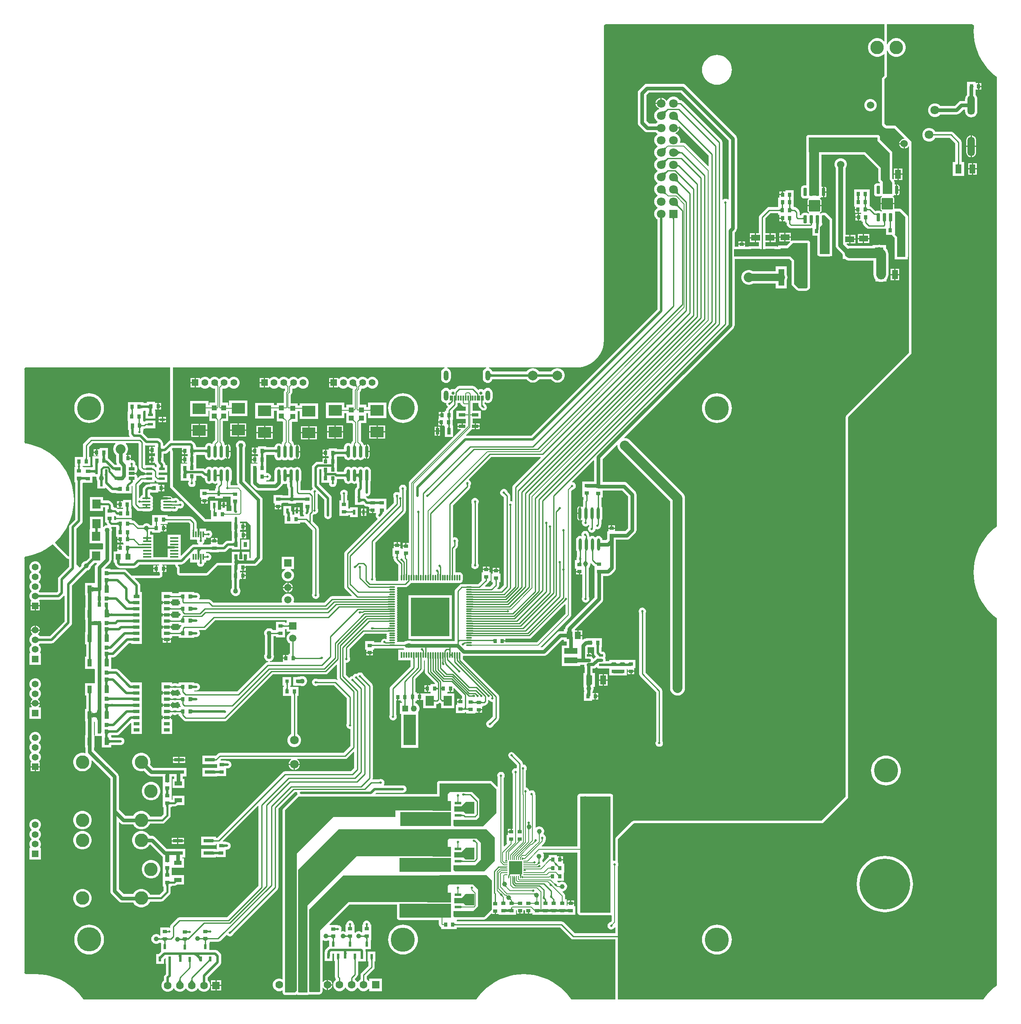
<source format=gtl>
G04*
G04 #@! TF.GenerationSoftware,Altium Limited,Altium Designer,23.10.1 (27)*
G04*
G04 Layer_Physical_Order=1*
G04 Layer_Color=255*
%FSLAX44Y44*%
%MOMM*%
G71*
G04*
G04 #@! TF.SameCoordinates,3E0E9A5D-E792-4E61-ABED-DFC360609BBB*
G04*
G04*
G04 #@! TF.FilePolarity,Positive*
G04*
G01*
G75*
%ADD13C,0.1524*%
%ADD15C,0.2032*%
%ADD19C,0.2540*%
%ADD26R,0.3000X1.3000*%
%ADD30R,0.3000X1.0000*%
%ADD31R,1.6764X0.3556*%
%ADD32R,8.0000X8.0000*%
%ADD33O,1.2000X0.3000*%
%ADD34O,0.3000X1.2000*%
%ADD35R,0.3000X1.2000*%
%ADD36C,1.0000*%
%ADD37R,1.2000X0.5000*%
%ADD38R,0.6000X1.0000*%
%ADD39R,2.0320X0.7620*%
%ADD40R,1.2000X0.8000*%
%ADD41O,0.6000X2.5000*%
%ADD42R,0.6500X1.3500*%
%ADD43R,2.8000X2.2000*%
%ADD44R,2.8000X1.2000*%
%ADD45R,0.6600X1.0000*%
%ADD46O,0.7000X2.5000*%
%ADD47R,1.7240X1.9200*%
%ADD48R,1.0000X1.1000*%
%ADD49R,1.7000X1.8500*%
%ADD50R,0.9000X1.5000*%
%ADD51R,0.8000X0.8000*%
%ADD53C,0.4056*%
G04:AMPARAMS|DCode=54|XSize=0.55mm|YSize=0.8mm|CornerRadius=0.0495mm|HoleSize=0mm|Usage=FLASHONLY|Rotation=90.000|XOffset=0mm|YOffset=0mm|HoleType=Round|Shape=RoundedRectangle|*
%AMROUNDEDRECTD54*
21,1,0.5500,0.7010,0,0,90.0*
21,1,0.4510,0.8000,0,0,90.0*
1,1,0.0990,0.3505,0.2255*
1,1,0.0990,0.3505,-0.2255*
1,1,0.0990,-0.3505,-0.2255*
1,1,0.0990,-0.3505,0.2255*
%
%ADD54ROUNDEDRECTD54*%
G04:AMPARAMS|DCode=55|XSize=2.29mm|YSize=2.29mm|CornerRadius=0.0458mm|HoleSize=0mm|Usage=FLASHONLY|Rotation=270.000|XOffset=0mm|YOffset=0mm|HoleType=Round|Shape=RoundedRectangle|*
%AMROUNDEDRECTD55*
21,1,2.2900,2.1984,0,0,270.0*
21,1,2.1984,2.2900,0,0,270.0*
1,1,0.0916,-1.0992,-1.0992*
1,1,0.0916,-1.0992,1.0992*
1,1,0.0916,1.0992,1.0992*
1,1,0.0916,1.0992,-1.0992*
%
%ADD55ROUNDEDRECTD55*%
G04:AMPARAMS|DCode=56|XSize=0.65mm|YSize=1.65mm|CornerRadius=0.0488mm|HoleSize=0mm|Usage=FLASHONLY|Rotation=0.000|XOffset=0mm|YOffset=0mm|HoleType=Round|Shape=RoundedRectangle|*
%AMROUNDEDRECTD56*
21,1,0.6500,1.5525,0,0,0.0*
21,1,0.5525,1.6500,0,0,0.0*
1,1,0.0975,0.2763,-0.7763*
1,1,0.0975,-0.2763,-0.7763*
1,1,0.0975,-0.2763,0.7763*
1,1,0.0975,0.2763,0.7763*
%
%ADD56ROUNDEDRECTD56*%
G04:AMPARAMS|DCode=57|XSize=0.65mm|YSize=1.2mm|CornerRadius=0.0488mm|HoleSize=0mm|Usage=FLASHONLY|Rotation=270.000|XOffset=0mm|YOffset=0mm|HoleType=Round|Shape=RoundedRectangle|*
%AMROUNDEDRECTD57*
21,1,0.6500,1.1025,0,0,270.0*
21,1,0.5525,1.2000,0,0,270.0*
1,1,0.0975,-0.5513,-0.2763*
1,1,0.0975,-0.5513,0.2763*
1,1,0.0975,0.5513,0.2763*
1,1,0.0975,0.5513,-0.2763*
%
%ADD57ROUNDEDRECTD57*%
%ADD58R,1.7000X2.0000*%
%ADD59R,1.3000X1.8500*%
%ADD60R,1.2500X1.5000*%
%ADD61R,2.5400X6.3500*%
%ADD62R,1.2000X2.5000*%
%ADD63R,1.3000X3.5000*%
%ADD64R,1.0000X1.3000*%
%ADD65R,0.8500X0.7000*%
%ADD66O,1.5240X4.0000*%
%ADD67R,0.7000X0.8500*%
%ADD68R,1.0000X0.6000*%
%ADD69R,1.5000X0.9000*%
%ADD70R,1.3500X0.6500*%
%ADD71R,1.8500X1.3000*%
%ADD145O,1.6620X0.3640*%
%ADD146O,0.5800X0.2000*%
%ADD147O,0.2000X0.5800*%
%ADD148R,2.8000X2.8000*%
%ADD149R,1.3970X0.6096*%
%ADD150C,0.7620*%
%ADD151C,0.5080*%
%ADD152C,0.3810*%
%ADD153C,0.6350*%
%ADD154C,2.0320*%
%ADD155C,1.0160*%
%ADD156C,1.5240*%
%ADD157C,0.3302*%
%ADD158R,3.8100X4.3180*%
%ADD159R,14.2038X3.1043*%
%ADD160R,2.1284X12.0991*%
%ADD161R,13.1572X2.8448*%
%ADD162R,6.3500X24.0792*%
%ADD163R,10.6934X2.8702*%
%ADD164R,10.5156X2.8702*%
%ADD165R,1.6000X1.6000*%
%ADD166C,1.6000*%
%ADD167O,1.0000X2.1000*%
%ADD168C,0.6700*%
%ADD169C,2.7940*%
%ADD170C,1.5240*%
%ADD171C,1.8000*%
%ADD172R,1.8000X1.8000*%
%ADD173R,1.5000X1.5000*%
%ADD174C,1.5000*%
%ADD175C,2.8000*%
%ADD176R,2.6000X2.8000*%
%ADD177R,1.4000X1.4000*%
%ADD178C,1.4000*%
%ADD179R,1.4000X1.4000*%
%ADD180R,1.2700X1.2700*%
%ADD181C,1.2700*%
%ADD182C,2.0000*%
%ADD183C,10.5000*%
%ADD184C,5.0000*%
%ADD185C,0.5080*%
%ADD186C,0.5000*%
%ADD187C,1.0160*%
%ADD188C,2.0320*%
G36*
X-1139121Y-1272415D02*
X-562201D01*
Y-1306653D01*
X-563471Y-1307179D01*
X-565180Y-1305471D01*
X-568305Y-1303383D01*
X-571777Y-1301944D01*
X-575463Y-1301211D01*
X-579222D01*
X-582908Y-1301944D01*
X-586381Y-1303383D01*
X-589506Y-1305471D01*
X-592163Y-1308128D01*
X-594251Y-1311253D01*
X-595690Y-1314726D01*
X-596423Y-1318412D01*
Y-1322170D01*
X-595690Y-1325856D01*
X-594251Y-1329329D01*
X-592163Y-1332454D01*
X-589506Y-1335111D01*
X-586381Y-1337199D01*
X-582908Y-1338638D01*
X-579222Y-1339371D01*
X-575463D01*
X-571777Y-1338638D01*
X-568305Y-1337199D01*
X-565180Y-1335111D01*
X-563471Y-1333403D01*
X-562201Y-1333929D01*
X-562201Y-1333929D01*
X-562201Y-1333929D01*
Y-1378599D01*
X-566273Y-1382670D01*
X-567395Y-1384350D01*
X-567789Y-1386332D01*
Y-1478026D01*
X-567395Y-1480008D01*
X-566273Y-1481689D01*
X-561954Y-1486006D01*
X-560274Y-1487129D01*
X-558292Y-1487523D01*
X-541387D01*
X-520923Y-1507988D01*
X-521449Y-1509258D01*
X-522800D01*
X-525384Y-1509951D01*
X-527701Y-1511288D01*
X-529592Y-1513180D01*
X-530930Y-1515497D01*
X-531622Y-1518080D01*
Y-1518148D01*
X-521462D01*
Y-1519418D01*
X-520192D01*
Y-1529578D01*
X-520125D01*
X-517541Y-1528886D01*
X-515224Y-1527548D01*
X-513332Y-1525656D01*
X-512672Y-1524512D01*
X-511401Y-1524852D01*
Y-1951877D01*
X-640588Y-2081063D01*
X-640871Y-2081487D01*
X-641232Y-2081848D01*
X-641499Y-2082247D01*
X-641499Y-2082247D01*
X-641694Y-2082719D01*
X-641711Y-2082743D01*
X-641716Y-2082772D01*
X-642055Y-2083589D01*
X-642071Y-2083614D01*
X-642077Y-2083643D01*
X-642272Y-2084114D01*
X-642366Y-2084586D01*
Y-2085096D01*
X-642466Y-2085596D01*
Y-2870594D01*
X-692517Y-2920646D01*
X-1080768D01*
X-1081268Y-2920746D01*
X-1081778Y-2920746D01*
X-1082250Y-2920840D01*
X-1082721Y-2921035D01*
X-1082750Y-2921041D01*
X-1082775Y-2921057D01*
X-1083592Y-2921396D01*
X-1083621Y-2921401D01*
X-1083646Y-2921418D01*
X-1084117Y-2921613D01*
X-1084117Y-2921613D01*
X-1084117Y-2921613D01*
X-1084516Y-2921880D01*
X-1084877Y-2922241D01*
X-1085301Y-2922524D01*
X-1117854Y-2955077D01*
X-1118137Y-2955501D01*
X-1118498Y-2955862D01*
X-1118765Y-2956261D01*
X-1118765Y-2956261D01*
X-1118960Y-2956732D01*
X-1118977Y-2956757D01*
X-1118982Y-2956786D01*
X-1119321Y-2957603D01*
X-1119337Y-2957628D01*
X-1119343Y-2957657D01*
X-1119538Y-2958128D01*
X-1119632Y-2958600D01*
Y-2959110D01*
X-1119732Y-2959610D01*
Y-3002873D01*
X-1119924Y-3003021D01*
X-1121930D01*
X-1122834Y-3003263D01*
X-1124105Y-3002289D01*
Y-2869946D01*
X-1124499Y-2867964D01*
X-1125621Y-2866284D01*
X-1127302Y-2865161D01*
X-1129284Y-2864767D01*
X-1192784D01*
X-1194766Y-2865161D01*
X-1196447Y-2866284D01*
X-1197569Y-2867964D01*
X-1197963Y-2869946D01*
Y-2973860D01*
X-1271673D01*
X-1272159Y-2972687D01*
X-1266367Y-2966895D01*
X-1265020Y-2964878D01*
X-1264547Y-2962500D01*
Y-2960781D01*
X-1263661Y-2959247D01*
X-1263142Y-2957309D01*
Y-2955303D01*
X-1263661Y-2953365D01*
X-1264665Y-2951627D01*
X-1266083Y-2950208D01*
X-1267821Y-2949205D01*
X-1267957Y-2949169D01*
X-1268565Y-2947691D01*
X-1267719Y-2946227D01*
X-1267032Y-2943663D01*
Y-2941009D01*
X-1267719Y-2938445D01*
X-1269046Y-2936147D01*
X-1270923Y-2934270D01*
X-1273221Y-2932943D01*
X-1275785Y-2932256D01*
X-1278439D01*
X-1281003Y-2932943D01*
X-1283301Y-2934270D01*
X-1283693Y-2934662D01*
X-1284867Y-2934176D01*
Y-2867723D01*
X-1285240Y-2865845D01*
Y-2864117D01*
X-1285759Y-2862179D01*
X-1286763Y-2860441D01*
X-1288181Y-2859023D01*
X-1289919Y-2858019D01*
X-1291857Y-2857500D01*
X-1293863D01*
X-1295801Y-2858019D01*
X-1296745Y-2858564D01*
X-1297094Y-2858505D01*
X-1298136Y-2857901D01*
X-1298535Y-2856412D01*
X-1299538Y-2854674D01*
X-1300956Y-2853256D01*
X-1302694Y-2852253D01*
X-1304425Y-2851789D01*
Y-2816255D01*
X-1303539Y-2814721D01*
X-1303020Y-2812783D01*
Y-2810777D01*
X-1303539Y-2808839D01*
X-1304543Y-2807101D01*
X-1305961Y-2805682D01*
X-1307699Y-2804679D01*
X-1309637Y-2804160D01*
X-1310770D01*
Y-2802636D01*
X-1311262Y-2800158D01*
X-1312666Y-2798058D01*
X-1327414Y-2783310D01*
X-1327445Y-2783153D01*
X-1327532Y-2783023D01*
X-1327571Y-2782873D01*
X-1327881Y-2782463D01*
X-1327891Y-2782438D01*
X-1327929Y-2782400D01*
X-1328090Y-2782188D01*
X-1328568Y-2781473D01*
X-1328697Y-2781386D01*
X-1328792Y-2781262D01*
X-1329534Y-2780828D01*
X-1330248Y-2780350D01*
X-1330401Y-2780320D01*
X-1330536Y-2780241D01*
X-1330651Y-2780225D01*
X-1332292Y-2779128D01*
X-1334770Y-2778636D01*
X-1337248Y-2779128D01*
X-1339348Y-2780532D01*
X-1340752Y-2782632D01*
X-1341244Y-2785110D01*
X-1340752Y-2787588D01*
X-1339655Y-2789229D01*
X-1339639Y-2789344D01*
X-1339560Y-2789479D01*
X-1339530Y-2789632D01*
X-1339052Y-2790347D01*
X-1338618Y-2791088D01*
X-1338494Y-2791183D01*
X-1338407Y-2791312D01*
X-1337692Y-2791790D01*
X-1337480Y-2791951D01*
X-1337442Y-2791989D01*
X-1337417Y-2791999D01*
X-1337007Y-2792309D01*
X-1336857Y-2792348D01*
X-1336727Y-2792435D01*
X-1336570Y-2792466D01*
X-1323718Y-2805318D01*
Y-2811047D01*
X-1324726Y-2811820D01*
X-1324877Y-2811780D01*
X-1326883D01*
X-1328821Y-2812299D01*
X-1330559Y-2813303D01*
X-1331978Y-2814721D01*
X-1332981Y-2816459D01*
X-1333500Y-2818397D01*
Y-2820403D01*
X-1332981Y-2822341D01*
X-1332095Y-2823875D01*
Y-2937298D01*
X-1334008D01*
Y-2943338D01*
X-1335278D01*
Y-2944608D01*
X-1342068D01*
Y-2949378D01*
X-1343181Y-2949758D01*
X-1344608D01*
Y-2966918D01*
X-1344147D01*
X-1343661Y-2968091D01*
X-1349225Y-2973655D01*
X-1350399Y-2973169D01*
Y-2831835D01*
X-1350262Y-2831699D01*
X-1349259Y-2829961D01*
X-1348740Y-2828023D01*
Y-2826017D01*
X-1349259Y-2824079D01*
X-1350262Y-2822341D01*
X-1351681Y-2820923D01*
X-1353419Y-2819919D01*
X-1355357Y-2819400D01*
X-1357363D01*
X-1359301Y-2819919D01*
X-1361039Y-2820923D01*
X-1362457Y-2822341D01*
X-1363461Y-2824079D01*
X-1363980Y-2826017D01*
Y-2828023D01*
X-1363461Y-2829961D01*
X-1362829Y-2831055D01*
Y-2849666D01*
X-1364003Y-2850152D01*
X-1374541Y-2839614D01*
X-1376222Y-2838491D01*
X-1378204Y-2838097D01*
X-1483614Y-2838097D01*
X-1485596Y-2838491D01*
X-1487276Y-2839614D01*
X-1488399Y-2841294D01*
X-1488793Y-2843276D01*
Y-2865529D01*
X-1616020D01*
X-1616506Y-2864355D01*
X-1614796Y-2862646D01*
X-1559560D01*
X-1559061Y-2862580D01*
X-1558557D01*
X-1558070Y-2862450D01*
X-1557571Y-2862384D01*
X-1557105Y-2862191D01*
X-1556619Y-2862061D01*
X-1556183Y-2861809D01*
X-1555717Y-2861616D01*
X-1555318Y-2861310D01*
X-1554881Y-2861057D01*
X-1554525Y-2860701D01*
X-1554125Y-2860395D01*
X-1553819Y-2859995D01*
X-1553463Y-2859639D01*
X-1553211Y-2859203D01*
X-1552904Y-2858803D01*
X-1552711Y-2858337D01*
X-1552459Y-2857901D01*
X-1552329Y-2857415D01*
X-1552136Y-2856949D01*
X-1552070Y-2856450D01*
X-1551940Y-2855963D01*
Y-2855460D01*
X-1551874Y-2854960D01*
X-1551940Y-2854460D01*
Y-2853957D01*
X-1552070Y-2853470D01*
X-1552136Y-2852971D01*
X-1552329Y-2852505D01*
X-1552459Y-2852019D01*
X-1552711Y-2851583D01*
X-1552904Y-2851117D01*
X-1553211Y-2850717D01*
X-1553463Y-2850281D01*
X-1553819Y-2849925D01*
X-1554125Y-2849525D01*
X-1554525Y-2849219D01*
X-1554881Y-2848863D01*
X-1555318Y-2848611D01*
X-1555717Y-2848304D01*
X-1556183Y-2848111D01*
X-1556619Y-2847859D01*
X-1557105Y-2847729D01*
X-1557571Y-2847536D01*
X-1558070Y-2847470D01*
X-1558557Y-2847340D01*
X-1559061D01*
X-1559560Y-2847274D01*
X-1598484D01*
X-1598994Y-2846004D01*
X-1598179Y-2844593D01*
X-1597660Y-2842655D01*
Y-2840649D01*
X-1598179Y-2838711D01*
X-1599182Y-2836973D01*
X-1600601Y-2835555D01*
X-1602339Y-2834551D01*
X-1604277Y-2834032D01*
X-1606283D01*
X-1608221Y-2834551D01*
X-1609306Y-2835178D01*
X-1621148D01*
X-1622025Y-2833907D01*
X-1621666Y-2832100D01*
Y-2641600D01*
X-1622158Y-2639122D01*
X-1623562Y-2637022D01*
X-1641035Y-2619549D01*
X-1641359Y-2618339D01*
X-1642363Y-2616601D01*
X-1643781Y-2615182D01*
X-1645519Y-2614179D01*
X-1647457Y-2613660D01*
X-1649463D01*
X-1651401Y-2614179D01*
X-1653139Y-2615182D01*
X-1654351Y-2616394D01*
X-1655077Y-2616200D01*
X-1657083D01*
X-1659021Y-2616719D01*
X-1660759Y-2617722D01*
X-1662177Y-2619141D01*
X-1663181Y-2620879D01*
X-1663288Y-2621280D01*
X-1664703D01*
X-1666641Y-2621799D01*
X-1668379Y-2622802D01*
X-1669798Y-2624221D01*
X-1670054Y-2624665D01*
X-1671313Y-2624831D01*
X-1677546Y-2618598D01*
Y-2593489D01*
X-1677403Y-2593380D01*
X-1675397D01*
X-1673459Y-2592861D01*
X-1671721Y-2591858D01*
X-1670302Y-2590439D01*
X-1669299Y-2588701D01*
X-1668780Y-2586763D01*
Y-2584757D01*
X-1669299Y-2582819D01*
X-1669926Y-2581734D01*
Y-2564987D01*
X-1638751Y-2533813D01*
X-1593320D01*
X-1592735Y-2534955D01*
X-1593011Y-2535620D01*
X-1593237Y-2537338D01*
X-1593011Y-2539056D01*
X-1592687Y-2539838D01*
X-1593011Y-2540620D01*
X-1593237Y-2542338D01*
X-1593011Y-2544056D01*
X-1592984Y-2544120D01*
X-1593935Y-2544900D01*
X-1594090Y-2544908D01*
X-1595182Y-2544178D01*
X-1597660Y-2543686D01*
X-1600138Y-2544178D01*
X-1602238Y-2545582D01*
X-1603642Y-2547682D01*
X-1604134Y-2550160D01*
X-1604784Y-2550952D01*
X-1618810D01*
Y-2549200D01*
X-1637470D01*
Y-2566360D01*
X-1636043D01*
X-1634930Y-2566740D01*
X-1634930Y-2567630D01*
Y-2571510D01*
X-1628140D01*
X-1621350D01*
X-1621350Y-2566740D01*
X-1620237Y-2566360D01*
X-1618810D01*
Y-2563900D01*
X-1587180D01*
X-1587173Y-2563902D01*
X-1587166Y-2563900D01*
X-1587165D01*
X-1586600Y-2563975D01*
X-1577600D01*
X-1577034Y-2563900D01*
X-1577027Y-2563902D01*
X-1576990Y-2563894D01*
X-1576901Y-2563883D01*
X-1576809Y-2563897D01*
X-1574797Y-2563812D01*
X-1558517D01*
X-1558280Y-2564120D01*
X-1557179Y-2564965D01*
X-1557511Y-2566185D01*
X-1557581Y-2566258D01*
X-1568680D01*
Y-2588418D01*
X-1557531D01*
X-1557100Y-2588475D01*
X-1556784Y-2588433D01*
X-1555520Y-2588418D01*
Y-2588418D01*
X-1554349Y-2588029D01*
X-1553818Y-2588249D01*
X-1552100Y-2588475D01*
X-1550382Y-2588249D01*
X-1549600Y-2587924D01*
X-1548818Y-2588249D01*
X-1547100Y-2588475D01*
X-1545382Y-2588249D01*
X-1544717Y-2587973D01*
X-1543575Y-2588558D01*
Y-2601218D01*
X-1584458Y-2642102D01*
X-1585862Y-2644202D01*
X-1586354Y-2646680D01*
Y-2701074D01*
X-1586981Y-2702159D01*
X-1587500Y-2704097D01*
Y-2706103D01*
X-1586981Y-2708041D01*
X-1585977Y-2709779D01*
X-1584559Y-2711198D01*
X-1582821Y-2712201D01*
X-1580883Y-2712720D01*
X-1578877D01*
X-1576939Y-2712201D01*
X-1575201Y-2711198D01*
X-1573783Y-2709779D01*
X-1572779Y-2708041D01*
X-1572260Y-2706103D01*
Y-2704097D01*
X-1572779Y-2702159D01*
X-1573406Y-2701074D01*
Y-2671250D01*
X-1571512D01*
Y-2664460D01*
X-1568972D01*
Y-2671250D01*
X-1564202D01*
X-1563822Y-2672363D01*
Y-2673790D01*
X-1561716D01*
Y-2676906D01*
X-1565656D01*
Y-2699766D01*
X-1563276D01*
Y-2769616D01*
X-1527716D01*
Y-2695956D01*
X-1527377Y-2695432D01*
X-1527300Y-2695354D01*
X-1525795Y-2692748D01*
X-1525016Y-2689841D01*
Y-2686831D01*
X-1525795Y-2683924D01*
X-1527300Y-2681318D01*
X-1529428Y-2679190D01*
X-1532034Y-2677685D01*
X-1533274Y-2677353D01*
Y-2673536D01*
X-1531168D01*
Y-2672108D01*
X-1530788Y-2670996D01*
X-1529898Y-2670996D01*
X-1526018D01*
Y-2664206D01*
Y-2657416D01*
X-1530788Y-2657416D01*
X-1531168Y-2656303D01*
Y-2654876D01*
X-1533274D01*
Y-2627010D01*
X-1517522Y-2611258D01*
X-1516118Y-2609158D01*
X-1515626Y-2606680D01*
Y-2589240D01*
X-1514503Y-2588518D01*
X-1513574Y-2588969D01*
Y-2612780D01*
X-1513082Y-2615258D01*
X-1511678Y-2617358D01*
X-1492956Y-2636080D01*
X-1493482Y-2637350D01*
X-1502100D01*
Y-2638777D01*
X-1502480Y-2639890D01*
X-1503370Y-2639890D01*
X-1507250D01*
Y-2646680D01*
Y-2653470D01*
X-1502480Y-2653470D01*
X-1502100Y-2654583D01*
Y-2656010D01*
X-1502100D01*
X-1502163Y-2657254D01*
X-1517454D01*
Y-2657378D01*
X-1518708Y-2657416D01*
X-1518724Y-2657416D01*
X-1523478D01*
Y-2664206D01*
Y-2670996D01*
X-1518724D01*
X-1518708Y-2670996D01*
X-1517454Y-2671035D01*
Y-2687414D01*
X-1490294D01*
Y-2678808D01*
X-1488694D01*
X-1486216Y-2678316D01*
X-1484116Y-2676912D01*
X-1483360Y-2676156D01*
X-1482604Y-2676912D01*
X-1480504Y-2678316D01*
X-1480454Y-2678326D01*
Y-2687414D01*
X-1453294D01*
Y-2657254D01*
X-1467097D01*
X-1467160Y-2656010D01*
X-1467160D01*
Y-2654583D01*
X-1466780Y-2653470D01*
X-1462010D01*
Y-2646680D01*
X-1459470D01*
Y-2653470D01*
X-1454700D01*
Y-2645931D01*
X-1453527Y-2645445D01*
X-1436621Y-2662350D01*
Y-2668326D01*
X-1439164D01*
Y-2674366D01*
X-1440434D01*
Y-2675636D01*
X-1447224D01*
Y-2680406D01*
X-1448337Y-2680786D01*
X-1449764D01*
Y-2697946D01*
X-1431104D01*
Y-2695840D01*
X-1428428D01*
Y-2698708D01*
X-1409768D01*
Y-2697560D01*
X-1408870Y-2696662D01*
X-1408498Y-2696662D01*
X-1403350D01*
Y-2690622D01*
X-1402080D01*
Y-2689352D01*
X-1395290D01*
X-1395290Y-2684582D01*
X-1394177Y-2684202D01*
X-1392750D01*
Y-2682168D01*
X-1390846D01*
X-1388369Y-2681675D01*
X-1386268Y-2680272D01*
X-1384194Y-2678198D01*
X-1382791Y-2676097D01*
X-1382298Y-2673620D01*
Y-2670650D01*
X-1381028Y-2670310D01*
X-1380237Y-2671679D01*
X-1378819Y-2673098D01*
X-1377081Y-2674101D01*
X-1375143Y-2674620D01*
X-1373137D01*
X-1372994Y-2674729D01*
Y-2704958D01*
X-1380951Y-2712915D01*
X-1382161Y-2713239D01*
X-1383899Y-2714243D01*
X-1385318Y-2715661D01*
X-1386321Y-2717399D01*
X-1386840Y-2719337D01*
Y-2721343D01*
X-1386321Y-2723281D01*
X-1385318Y-2725019D01*
X-1383899Y-2726437D01*
X-1382161Y-2727441D01*
X-1380223Y-2727960D01*
X-1378217D01*
X-1376279Y-2727441D01*
X-1374541Y-2726437D01*
X-1373123Y-2725019D01*
X-1372119Y-2723281D01*
X-1371795Y-2722071D01*
X-1361942Y-2712218D01*
X-1360538Y-2710117D01*
X-1360046Y-2707640D01*
Y-2664152D01*
X-1360538Y-2661674D01*
X-1361942Y-2659574D01*
X-1435626Y-2585890D01*
Y-2583471D01*
X-1435601Y-2582990D01*
X-1435609Y-2582941D01*
X-1435544Y-2582448D01*
X-1435536Y-2582411D01*
X-1435538Y-2582404D01*
X-1435464Y-2581838D01*
Y-2580115D01*
X-1434509Y-2579278D01*
X-1433228Y-2579447D01*
X-1267460D01*
X-1265139Y-2579141D01*
X-1262977Y-2578246D01*
X-1261120Y-2576820D01*
X-1230305Y-2546006D01*
X-1225773D01*
Y-2549619D01*
X-1220502D01*
Y-2557869D01*
X-1230615D01*
Y-2580029D01*
Y-2600029D01*
X-1192455D01*
Y-2597916D01*
X-1183994D01*
Y-2599950D01*
X-1183561Y-2602125D01*
X-1183131Y-2602769D01*
Y-2613387D01*
X-1183157Y-2613495D01*
X-1183205Y-2614911D01*
X-1185037D01*
Y-2619666D01*
X-1185106Y-2620008D01*
X-1185037Y-2620360D01*
Y-2638122D01*
X-1185106Y-2638474D01*
X-1185037Y-2638817D01*
Y-2643571D01*
X-1185037D01*
X-1184611Y-2644126D01*
X-1184965Y-2645447D01*
Y-2648123D01*
X-1184273Y-2650707D01*
X-1183428Y-2652169D01*
X-1183882Y-2653169D01*
X-1184203Y-2653439D01*
X-1184823D01*
Y-2658203D01*
X-1184892Y-2658549D01*
X-1184823Y-2658896D01*
Y-2672099D01*
X-1167663D01*
Y-2670672D01*
X-1167283Y-2669559D01*
X-1162513D01*
Y-2662769D01*
Y-2655979D01*
X-1166479D01*
Y-2653970D01*
X-1166451Y-2653833D01*
X-1166448Y-2653405D01*
X-1166392Y-2652534D01*
X-1165337Y-2650707D01*
X-1164645Y-2648123D01*
Y-2645447D01*
X-1164878Y-2644579D01*
X-1164105Y-2643571D01*
X-1161877D01*
Y-2614911D01*
X-1166396D01*
X-1166425Y-2614587D01*
X-1166452Y-2613536D01*
X-1166479Y-2613419D01*
Y-2605596D01*
X-1164710D01*
X-1163633Y-2605454D01*
X-1162555Y-2605312D01*
X-1160547Y-2604481D01*
X-1158873Y-2603196D01*
X-1158540Y-2603008D01*
X-1157397Y-2603120D01*
X-1156829Y-2603969D01*
X-1154985Y-2605201D01*
X-1152810Y-2605634D01*
X-1145800D01*
X-1145023Y-2605480D01*
X-1140264Y-2605414D01*
X-1140108Y-2605381D01*
X-1132149D01*
X-1132010Y-2605408D01*
Y-2619700D01*
X-1125197D01*
X-1125001Y-2619781D01*
X-1122680Y-2620087D01*
X-1104900D01*
X-1102579Y-2619781D01*
X-1102383Y-2619700D01*
X-1095570D01*
Y-2606710D01*
X-1095465Y-2606609D01*
X-1095180Y-2606519D01*
X-1093910Y-2607447D01*
Y-2609850D01*
X-1087120D01*
X-1080330D01*
Y-2605080D01*
X-1079217Y-2604700D01*
X-1077790D01*
Y-2587540D01*
X-1090662D01*
X-1090790Y-2587500D01*
X-1091067Y-2587525D01*
X-1091339Y-2587471D01*
X-1091687Y-2587540D01*
X-1100333D01*
X-1100680Y-2587471D01*
X-1100953Y-2587525D01*
X-1101230Y-2587500D01*
X-1101358Y-2587540D01*
X-1108442D01*
X-1108570Y-2587500D01*
X-1108847Y-2587525D01*
X-1109119Y-2587471D01*
X-1109467Y-2587540D01*
X-1118113D01*
X-1118460Y-2587471D01*
X-1118733Y-2587525D01*
X-1119010Y-2587500D01*
X-1119138Y-2587540D01*
X-1126222D01*
X-1126350Y-2587500D01*
X-1126627Y-2587525D01*
X-1126899Y-2587471D01*
X-1127247Y-2587540D01*
X-1132010D01*
Y-2589974D01*
X-1132114Y-2589977D01*
X-1132255Y-2590009D01*
X-1140116D01*
Y-2585940D01*
X-1140548Y-2583765D01*
X-1140762Y-2583445D01*
X-1140548Y-2583125D01*
X-1140116Y-2580950D01*
Y-2576440D01*
X-1140548Y-2574265D01*
X-1141781Y-2572421D01*
X-1143625Y-2571188D01*
X-1145800Y-2570756D01*
X-1147625D01*
X-1147955Y-2570425D01*
Y-2561324D01*
X-1147923Y-2561176D01*
X-1147921Y-2561101D01*
X-1147061D01*
Y-2556686D01*
X-1147025Y-2556573D01*
X-1147049Y-2556279D01*
X-1146992Y-2555990D01*
X-1147061Y-2555643D01*
Y-2542441D01*
X-1173763D01*
X-1174110Y-2542372D01*
X-1174136Y-2542377D01*
X-1174162Y-2542372D01*
X-1174490Y-2542441D01*
X-1179221D01*
Y-2543189D01*
X-1179576Y-2543214D01*
X-1180647Y-2543222D01*
X-1181014Y-2543297D01*
X-1182932Y-2543550D01*
X-1185094Y-2544446D01*
X-1186883Y-2545818D01*
X-1187373Y-2545736D01*
X-1188153Y-2545413D01*
Y-2538309D01*
X-1196943D01*
Y-2537039D01*
X-1198213D01*
Y-2526999D01*
X-1203113D01*
Y-2524459D01*
X-1203113Y-2524459D01*
X-1203113D01*
X-1202610Y-2523391D01*
X-1147328Y-2468108D01*
X-1145903Y-2466251D01*
X-1145007Y-2464089D01*
X-1144701Y-2461768D01*
X-1144701Y-2461768D01*
Y-2413853D01*
X-1134886D01*
X-1132565Y-2413547D01*
X-1130403Y-2412651D01*
X-1128546Y-2411226D01*
X-1120912Y-2403592D01*
X-1119487Y-2401735D01*
X-1118591Y-2399573D01*
X-1118285Y-2397252D01*
Y-2341457D01*
X-1118263Y-2341349D01*
X-1118242Y-2339177D01*
X-1095770D01*
X-1093449Y-2338871D01*
X-1091287Y-2337975D01*
X-1089430Y-2336550D01*
X-1078240Y-2325360D01*
X-1076815Y-2323503D01*
X-1075919Y-2321341D01*
X-1075613Y-2319020D01*
Y-2245360D01*
X-1075919Y-2243039D01*
X-1076815Y-2240877D01*
X-1078240Y-2239020D01*
X-1090943Y-2226317D01*
X-1090943Y-2226317D01*
X-1095272Y-2221988D01*
X-1097129Y-2220563D01*
X-1099291Y-2219667D01*
X-1101612Y-2219361D01*
X-1145717D01*
Y-2171858D01*
X-1116330Y-2142471D01*
X-1115060Y-2142997D01*
Y-2143011D01*
X-1115134Y-2143760D01*
X-1115060Y-2144509D01*
Y-2145261D01*
X-1114913Y-2145999D01*
X-1114839Y-2146748D01*
X-1114621Y-2147468D01*
X-1114474Y-2148205D01*
X-1114186Y-2148900D01*
X-1113968Y-2149620D01*
X-1113613Y-2150284D01*
X-1113326Y-2150979D01*
X-1112907Y-2151604D01*
X-1112553Y-2152268D01*
X-1112076Y-2152849D01*
X-1111658Y-2153475D01*
X-1111126Y-2154007D01*
X-1110648Y-2154588D01*
X-1005914Y-2259323D01*
Y-2646243D01*
X-1005620Y-2649231D01*
X-1004748Y-2652103D01*
X-1003333Y-2654751D01*
X-1001429Y-2657072D01*
X-999108Y-2658976D01*
X-996460Y-2660391D01*
X-993588Y-2661263D01*
X-990600Y-2661557D01*
X-987612Y-2661263D01*
X-984740Y-2660391D01*
X-982092Y-2658976D01*
X-979771Y-2657072D01*
X-977867Y-2654751D01*
X-976452Y-2652103D01*
X-975581Y-2649231D01*
X-975286Y-2646243D01*
Y-2252980D01*
X-975581Y-2249992D01*
X-976452Y-2247120D01*
X-977867Y-2244472D01*
X-979771Y-2242151D01*
X-1088991Y-2132932D01*
X-1089573Y-2132454D01*
X-1090105Y-2131922D01*
X-1090731Y-2131504D01*
X-1091312Y-2131027D01*
X-1091976Y-2130672D01*
X-1092601Y-2130255D01*
X-1093296Y-2129967D01*
X-1093960Y-2129612D01*
X-1094680Y-2129393D01*
X-1095375Y-2129106D01*
X-1096112Y-2128959D01*
X-1096832Y-2128741D01*
X-1097581Y-2128667D01*
X-1098319Y-2128520D01*
X-1099071D01*
X-1099820Y-2128446D01*
X-1100569Y-2128520D01*
X-1100583D01*
X-1101109Y-2127250D01*
X-875040Y-1901180D01*
X-873615Y-1899323D01*
X-872719Y-1897161D01*
X-872413Y-1894840D01*
Y-1757780D01*
X-759065D01*
X-754480Y-1762365D01*
Y-1809529D01*
X-754085Y-1811511D01*
X-752962Y-1813191D01*
X-743851Y-1822303D01*
X-742171Y-1823425D01*
X-740189Y-1823819D01*
X-723900D01*
X-721918Y-1823425D01*
X-720238Y-1822303D01*
X-717698Y-1819763D01*
X-716575Y-1818082D01*
X-716180Y-1816100D01*
Y-1724660D01*
X-716216Y-1724482D01*
Y-1722934D01*
X-716524D01*
X-716575Y-1722678D01*
X-717698Y-1720997D01*
X-719378Y-1719875D01*
X-721360Y-1719480D01*
X-751840D01*
X-753822Y-1719875D01*
X-755036Y-1720686D01*
X-756306Y-1720088D01*
Y-1714224D01*
X-766826D01*
Y-1721994D01*
X-758158D01*
X-757672Y-1723167D01*
X-764879Y-1730374D01*
X-782426D01*
Y-1732180D01*
X-784754D01*
Y-1731390D01*
X-808866D01*
Y-1723010D01*
X-800354D01*
Y-1713970D01*
Y-1704930D01*
X-808866D01*
Y-1674002D01*
X-798180Y-1663316D01*
X-782278D01*
Y-1666172D01*
X-780487D01*
X-779484Y-1666816D01*
X-779484Y-1667442D01*
Y-1672336D01*
X-773444D01*
Y-1673606D01*
X-772174D01*
Y-1680396D01*
X-767404Y-1680396D01*
X-767024Y-1681509D01*
Y-1682936D01*
X-764918D01*
Y-1685036D01*
X-764426Y-1687514D01*
X-763022Y-1689614D01*
X-760010Y-1692626D01*
X-757910Y-1694030D01*
X-755432Y-1694522D01*
X-715228D01*
X-712750Y-1694030D01*
X-712518Y-1693874D01*
X-711398Y-1694473D01*
Y-1709352D01*
X-701140D01*
Y-1747520D01*
X-700745Y-1749502D01*
X-699622Y-1751183D01*
X-698056Y-1752229D01*
Y-1752294D01*
X-697959D01*
X-697942Y-1752305D01*
X-695960Y-1752699D01*
X-676042D01*
X-674060Y-1752305D01*
X-674043Y-1752294D01*
X-670656D01*
Y-1747714D01*
X-670556Y-1747214D01*
Y-1677285D01*
X-670951Y-1675303D01*
X-672074Y-1673623D01*
X-680876Y-1664821D01*
X-681310Y-1664172D01*
X-683151Y-1662941D01*
X-685323Y-1662509D01*
X-690848D01*
X-693021Y-1662941D01*
X-694436Y-1663887D01*
X-695802Y-1662974D01*
X-695835Y-1662754D01*
X-695745Y-1661667D01*
X-694974Y-1661514D01*
X-693983Y-1660851D01*
X-693320Y-1659860D01*
X-693087Y-1658690D01*
Y-1648968D01*
X-707136D01*
X-721185D01*
Y-1658690D01*
X-720952Y-1659860D01*
X-720289Y-1660851D01*
X-719298Y-1661514D01*
X-718527Y-1661667D01*
X-718437Y-1662754D01*
X-718470Y-1662974D01*
X-719836Y-1663887D01*
X-721251Y-1662941D01*
X-723423Y-1662509D01*
X-728949D01*
X-731121Y-1662941D01*
X-732962Y-1664172D01*
X-734193Y-1666013D01*
X-734466Y-1667386D01*
X-737746D01*
Y-1661160D01*
X-738238Y-1658682D01*
X-739642Y-1656582D01*
X-743960Y-1652264D01*
X-746060Y-1650860D01*
X-748538Y-1650368D01*
X-748781D01*
X-749864Y-1649916D01*
Y-1634168D01*
X-749850D01*
Y-1615508D01*
X-767010D01*
Y-1616935D01*
X-767390Y-1618048D01*
X-772160D01*
Y-1624838D01*
X-773430D01*
Y-1626108D01*
X-779470D01*
Y-1631256D01*
X-782024D01*
Y-1647512D01*
X-782278D01*
Y-1650368D01*
X-800862D01*
X-803340Y-1650860D01*
X-805440Y-1652264D01*
X-819918Y-1666742D01*
X-821322Y-1668842D01*
X-821814Y-1671320D01*
Y-1704930D01*
X-827786D01*
Y-1713970D01*
Y-1723010D01*
X-821814D01*
Y-1731390D01*
X-843386D01*
Y-1732180D01*
X-850714D01*
Y-1728724D01*
X-857504D01*
X-864294D01*
Y-1732180D01*
X-872413D01*
Y-1702974D01*
X-869960Y-1700520D01*
X-868535Y-1698663D01*
X-867639Y-1696501D01*
X-867333Y-1694180D01*
Y-1508760D01*
X-867333Y-1508760D01*
X-867639Y-1506439D01*
X-868535Y-1504277D01*
X-869960Y-1502420D01*
X-974100Y-1398280D01*
X-975957Y-1396855D01*
X-978119Y-1395959D01*
X-980440Y-1395653D01*
X-1054100D01*
X-1056421Y-1395959D01*
X-1058583Y-1396855D01*
X-1060440Y-1398280D01*
X-1070600Y-1408440D01*
X-1072025Y-1410297D01*
X-1072921Y-1412459D01*
X-1073227Y-1414780D01*
Y-1475740D01*
X-1072921Y-1478061D01*
X-1072025Y-1480223D01*
X-1070600Y-1482080D01*
X-1059678Y-1493002D01*
X-1057821Y-1494427D01*
X-1055659Y-1495323D01*
X-1053338Y-1495629D01*
X-1035581D01*
X-1033281Y-1497929D01*
X-1031899Y-1498727D01*
Y-1499997D01*
X-1033281Y-1500795D01*
X-1035903Y-1503417D01*
X-1037756Y-1506627D01*
X-1038716Y-1510208D01*
Y-1513916D01*
X-1037756Y-1517497D01*
X-1035903Y-1520707D01*
X-1033281Y-1523329D01*
X-1031899Y-1524127D01*
Y-1525397D01*
X-1033281Y-1526195D01*
X-1035903Y-1528817D01*
X-1037756Y-1532027D01*
X-1038716Y-1535608D01*
Y-1539316D01*
X-1037756Y-1542897D01*
X-1035903Y-1546107D01*
X-1033281Y-1548729D01*
X-1031899Y-1549527D01*
Y-1550797D01*
X-1033281Y-1551595D01*
X-1035903Y-1554217D01*
X-1037756Y-1557427D01*
X-1038716Y-1561008D01*
Y-1564716D01*
X-1037756Y-1568297D01*
X-1035903Y-1571507D01*
X-1033281Y-1574129D01*
X-1031899Y-1574927D01*
Y-1576197D01*
X-1033281Y-1576995D01*
X-1035903Y-1579617D01*
X-1037756Y-1582827D01*
X-1038716Y-1586408D01*
Y-1590116D01*
X-1037756Y-1593697D01*
X-1035903Y-1596907D01*
X-1033281Y-1599529D01*
X-1031899Y-1600327D01*
Y-1601597D01*
X-1033281Y-1602395D01*
X-1035903Y-1605017D01*
X-1037756Y-1608227D01*
X-1038716Y-1611808D01*
Y-1615516D01*
X-1037756Y-1619097D01*
X-1035903Y-1622307D01*
X-1033281Y-1624929D01*
X-1031899Y-1625727D01*
Y-1626997D01*
X-1033281Y-1627795D01*
X-1035903Y-1630417D01*
X-1037756Y-1633627D01*
X-1038716Y-1637208D01*
Y-1640916D01*
X-1037756Y-1644497D01*
X-1035903Y-1647707D01*
X-1033281Y-1650329D01*
X-1031899Y-1651127D01*
Y-1652397D01*
X-1033281Y-1653195D01*
X-1035903Y-1655817D01*
X-1037756Y-1659027D01*
X-1038716Y-1662608D01*
Y-1666316D01*
X-1037756Y-1669897D01*
X-1035903Y-1673107D01*
X-1033281Y-1675729D01*
X-1032322Y-1676283D01*
Y-1862192D01*
X-1293504Y-2123374D01*
X-1428261D01*
X-1428747Y-2122201D01*
X-1423690Y-2117144D01*
X-1423558Y-2117056D01*
X-1416552Y-2110050D01*
X-1410970D01*
Y-2104260D01*
Y-2098470D01*
X-1414524D01*
Y-2088590D01*
X-1397870D01*
Y-2071930D01*
X-1414524D01*
Y-2055796D01*
X-1402978D01*
Y-2060436D01*
X-1402486Y-2062914D01*
X-1401082Y-2065014D01*
X-1396498Y-2069598D01*
X-1394398Y-2071002D01*
X-1391920Y-2071494D01*
X-1389442Y-2071002D01*
X-1387342Y-2069598D01*
X-1385938Y-2067498D01*
X-1385446Y-2065020D01*
X-1385938Y-2062542D01*
X-1387342Y-2060442D01*
X-1390030Y-2057754D01*
Y-2055247D01*
X-1389700Y-2055084D01*
X-1388760Y-2054740D01*
X-1386436Y-2055703D01*
X-1383804Y-2056050D01*
X-1381173Y-2055703D01*
X-1378721Y-2054688D01*
X-1376615Y-2053072D01*
X-1374999Y-2050966D01*
X-1373983Y-2048514D01*
X-1373637Y-2045883D01*
Y-2034883D01*
X-1373983Y-2032251D01*
X-1374999Y-2029799D01*
X-1376615Y-2027693D01*
X-1378721Y-2026078D01*
X-1381173Y-2025062D01*
X-1383804Y-2024716D01*
X-1386436Y-2025062D01*
X-1388887Y-2026078D01*
X-1390993Y-2027693D01*
X-1391656Y-2028558D01*
X-1392924Y-2028641D01*
X-1392928Y-2028637D01*
X-1394850Y-2027527D01*
X-1396994Y-2026953D01*
X-1399214D01*
X-1401358Y-2027527D01*
X-1403280Y-2028637D01*
X-1403593Y-2028950D01*
X-1410202Y-2022342D01*
X-1412302Y-2020938D01*
X-1414780Y-2020446D01*
X-1442720D01*
X-1445198Y-2020938D01*
X-1447298Y-2022342D01*
X-1452544Y-2027588D01*
X-1452650Y-2027527D01*
X-1454794Y-2026953D01*
X-1457014D01*
X-1459158Y-2027527D01*
X-1461080Y-2028637D01*
X-1461084Y-2028641D01*
X-1462352Y-2028558D01*
X-1463015Y-2027693D01*
X-1465121Y-2026078D01*
X-1467573Y-2025062D01*
X-1470204Y-2024716D01*
X-1472835Y-2025062D01*
X-1475287Y-2026078D01*
X-1477393Y-2027693D01*
X-1479009Y-2029799D01*
X-1480025Y-2032251D01*
X-1480371Y-2034883D01*
Y-2045883D01*
X-1480025Y-2048514D01*
X-1479009Y-2050966D01*
X-1477393Y-2053072D01*
X-1475287Y-2054688D01*
X-1472835Y-2055703D01*
X-1470532Y-2056006D01*
X-1469447Y-2057061D01*
X-1469514Y-2057400D01*
X-1469022Y-2059878D01*
X-1467618Y-2061978D01*
X-1466570Y-2062678D01*
X-1466409Y-2064313D01*
X-1468366Y-2066270D01*
X-1469770Y-2068370D01*
X-1470262Y-2070848D01*
Y-2071692D01*
X-1472368D01*
Y-2073119D01*
X-1472748Y-2074232D01*
X-1477518D01*
Y-2081022D01*
X-1478788D01*
Y-2082292D01*
X-1484828D01*
Y-2087440D01*
X-1484828Y-2087812D01*
X-1485726Y-2088710D01*
X-1485844D01*
Y-2094230D01*
X-1479804D01*
Y-2095500D01*
X-1478534D01*
Y-2102290D01*
X-1473764Y-2102290D01*
X-1473384Y-2103403D01*
Y-2104830D01*
X-1472386D01*
Y-2125872D01*
X-1455726D01*
Y-2102212D01*
X-1456224D01*
Y-2090352D01*
X-1455208D01*
Y-2071692D01*
X-1455208Y-2071692D01*
X-1455208D01*
X-1454521Y-2070737D01*
X-1447926Y-2064142D01*
X-1446523Y-2062042D01*
X-1446030Y-2059564D01*
Y-2055796D01*
X-1440393D01*
X-1440007Y-2057735D01*
X-1438716Y-2059668D01*
X-1436772Y-2061612D01*
X-1434839Y-2062903D01*
X-1432560Y-2063356D01*
X-1429485D01*
Y-2072184D01*
X-1448454D01*
Y-2088844D01*
X-1429485D01*
Y-2098724D01*
X-1435354D01*
Y-2104514D01*
X-1436624D01*
Y-2105784D01*
X-1445914D01*
Y-2110304D01*
X-1439667D01*
X-1439181Y-2111477D01*
X-1545336Y-2217632D01*
X-1546627Y-2219565D01*
X-1547081Y-2221844D01*
Y-2345986D01*
X-1551686D01*
Y-2352026D01*
X-1552956D01*
Y-2353296D01*
X-1559746D01*
Y-2357614D01*
X-1560944Y-2358240D01*
X-1561914Y-2357812D01*
Y-2356682D01*
X-1563341D01*
X-1564454Y-2356302D01*
X-1564454Y-2355412D01*
Y-2351532D01*
X-1571244D01*
X-1578034D01*
X-1578034Y-2356302D01*
X-1579147Y-2356682D01*
X-1580574D01*
Y-2373842D01*
X-1579470D01*
X-1578697Y-2374850D01*
X-1578864Y-2375473D01*
Y-2377479D01*
X-1578345Y-2379417D01*
X-1577351Y-2381139D01*
X-1577226Y-2381768D01*
X-1575822Y-2383869D01*
X-1568574Y-2391116D01*
Y-2411205D01*
X-1568599Y-2411686D01*
X-1568592Y-2411736D01*
X-1568656Y-2412228D01*
X-1568664Y-2412265D01*
X-1568662Y-2412272D01*
X-1568737Y-2412838D01*
Y-2421838D01*
X-1568579Y-2423036D01*
X-1569433Y-2424306D01*
X-1615052D01*
X-1615818Y-2423036D01*
X-1615440Y-2421623D01*
Y-2419617D01*
X-1615959Y-2417679D01*
X-1616586Y-2416594D01*
Y-2344562D01*
X-1554982Y-2282958D01*
X-1553578Y-2280858D01*
X-1553086Y-2278380D01*
Y-2236686D01*
X-1552459Y-2235601D01*
X-1551940Y-2233663D01*
Y-2231657D01*
X-1552459Y-2229719D01*
X-1553463Y-2227981D01*
X-1554881Y-2226562D01*
X-1556619Y-2225559D01*
X-1558557Y-2225040D01*
X-1560563D01*
X-1562501Y-2225559D01*
X-1564239Y-2226562D01*
X-1565658Y-2227981D01*
X-1566661Y-2229719D01*
X-1567180Y-2231657D01*
Y-2233663D01*
X-1566661Y-2235601D01*
X-1566034Y-2236686D01*
Y-2241375D01*
X-1567208Y-2241861D01*
X-1567266Y-2241803D01*
X-1569004Y-2240799D01*
X-1570942Y-2240280D01*
X-1572948D01*
X-1574886Y-2240799D01*
X-1576624Y-2241803D01*
X-1578043Y-2243221D01*
X-1579046Y-2244959D01*
X-1579565Y-2246897D01*
Y-2248903D01*
X-1579046Y-2250841D01*
X-1578419Y-2251926D01*
Y-2262683D01*
X-1592491Y-2276754D01*
X-1593664Y-2276268D01*
Y-2271198D01*
Y-2254038D01*
X-1606866D01*
X-1607213Y-2253969D01*
X-1607502Y-2254026D01*
X-1607796Y-2254002D01*
X-1607909Y-2254038D01*
X-1612324D01*
X-1612324Y-2254038D01*
X-1612714Y-2254038D01*
X-1612714Y-2254038D01*
X-1613594Y-2254038D01*
X-1617129D01*
X-1617242Y-2254002D01*
X-1617536Y-2254026D01*
X-1617825Y-2253969D01*
X-1618172Y-2254038D01*
X-1625916D01*
X-1626263Y-2253969D01*
X-1626552Y-2254026D01*
X-1626846Y-2254002D01*
X-1626959Y-2254038D01*
X-1631374D01*
X-1631374Y-2254038D01*
Y-2254038D01*
X-1632354Y-2253391D01*
X-1634243Y-2251501D01*
X-1635703Y-2250381D01*
X-1635605Y-2249815D01*
X-1635286Y-2249170D01*
X-1634989D01*
X-1634490Y-2249236D01*
X-1633990Y-2249170D01*
X-1633487D01*
X-1633000Y-2249040D01*
X-1632501Y-2248974D01*
X-1632035Y-2248781D01*
X-1631549Y-2248651D01*
X-1631113Y-2248399D01*
X-1630647Y-2248206D01*
X-1630247Y-2247899D01*
X-1629811Y-2247648D01*
X-1629455Y-2247291D01*
X-1629055Y-2246985D01*
X-1628749Y-2246585D01*
X-1628392Y-2246229D01*
X-1628141Y-2245793D01*
X-1627834Y-2245393D01*
X-1627641Y-2244928D01*
X-1627389Y-2244491D01*
X-1627259Y-2244005D01*
X-1627066Y-2243539D01*
X-1627000Y-2243040D01*
X-1626870Y-2242553D01*
Y-2242050D01*
X-1626804Y-2241550D01*
Y-2218464D01*
X-1626131Y-2216838D01*
X-1625836Y-2214598D01*
Y-2196598D01*
X-1626131Y-2194358D01*
X-1626995Y-2192271D01*
X-1628371Y-2190479D01*
X-1630163Y-2189103D01*
X-1632250Y-2188239D01*
X-1634490Y-2187944D01*
X-1636730Y-2188239D01*
X-1638817Y-2189103D01*
X-1640609Y-2190479D01*
X-1641071D01*
X-1642863Y-2189103D01*
X-1644950Y-2188239D01*
X-1647190Y-2187944D01*
X-1649430Y-2188239D01*
X-1651517Y-2189103D01*
X-1653309Y-2190479D01*
X-1653771D01*
X-1655563Y-2189103D01*
X-1657650Y-2188239D01*
X-1659890Y-2187944D01*
X-1662130Y-2188239D01*
X-1664217Y-2189103D01*
X-1666009Y-2190479D01*
X-1666471D01*
X-1668263Y-2189103D01*
X-1670350Y-2188239D01*
X-1672590Y-2187944D01*
X-1674830Y-2188239D01*
X-1676917Y-2189103D01*
X-1678709Y-2190479D01*
X-1680085Y-2192271D01*
X-1680949Y-2194358D01*
X-1681244Y-2196598D01*
Y-2197879D01*
X-1681305Y-2197880D01*
X-1681446Y-2197912D01*
X-1694290D01*
X-1695659Y-2196862D01*
X-1696000Y-2196721D01*
Y-2190349D01*
X-1695931Y-2190002D01*
X-1696000Y-2189655D01*
Y-2189533D01*
X-1695986Y-2189251D01*
X-1696000Y-2189211D01*
Y-2181875D01*
X-1695986Y-2181835D01*
X-1696000Y-2181553D01*
Y-2181431D01*
X-1695931Y-2181084D01*
X-1696000Y-2180737D01*
Y-2172992D01*
X-1695931Y-2172645D01*
X-1695988Y-2172357D01*
X-1695964Y-2172063D01*
X-1696000Y-2171950D01*
Y-2167228D01*
X-1695940Y-2167227D01*
X-1695789Y-2167194D01*
X-1681446D01*
X-1681305Y-2167226D01*
X-1681029Y-2167233D01*
X-1680949Y-2167838D01*
X-1680085Y-2169925D01*
X-1678709Y-2171717D01*
X-1676917Y-2173093D01*
X-1674830Y-2173957D01*
X-1672590Y-2174252D01*
X-1670350Y-2173957D01*
X-1668263Y-2173093D01*
X-1666471Y-2171717D01*
X-1666009D01*
X-1664217Y-2173093D01*
X-1662130Y-2173957D01*
X-1659890Y-2174252D01*
X-1657650Y-2173957D01*
X-1655563Y-2173093D01*
X-1653771Y-2171717D01*
X-1653309D01*
X-1651517Y-2173093D01*
X-1649430Y-2173957D01*
X-1647190Y-2174252D01*
X-1644950Y-2173957D01*
X-1642863Y-2173093D01*
X-1641071Y-2171717D01*
X-1640067Y-2170409D01*
X-1639129Y-2170059D01*
X-1638443Y-2170221D01*
X-1636847Y-2171288D01*
X-1635760Y-2171504D01*
Y-2156598D01*
Y-2141692D01*
X-1636847Y-2141908D01*
X-1638443Y-2142975D01*
X-1639129Y-2143137D01*
X-1640067Y-2142787D01*
X-1641071Y-2141479D01*
X-1641236Y-2141351D01*
X-1641492Y-2140067D01*
X-1642839Y-2138051D01*
X-1646309Y-2134581D01*
Y-2097680D01*
X-1635332D01*
Y-2080680D01*
Y-2076819D01*
X-1631980D01*
Y-2086942D01*
X-1593820D01*
Y-2054782D01*
X-1631980D01*
Y-2064906D01*
X-1635332D01*
Y-2059520D01*
X-1648600D01*
Y-2033150D01*
X-1647080Y-2031631D01*
X-1645789Y-2029698D01*
X-1645336Y-2027419D01*
X-1645336Y-2027419D01*
Y-2026759D01*
X-1644406Y-2026046D01*
X-1641226D01*
X-1638153Y-2025223D01*
X-1635399Y-2023632D01*
X-1633656Y-2021890D01*
X-1632816Y-2021527D01*
X-1631976Y-2021890D01*
X-1630233Y-2023632D01*
X-1627479Y-2025223D01*
X-1624406Y-2026046D01*
X-1621226D01*
X-1618153Y-2025223D01*
X-1615399Y-2023632D01*
X-1613150Y-2021383D01*
X-1611559Y-2018629D01*
X-1610736Y-2015556D01*
Y-2012376D01*
X-1611559Y-2009303D01*
X-1613150Y-2006549D01*
X-1615399Y-2004300D01*
X-1618153Y-2002709D01*
X-1621226Y-2001886D01*
X-1624406D01*
X-1627479Y-2002709D01*
X-1630233Y-2004300D01*
X-1631976Y-2006042D01*
X-1632816Y-2006405D01*
X-1633656Y-2006042D01*
X-1635399Y-2004300D01*
X-1638153Y-2002709D01*
X-1641226Y-2001886D01*
X-1644406D01*
X-1647479Y-2002709D01*
X-1650233Y-2004300D01*
X-1651976Y-2006042D01*
X-1652816Y-2006405D01*
X-1653656Y-2006042D01*
X-1655399Y-2004300D01*
X-1658153Y-2002709D01*
X-1661226Y-2001886D01*
X-1664406D01*
X-1667479Y-2002709D01*
X-1670233Y-2004300D01*
X-1671976Y-2006042D01*
X-1672816Y-2006405D01*
X-1673656Y-2006042D01*
X-1675399Y-2004300D01*
X-1678153Y-2002709D01*
X-1681226Y-2001886D01*
X-1684406D01*
X-1687479Y-2002709D01*
X-1690233Y-2004300D01*
X-1692006Y-2006072D01*
X-1693276Y-2005546D01*
Y-2004426D01*
X-1701546D01*
Y-2013966D01*
Y-2023506D01*
X-1693276D01*
Y-2022386D01*
X-1692006Y-2021860D01*
X-1690233Y-2023632D01*
X-1687479Y-2025223D01*
X-1684406Y-2026046D01*
X-1681226D01*
X-1678153Y-2025223D01*
X-1675399Y-2023632D01*
X-1673656Y-2021890D01*
X-1672816Y-2021527D01*
X-1671976Y-2021890D01*
X-1670233Y-2023632D01*
X-1667479Y-2025223D01*
X-1664406Y-2026046D01*
X-1663903D01*
X-1663272Y-2026914D01*
X-1663132Y-2027266D01*
X-1663560Y-2029420D01*
Y-2059520D01*
X-1676828D01*
Y-2065117D01*
X-1680434D01*
Y-2054994D01*
X-1718594D01*
Y-2087154D01*
X-1680434D01*
Y-2077030D01*
X-1676828D01*
Y-2080680D01*
Y-2097680D01*
X-1664958D01*
X-1663311Y-2099326D01*
Y-2134581D01*
X-1664285Y-2135555D01*
X-1665632Y-2137571D01*
X-1666105Y-2139950D01*
Y-2140158D01*
X-1667375Y-2140784D01*
X-1668263Y-2140103D01*
X-1670350Y-2139239D01*
X-1672590Y-2138944D01*
X-1674830Y-2139239D01*
X-1676917Y-2140103D01*
X-1678709Y-2141479D01*
X-1680085Y-2143271D01*
X-1680949Y-2145358D01*
X-1681244Y-2147598D01*
Y-2151789D01*
X-1681305Y-2151790D01*
X-1681446Y-2151822D01*
X-1695713D01*
X-1695840Y-2151792D01*
X-1696000Y-2151786D01*
Y-2150178D01*
X-1700763D01*
X-1701111Y-2150109D01*
X-1701458Y-2150178D01*
X-1701805D01*
X-1701925Y-2150173D01*
X-1701937Y-2150178D01*
X-1713160D01*
Y-2151606D01*
X-1713540Y-2152718D01*
X-1714430Y-2152718D01*
X-1718310D01*
Y-2159508D01*
Y-2166298D01*
X-1713540Y-2166298D01*
X-1713160Y-2167411D01*
Y-2168962D01*
X-1713540Y-2170075D01*
X-1718310D01*
Y-2176865D01*
X-1720850D01*
Y-2170075D01*
X-1725620D01*
Y-2177857D01*
X-1735963D01*
X-1735963Y-2177857D01*
X-1737952Y-2178119D01*
X-1739806Y-2178887D01*
X-1741398Y-2180108D01*
X-1745335Y-2184045D01*
X-1746556Y-2185637D01*
X-1747324Y-2187491D01*
X-1747586Y-2189480D01*
Y-2227580D01*
X-1747324Y-2229569D01*
X-1746556Y-2231423D01*
X-1746112Y-2232002D01*
X-1746278Y-2232835D01*
X-1747697Y-2234254D01*
X-1748700Y-2235991D01*
X-1748826Y-2236463D01*
X-1750015Y-2236910D01*
X-1750122Y-2236838D01*
X-1752600Y-2236346D01*
X-1771526D01*
Y-2220370D01*
X-1771524Y-2220358D01*
X-1771510Y-2220296D01*
X-1771495Y-2220245D01*
X-1771479Y-2220201D01*
X-1771461Y-2220160D01*
X-1771437Y-2220116D01*
X-1771407Y-2220067D01*
X-1771268Y-2219875D01*
X-1771225Y-2219778D01*
X-1771151Y-2219703D01*
X-1771072Y-2219510D01*
X-1771013Y-2219433D01*
X-1770436Y-2218040D01*
X-1770434Y-2218034D01*
X-1770434Y-2218033D01*
X-1770149Y-2217346D01*
X-1769854Y-2215106D01*
Y-2197106D01*
X-1770149Y-2194866D01*
X-1771013Y-2192779D01*
X-1772389Y-2190987D01*
X-1774181Y-2189611D01*
X-1776268Y-2188747D01*
X-1778508Y-2188452D01*
X-1780748Y-2188747D01*
X-1782835Y-2189611D01*
X-1784627Y-2190987D01*
X-1785089D01*
X-1786881Y-2189611D01*
X-1788968Y-2188747D01*
X-1791208Y-2188452D01*
X-1793448Y-2188747D01*
X-1795535Y-2189611D01*
X-1797327Y-2190987D01*
X-1797789D01*
X-1799581Y-2189611D01*
X-1801668Y-2188747D01*
X-1803908Y-2188452D01*
X-1806148Y-2188747D01*
X-1808235Y-2189611D01*
X-1810027Y-2190987D01*
X-1810489D01*
X-1812281Y-2189611D01*
X-1814368Y-2188747D01*
X-1816608Y-2188452D01*
X-1818848Y-2188747D01*
X-1820935Y-2189611D01*
X-1822727Y-2190987D01*
X-1824103Y-2192779D01*
X-1824967Y-2194866D01*
X-1825262Y-2197106D01*
Y-2203768D01*
X-1825269Y-2203785D01*
X-1825575Y-2206106D01*
Y-2217516D01*
X-1826926Y-2218867D01*
X-1841670D01*
X-1842304Y-2217860D01*
Y-2216906D01*
X-1841296Y-2216133D01*
X-1841233Y-2216150D01*
X-1839227D01*
X-1837289Y-2215631D01*
X-1835551Y-2214628D01*
X-1834133Y-2213209D01*
X-1833129Y-2211471D01*
X-1832610Y-2209533D01*
Y-2207527D01*
X-1833129Y-2205589D01*
X-1834133Y-2203851D01*
X-1835551Y-2202433D01*
X-1837289Y-2201429D01*
X-1839227Y-2200910D01*
X-1841233D01*
X-1841307Y-2200930D01*
X-1841502Y-2200780D01*
X-1842304Y-2199882D01*
Y-2186962D01*
X-1842235Y-2186615D01*
X-1842304Y-2186268D01*
Y-2186259D01*
X-1842283Y-2185911D01*
X-1842304Y-2185850D01*
Y-2178124D01*
X-1842283Y-2178063D01*
X-1842304Y-2177715D01*
Y-2177706D01*
X-1842235Y-2177359D01*
X-1842304Y-2177012D01*
Y-2169267D01*
X-1842235Y-2168920D01*
X-1842292Y-2168631D01*
X-1842268Y-2168338D01*
X-1842304Y-2168224D01*
Y-2163164D01*
X-1842244Y-2163163D01*
X-1842092Y-2163130D01*
X-1825464D01*
X-1825323Y-2163162D01*
X-1825262Y-2163163D01*
Y-2166106D01*
X-1824967Y-2168346D01*
X-1824103Y-2170433D01*
X-1822727Y-2172225D01*
X-1820935Y-2173601D01*
X-1818848Y-2174465D01*
X-1816608Y-2174760D01*
X-1814368Y-2174465D01*
X-1812281Y-2173601D01*
X-1810489Y-2172225D01*
X-1810027D01*
X-1808235Y-2173601D01*
X-1806148Y-2174465D01*
X-1803908Y-2174760D01*
X-1801668Y-2174465D01*
X-1799581Y-2173601D01*
X-1797789Y-2172225D01*
X-1797327D01*
X-1795535Y-2173601D01*
X-1793448Y-2174465D01*
X-1791208Y-2174760D01*
X-1788968Y-2174465D01*
X-1786881Y-2173601D01*
X-1785089Y-2172225D01*
X-1784085Y-2170917D01*
X-1783147Y-2170567D01*
X-1782461Y-2170729D01*
X-1780865Y-2171796D01*
X-1779778Y-2172012D01*
Y-2157106D01*
Y-2142200D01*
X-1780865Y-2142416D01*
X-1782461Y-2143483D01*
X-1783147Y-2143645D01*
X-1784085Y-2143295D01*
X-1784993Y-2142112D01*
Y-2141220D01*
X-1785466Y-2138841D01*
X-1786813Y-2136825D01*
X-1789311Y-2134328D01*
Y-2095009D01*
X-1788934Y-2094632D01*
X-1777064D01*
Y-2077632D01*
Y-2073009D01*
X-1773204D01*
Y-2088720D01*
X-1735044D01*
Y-2056560D01*
X-1773204D01*
Y-2061095D01*
X-1777064D01*
Y-2056472D01*
X-1791317D01*
Y-2038902D01*
X-1790397Y-2037982D01*
X-1790397Y-2037982D01*
X-1789106Y-2036050D01*
X-1788653Y-2033770D01*
Y-2026759D01*
X-1787723Y-2026046D01*
X-1784543D01*
X-1781470Y-2025223D01*
X-1778716Y-2023632D01*
X-1776973Y-2021890D01*
X-1776133Y-2021527D01*
X-1775293Y-2021890D01*
X-1773550Y-2023632D01*
X-1770796Y-2025223D01*
X-1767723Y-2026046D01*
X-1764543D01*
X-1761470Y-2025223D01*
X-1758716Y-2023632D01*
X-1756467Y-2021383D01*
X-1754876Y-2018629D01*
X-1754053Y-2015556D01*
Y-2012376D01*
X-1754876Y-2009303D01*
X-1756467Y-2006549D01*
X-1758716Y-2004300D01*
X-1761470Y-2002709D01*
X-1764543Y-2001886D01*
X-1767723D01*
X-1770796Y-2002709D01*
X-1773550Y-2004300D01*
X-1775293Y-2006042D01*
X-1776133Y-2006405D01*
X-1776973Y-2006042D01*
X-1778716Y-2004300D01*
X-1781470Y-2002709D01*
X-1784543Y-2001886D01*
X-1787723D01*
X-1790796Y-2002709D01*
X-1793550Y-2004300D01*
X-1795293Y-2006042D01*
X-1796133Y-2006405D01*
X-1796973Y-2006042D01*
X-1798716Y-2004300D01*
X-1801470Y-2002709D01*
X-1804543Y-2001886D01*
X-1807723D01*
X-1810796Y-2002709D01*
X-1813550Y-2004300D01*
X-1815293Y-2006042D01*
X-1816133Y-2006405D01*
X-1816973Y-2006042D01*
X-1818716Y-2004300D01*
X-1821470Y-2002709D01*
X-1824543Y-2001886D01*
X-1827723D01*
X-1830796Y-2002709D01*
X-1833550Y-2004300D01*
X-1835323Y-2006072D01*
X-1836593Y-2005546D01*
Y-2004426D01*
X-1844863D01*
Y-2013966D01*
Y-2023506D01*
X-1836593D01*
Y-2022386D01*
X-1835323Y-2021860D01*
X-1833550Y-2023632D01*
X-1830796Y-2025223D01*
X-1827723Y-2026046D01*
X-1824543D01*
X-1821470Y-2025223D01*
X-1818716Y-2023632D01*
X-1816973Y-2021890D01*
X-1816133Y-2021527D01*
X-1815293Y-2021890D01*
X-1813550Y-2023632D01*
X-1810796Y-2025223D01*
X-1807723Y-2026046D01*
X-1804543D01*
X-1803613Y-2026759D01*
Y-2030041D01*
X-1804533Y-2030960D01*
X-1805824Y-2032893D01*
X-1806278Y-2035172D01*
Y-2055710D01*
X-1820846D01*
Y-2060334D01*
X-1826738D01*
Y-2056052D01*
X-1864898D01*
Y-2088212D01*
X-1826738D01*
Y-2072247D01*
X-1820846D01*
Y-2076870D01*
Y-2093870D01*
X-1808976D01*
X-1807583Y-2095262D01*
Y-2134836D01*
X-1808303Y-2135555D01*
X-1809650Y-2137571D01*
X-1810123Y-2139950D01*
Y-2140666D01*
X-1811393Y-2141292D01*
X-1812281Y-2140611D01*
X-1814368Y-2139747D01*
X-1816608Y-2139452D01*
X-1818848Y-2139747D01*
X-1820935Y-2140611D01*
X-1822727Y-2141987D01*
X-1824103Y-2143779D01*
X-1824967Y-2145866D01*
X-1825212Y-2147723D01*
X-1825323Y-2147726D01*
X-1825464Y-2147758D01*
X-1842017D01*
X-1842144Y-2147728D01*
X-1842304Y-2147722D01*
Y-2146114D01*
X-1847067D01*
X-1847415Y-2146045D01*
X-1847762Y-2146114D01*
X-1848109D01*
X-1848229Y-2146109D01*
X-1848241Y-2146114D01*
X-1859464D01*
Y-2147541D01*
X-1859844Y-2148654D01*
X-1860734Y-2148654D01*
X-1864614D01*
Y-2155444D01*
Y-2162234D01*
X-1859844Y-2162234D01*
X-1859464Y-2163347D01*
Y-2165237D01*
X-1859844Y-2166349D01*
X-1860734Y-2166349D01*
X-1864614D01*
Y-2173139D01*
Y-2179929D01*
X-1861073Y-2179929D01*
X-1860408Y-2181199D01*
X-1860620Y-2181505D01*
X-1874464D01*
Y-2188318D01*
X-1874545Y-2188514D01*
X-1874851Y-2190835D01*
Y-2208530D01*
Y-2220722D01*
X-1874545Y-2223043D01*
X-1873649Y-2225205D01*
X-1872224Y-2227062D01*
X-1865112Y-2234174D01*
X-1863255Y-2235599D01*
X-1861093Y-2236495D01*
X-1858772Y-2236801D01*
X-1823212D01*
X-1820891Y-2236495D01*
X-1818729Y-2235599D01*
X-1816872Y-2234174D01*
X-1810268Y-2227570D01*
X-1808843Y-2225713D01*
X-1807947Y-2223551D01*
X-1807109Y-2223067D01*
X-1806148Y-2223465D01*
X-1803908Y-2223760D01*
X-1801668Y-2223465D01*
X-1800170Y-2222845D01*
X-1800161Y-2222844D01*
X-1798957Y-2223536D01*
X-1798894Y-2223631D01*
Y-2228850D01*
X-1798632Y-2230839D01*
X-1797864Y-2232693D01*
X-1796643Y-2234285D01*
X-1796448Y-2234480D01*
Y-2243883D01*
X-1796481Y-2244044D01*
X-1796481Y-2244062D01*
X-1796842D01*
Y-2247278D01*
X-1796948Y-2247280D01*
X-1797089Y-2247312D01*
X-1808071D01*
X-1808219Y-2247280D01*
X-1808294Y-2247278D01*
Y-2246418D01*
X-1812709D01*
X-1812822Y-2246382D01*
X-1813116Y-2246406D01*
X-1813405Y-2246349D01*
X-1813752Y-2246418D01*
X-1826954D01*
Y-2263578D01*
X-1825527D01*
X-1824414Y-2263958D01*
X-1824414Y-2264848D01*
Y-2268728D01*
X-1817624D01*
X-1810834D01*
X-1810834Y-2263958D01*
X-1809721Y-2263578D01*
X-1808294D01*
Y-2262717D01*
X-1808275Y-2262717D01*
X-1808114Y-2262684D01*
X-1797120D01*
X-1796990Y-2262714D01*
X-1796842Y-2262720D01*
Y-2264222D01*
X-1792079D01*
X-1791732Y-2264291D01*
X-1791384Y-2264222D01*
X-1786128D01*
X-1785775Y-2264291D01*
X-1785434Y-2264222D01*
X-1780682D01*
Y-2262718D01*
X-1780628Y-2262717D01*
X-1780475Y-2262684D01*
X-1766217D01*
X-1766069Y-2262717D01*
X-1765994Y-2262718D01*
Y-2272641D01*
X-1765999Y-2272653D01*
X-1765994Y-2272773D01*
Y-2273120D01*
X-1766063Y-2273468D01*
X-1765994Y-2273815D01*
Y-2278578D01*
X-1765981D01*
X-1765580Y-2279104D01*
X-1765276Y-2279848D01*
X-1765376Y-2280091D01*
X-1765628Y-2280527D01*
X-1765758Y-2281013D01*
X-1765951Y-2281479D01*
X-1766017Y-2281978D01*
X-1766147Y-2282465D01*
Y-2282969D01*
X-1766213Y-2283468D01*
X-1766147Y-2283967D01*
Y-2284471D01*
X-1766017Y-2284958D01*
X-1765951Y-2285457D01*
X-1765758Y-2285923D01*
X-1765628Y-2286409D01*
X-1765376Y-2286846D01*
X-1765183Y-2287311D01*
X-1764877Y-2287711D01*
X-1764625Y-2288147D01*
X-1764269Y-2288503D01*
X-1763962Y-2288903D01*
X-1763935Y-2288924D01*
X-1764360Y-2290177D01*
X-1764374Y-2290194D01*
X-1771570D01*
X-1772468Y-2289296D01*
X-1772468Y-2287338D01*
X-1773222Y-2286380D01*
X-1773222Y-2286068D01*
Y-2280412D01*
X-1778762D01*
X-1784302D01*
Y-2286068D01*
X-1784302Y-2286682D01*
X-1785300Y-2287338D01*
X-1788329D01*
X-1788329Y-2287319D01*
X-1788362Y-2287158D01*
Y-2283856D01*
X-1788624Y-2281867D01*
X-1789392Y-2280013D01*
X-1790613Y-2278421D01*
X-1790682Y-2278353D01*
Y-2269062D01*
X-1806842D01*
Y-2289222D01*
X-1804628D01*
Y-2291753D01*
X-1804664Y-2291866D01*
X-1804640Y-2292160D01*
X-1804697Y-2292448D01*
X-1804628Y-2292796D01*
Y-2305998D01*
X-1772468D01*
Y-2303142D01*
X-1762394D01*
X-1756631Y-2308905D01*
X-1746374Y-2319162D01*
Y-2449614D01*
X-1747001Y-2450699D01*
X-1747520Y-2452637D01*
Y-2454643D01*
X-1747001Y-2456581D01*
X-1745997Y-2458319D01*
X-1744579Y-2459738D01*
X-1742841Y-2460741D01*
X-1740903Y-2461260D01*
X-1738897D01*
X-1736959Y-2460741D01*
X-1735221Y-2459738D01*
X-1733802Y-2458319D01*
X-1732799Y-2456581D01*
X-1732280Y-2454643D01*
Y-2452637D01*
X-1732799Y-2450699D01*
X-1733426Y-2449614D01*
Y-2316480D01*
X-1733918Y-2314002D01*
X-1735322Y-2311902D01*
X-1745484Y-2301740D01*
X-1745502Y-2301714D01*
X-1745527Y-2301669D01*
X-1745544Y-2301631D01*
X-1745559Y-2301591D01*
X-1745573Y-2301543D01*
X-1745578Y-2301512D01*
Y-2288135D01*
X-1743444Y-2286000D01*
X-1743443Y-2286000D01*
X-1741437D01*
X-1739499Y-2285481D01*
X-1737761Y-2284478D01*
X-1736342Y-2283059D01*
X-1735339Y-2281321D01*
X-1734820Y-2279383D01*
Y-2277377D01*
X-1735339Y-2275439D01*
X-1735966Y-2274354D01*
Y-2244180D01*
X-1735257Y-2243579D01*
X-1734827Y-2243522D01*
X-1722186Y-2256163D01*
Y-2288540D01*
X-1722120Y-2289039D01*
Y-2289543D01*
X-1721990Y-2290030D01*
X-1721924Y-2290529D01*
X-1721731Y-2290995D01*
X-1721601Y-2291481D01*
X-1721349Y-2291918D01*
X-1721156Y-2292383D01*
X-1720849Y-2292782D01*
X-1720598Y-2293219D01*
X-1720241Y-2293575D01*
X-1719935Y-2293975D01*
X-1719535Y-2294281D01*
X-1719179Y-2294637D01*
X-1718743Y-2294889D01*
X-1718343Y-2295196D01*
X-1717878Y-2295389D01*
X-1717441Y-2295641D01*
X-1716955Y-2295771D01*
X-1716489Y-2295964D01*
X-1715990Y-2296030D01*
X-1715503Y-2296160D01*
X-1715000D01*
X-1714500Y-2296226D01*
X-1714001Y-2296160D01*
X-1713497D01*
X-1713010Y-2296030D01*
X-1712511Y-2295964D01*
X-1712045Y-2295771D01*
X-1711559Y-2295641D01*
X-1711122Y-2295389D01*
X-1710657Y-2295196D01*
X-1710258Y-2294889D01*
X-1709821Y-2294637D01*
X-1709465Y-2294281D01*
X-1709065Y-2293975D01*
X-1708759Y-2293575D01*
X-1708403Y-2293219D01*
X-1708151Y-2292782D01*
X-1707844Y-2292383D01*
X-1707651Y-2291918D01*
X-1707399Y-2291481D01*
X-1707269Y-2290995D01*
X-1707076Y-2290529D01*
X-1707010Y-2290030D01*
X-1706880Y-2289543D01*
Y-2289039D01*
X-1706814Y-2288540D01*
Y-2252980D01*
X-1706814Y-2252980D01*
X-1707076Y-2250991D01*
X-1707844Y-2249137D01*
X-1709065Y-2247545D01*
X-1709065Y-2247545D01*
X-1732214Y-2224396D01*
Y-2193229D01*
X-1728160D01*
Y-2198094D01*
X-1728229Y-2198441D01*
X-1728160Y-2198788D01*
Y-2198910D01*
X-1728174Y-2199192D01*
X-1728160Y-2199232D01*
Y-2206567D01*
X-1728174Y-2206608D01*
X-1728160Y-2206889D01*
Y-2207011D01*
X-1728229Y-2207359D01*
X-1728160Y-2207706D01*
Y-2220908D01*
X-1712468D01*
X-1712200Y-2221257D01*
Y-2223263D01*
X-1711681Y-2225201D01*
X-1710677Y-2226939D01*
X-1709259Y-2228358D01*
X-1707521Y-2229361D01*
X-1705583Y-2229880D01*
X-1703577D01*
X-1701639Y-2229361D01*
X-1699901Y-2228358D01*
X-1698483Y-2226939D01*
X-1697479Y-2225201D01*
X-1696960Y-2223263D01*
Y-2221257D01*
X-1696692Y-2220908D01*
X-1696000D01*
Y-2213284D01*
X-1681446D01*
X-1681305Y-2213316D01*
X-1681244Y-2213317D01*
Y-2214598D01*
X-1680949Y-2216838D01*
X-1680085Y-2218925D01*
X-1678709Y-2220717D01*
X-1676917Y-2222093D01*
X-1674830Y-2222957D01*
X-1672590Y-2223252D01*
X-1670350Y-2222957D01*
X-1668263Y-2222093D01*
X-1666471Y-2220717D01*
X-1666009D01*
X-1664217Y-2222093D01*
X-1662130Y-2222957D01*
X-1659890Y-2223252D01*
X-1657650Y-2222957D01*
X-1656152Y-2222336D01*
X-1656142Y-2222336D01*
X-1654939Y-2223028D01*
X-1654876Y-2223123D01*
Y-2229730D01*
X-1656087Y-2230941D01*
X-1657308Y-2232533D01*
X-1658076Y-2234387D01*
X-1658338Y-2236376D01*
Y-2246677D01*
X-1658371Y-2246838D01*
X-1658371Y-2246856D01*
X-1658732D01*
Y-2251619D01*
X-1658801Y-2251967D01*
X-1658732Y-2252314D01*
Y-2267016D01*
X-1648369D01*
X-1648249Y-2267054D01*
X-1647964Y-2267029D01*
X-1647682Y-2267085D01*
X-1647335Y-2267016D01*
X-1642572D01*
Y-2266571D01*
X-1641399Y-2266085D01*
X-1639431Y-2268053D01*
X-1637839Y-2269274D01*
X-1635985Y-2270042D01*
X-1633996Y-2270304D01*
X-1631597D01*
X-1631449Y-2270336D01*
X-1631374Y-2270338D01*
Y-2271198D01*
X-1629947D01*
X-1628834Y-2271578D01*
X-1628834Y-2272468D01*
Y-2276348D01*
X-1622044D01*
Y-2277618D01*
X-1620774D01*
Y-2283658D01*
X-1615280D01*
X-1614373Y-2284563D01*
X-1614476Y-2284697D01*
X-1614669Y-2285163D01*
X-1614921Y-2285599D01*
X-1615051Y-2286085D01*
X-1615244Y-2286551D01*
X-1615310Y-2287050D01*
X-1615440Y-2287537D01*
Y-2288040D01*
X-1615506Y-2288540D01*
X-1615440Y-2289039D01*
Y-2289543D01*
X-1615310Y-2290030D01*
X-1615244Y-2290529D01*
X-1615051Y-2290995D01*
X-1614921Y-2291481D01*
X-1614669Y-2291918D01*
X-1614476Y-2292383D01*
X-1614169Y-2292783D01*
X-1613918Y-2293219D01*
X-1613561Y-2293575D01*
X-1613255Y-2293975D01*
X-1612855Y-2294281D01*
X-1612499Y-2294637D01*
X-1612290Y-2294758D01*
X-1612055Y-2295457D01*
X-1612046Y-2296194D01*
X-1612118Y-2296382D01*
X-1678438Y-2362702D01*
X-1679842Y-2364802D01*
X-1680334Y-2367280D01*
Y-2437018D01*
X-1679842Y-2439496D01*
X-1678438Y-2441596D01*
X-1665344Y-2454690D01*
X-1665830Y-2455864D01*
X-1706197D01*
X-1708674Y-2456356D01*
X-1710775Y-2457760D01*
X-1722193Y-2469178D01*
X-1785147D01*
X-1785771Y-2467908D01*
X-1784978Y-2464948D01*
Y-2461636D01*
X-1785835Y-2458436D01*
X-1787491Y-2455568D01*
X-1789834Y-2453226D01*
X-1792702Y-2451569D01*
X-1795902Y-2450712D01*
X-1799214D01*
X-1802414Y-2451569D01*
X-1805282Y-2453226D01*
X-1807625Y-2455568D01*
X-1809281Y-2458436D01*
X-1810138Y-2461636D01*
Y-2464948D01*
X-1809345Y-2467908D01*
X-1809969Y-2469178D01*
X-1951952D01*
X-1956828Y-2464302D01*
X-1958929Y-2462898D01*
X-1961407Y-2462406D01*
X-1980796D01*
X-1981191Y-2461881D01*
X-1981371Y-2461136D01*
X-1981233Y-2460997D01*
X-1980981Y-2460561D01*
X-1980674Y-2460161D01*
X-1980481Y-2459695D01*
X-1980229Y-2459259D01*
X-1980099Y-2458773D01*
X-1979906Y-2458307D01*
X-1979840Y-2457808D01*
X-1979710Y-2457321D01*
Y-2456817D01*
X-1979644Y-2456318D01*
X-1979710Y-2455818D01*
Y-2455315D01*
X-1979840Y-2454828D01*
X-1979906Y-2454329D01*
X-1980099Y-2453863D01*
X-1980229Y-2453377D01*
X-1980481Y-2452941D01*
X-1980674Y-2452475D01*
X-1980981Y-2452075D01*
X-1981233Y-2451639D01*
X-1981589Y-2451283D01*
X-1981895Y-2450883D01*
X-1982295Y-2450577D01*
X-1982651Y-2450220D01*
X-1983088Y-2449969D01*
X-1983487Y-2449662D01*
X-1983953Y-2449469D01*
X-1984389Y-2449217D01*
X-1984875Y-2449087D01*
X-1985341Y-2448894D01*
X-1985840Y-2448828D01*
X-1986327Y-2448698D01*
X-1986831D01*
X-1987330Y-2448632D01*
X-1990973D01*
X-1991101Y-2448602D01*
X-1991260Y-2448596D01*
Y-2446988D01*
X-1996024D01*
X-1996371Y-2446919D01*
X-1996718Y-2446988D01*
X-1997065D01*
X-1997185Y-2446983D01*
X-1997198Y-2446988D01*
X-2023420D01*
Y-2449844D01*
X-2036854D01*
Y-2447238D01*
X-2059014D01*
Y-2465398D01*
X-2056474D01*
Y-2467748D01*
X-2039394D01*
Y-2465398D01*
X-2036854D01*
Y-2462792D01*
X-2023420D01*
Y-2465648D01*
X-2021315D01*
Y-2467392D01*
X-2020822Y-2469870D01*
X-2019988Y-2471118D01*
X-2020667Y-2472388D01*
X-2023420D01*
Y-2475244D01*
X-2036854D01*
Y-2472638D01*
X-2039394D01*
Y-2470288D01*
X-2056474D01*
Y-2472638D01*
X-2059014D01*
Y-2490798D01*
X-2056474D01*
Y-2493148D01*
X-2039394D01*
Y-2490798D01*
X-2036854D01*
Y-2488192D01*
X-2023420D01*
Y-2491048D01*
X-2020824D01*
X-2020822Y-2491057D01*
X-2019418Y-2493158D01*
X-2019132Y-2493444D01*
X-2019418Y-2493730D01*
X-2020822Y-2495830D01*
X-2021032Y-2496888D01*
X-2023420D01*
Y-2500644D01*
X-2036854D01*
Y-2498038D01*
X-2039394D01*
Y-2495688D01*
X-2056474D01*
Y-2498038D01*
X-2059014D01*
Y-2516198D01*
X-2056474D01*
Y-2518548D01*
X-2039394D01*
Y-2516198D01*
X-2036854D01*
Y-2513592D01*
X-2023420D01*
Y-2515548D01*
X-2018364D01*
X-2017878Y-2516721D01*
X-2018798Y-2517642D01*
X-2020202Y-2519742D01*
X-2020694Y-2522220D01*
Y-2523188D01*
X-2023420D01*
Y-2526044D01*
X-2036854D01*
Y-2523438D01*
X-2039394D01*
Y-2521088D01*
X-2056474D01*
Y-2523438D01*
X-2059014D01*
Y-2541598D01*
X-2056474D01*
Y-2543948D01*
X-2039394D01*
Y-2541598D01*
X-2036854D01*
Y-2538992D01*
X-2023420D01*
Y-2541848D01*
X-1997198D01*
X-1997185Y-2541853D01*
X-1997065Y-2541848D01*
X-1996718D01*
X-1996371Y-2541917D01*
X-1996024Y-2541848D01*
X-1991260D01*
Y-2540238D01*
X-1991201Y-2540237D01*
X-1991049Y-2540204D01*
X-1987330D01*
X-1986831Y-2540138D01*
X-1986327D01*
X-1985840Y-2540008D01*
X-1985341Y-2539942D01*
X-1984875Y-2539749D01*
X-1984389Y-2539619D01*
X-1983953Y-2539367D01*
X-1983487Y-2539174D01*
X-1983088Y-2538867D01*
X-1982651Y-2538616D01*
X-1982295Y-2538259D01*
X-1981895Y-2537953D01*
X-1981589Y-2537553D01*
X-1981233Y-2537197D01*
X-1980981Y-2536761D01*
X-1980674Y-2536361D01*
X-1980481Y-2535896D01*
X-1980229Y-2535459D01*
X-1980099Y-2534973D01*
X-1979906Y-2534507D01*
X-1979840Y-2534008D01*
X-1979710Y-2533521D01*
Y-2533017D01*
X-1979644Y-2532518D01*
X-1979710Y-2532018D01*
Y-2531515D01*
X-1979840Y-2531028D01*
X-1979906Y-2530529D01*
X-1980099Y-2530063D01*
X-1980229Y-2529577D01*
X-1980481Y-2529140D01*
X-1980674Y-2528675D01*
X-1980981Y-2528275D01*
X-1981233Y-2527839D01*
X-1981589Y-2527483D01*
X-1981634Y-2527424D01*
X-1981217Y-2526314D01*
X-1981077Y-2526154D01*
X-1971040D01*
X-1968562Y-2525662D01*
X-1966462Y-2524258D01*
X-1948038Y-2505834D01*
X-1799724D01*
Y-2510920D01*
X-1803214D01*
Y-2508814D01*
X-1821874D01*
Y-2525920D01*
X-1828512D01*
X-1830168Y-2524264D01*
X-1832484Y-2522926D01*
X-1835068Y-2522234D01*
X-1837744D01*
X-1840328Y-2522926D01*
X-1842644Y-2524264D01*
X-1844536Y-2526156D01*
X-1845874Y-2528472D01*
X-1846566Y-2531056D01*
Y-2533732D01*
X-1845874Y-2536316D01*
X-1845380Y-2537171D01*
Y-2575839D01*
X-1845888Y-2576718D01*
X-1846580Y-2579302D01*
Y-2581978D01*
X-1845888Y-2584561D01*
X-1844550Y-2586878D01*
X-1842658Y-2588770D01*
X-1840342Y-2590108D01*
X-1838222Y-2590676D01*
X-1838389Y-2591945D01*
X-1838960D01*
X-1841438Y-2592438D01*
X-1843538Y-2593842D01*
X-1902602Y-2652906D01*
X-1990072D01*
X-1991260Y-2652708D01*
Y-2651098D01*
X-1991201Y-2651097D01*
X-1991049Y-2651064D01*
X-1987330D01*
X-1986831Y-2650998D01*
X-1986327D01*
X-1985840Y-2650868D01*
X-1985341Y-2650802D01*
X-1984875Y-2650609D01*
X-1984389Y-2650479D01*
X-1983953Y-2650227D01*
X-1983487Y-2650034D01*
X-1983088Y-2649727D01*
X-1982651Y-2649475D01*
X-1982295Y-2649119D01*
X-1981895Y-2648813D01*
X-1981589Y-2648413D01*
X-1981233Y-2648057D01*
X-1980981Y-2647621D01*
X-1980674Y-2647221D01*
X-1980481Y-2646755D01*
X-1980229Y-2646319D01*
X-1980099Y-2645833D01*
X-1979906Y-2645367D01*
X-1979840Y-2644868D01*
X-1979710Y-2644381D01*
Y-2643878D01*
X-1979644Y-2643378D01*
X-1979710Y-2642878D01*
Y-2642375D01*
X-1979840Y-2641888D01*
X-1979906Y-2641389D01*
X-1980099Y-2640923D01*
X-1980229Y-2640437D01*
X-1980481Y-2640001D01*
X-1980674Y-2639535D01*
X-1980981Y-2639135D01*
X-1981233Y-2638699D01*
X-1981589Y-2638343D01*
X-1981895Y-2637943D01*
X-1982295Y-2637637D01*
X-1982651Y-2637281D01*
X-1983088Y-2637029D01*
X-1983487Y-2636722D01*
X-1983953Y-2636529D01*
X-1984389Y-2636277D01*
X-1984875Y-2636147D01*
X-1985341Y-2635954D01*
X-1985840Y-2635888D01*
X-1986327Y-2635758D01*
X-1986831D01*
X-1987330Y-2635692D01*
X-1990973D01*
X-1991101Y-2635662D01*
X-1991260Y-2635656D01*
Y-2634048D01*
X-1996024D01*
X-1996371Y-2633979D01*
X-1996718Y-2634048D01*
X-1997065D01*
X-1997185Y-2634043D01*
X-1997198Y-2634048D01*
X-2023420D01*
Y-2636904D01*
X-2027361D01*
X-2028446Y-2636277D01*
X-2030384Y-2635758D01*
X-2032391D01*
X-2034329Y-2636277D01*
X-2035413Y-2636904D01*
X-2036854D01*
Y-2634298D01*
X-2059014D01*
Y-2652458D01*
X-2056474D01*
Y-2654808D01*
X-2039394D01*
Y-2652458D01*
X-2036854D01*
Y-2649852D01*
X-2035413D01*
X-2034329Y-2650479D01*
X-2032391Y-2650998D01*
X-2030384D01*
X-2028446Y-2650479D01*
X-2027361Y-2649852D01*
X-2023420D01*
Y-2652708D01*
X-2021315D01*
Y-2653680D01*
X-2020822Y-2656157D01*
X-2019472Y-2658178D01*
X-2019595Y-2658741D01*
X-2019888Y-2659448D01*
X-2023420D01*
Y-2662303D01*
X-2027361D01*
X-2028446Y-2661677D01*
X-2030384Y-2661158D01*
X-2032391D01*
X-2034329Y-2661677D01*
X-2035413Y-2662303D01*
X-2036854D01*
Y-2659698D01*
X-2039394D01*
Y-2657348D01*
X-2056474D01*
Y-2659698D01*
X-2059014D01*
Y-2677858D01*
X-2056474D01*
Y-2680208D01*
X-2039394D01*
Y-2677858D01*
X-2036854D01*
Y-2675252D01*
X-2035413D01*
X-2034329Y-2675879D01*
X-2032391Y-2676398D01*
X-2030384D01*
X-2028446Y-2675879D01*
X-2027361Y-2675252D01*
X-2023420D01*
Y-2678108D01*
X-2021315D01*
Y-2679080D01*
X-2020822Y-2681557D01*
X-2019472Y-2683578D01*
X-2019595Y-2684141D01*
X-2019888Y-2684848D01*
X-2023436D01*
Y-2687704D01*
X-2027369D01*
X-2028454Y-2687077D01*
X-2030392Y-2686558D01*
X-2032399D01*
X-2034337Y-2687077D01*
X-2035421Y-2687704D01*
X-2036854D01*
Y-2685098D01*
X-2039394D01*
Y-2682748D01*
X-2056474D01*
Y-2685098D01*
X-2059014D01*
Y-2703258D01*
X-2056474D01*
Y-2705608D01*
X-2039394D01*
Y-2703258D01*
X-2036854D01*
Y-2700652D01*
X-2035421D01*
X-2034337Y-2701279D01*
X-2032399Y-2701798D01*
X-2030392D01*
X-2028454Y-2701279D01*
X-2027369Y-2700652D01*
X-2023436D01*
Y-2703508D01*
X-2021016D01*
X-2020838Y-2704401D01*
X-2019435Y-2706502D01*
X-2013507Y-2712429D01*
X-2011406Y-2713833D01*
X-2008929Y-2714326D01*
X-1928071D01*
X-1925594Y-2713833D01*
X-1923493Y-2712429D01*
X-1828658Y-2617594D01*
X-1719580D01*
X-1717102Y-2617102D01*
X-1715002Y-2615698D01*
X-1696748Y-2597444D01*
X-1695574Y-2597930D01*
Y-2624698D01*
X-1695082Y-2627176D01*
X-1694561Y-2627955D01*
X-1695477Y-2628871D01*
X-1696782Y-2627998D01*
X-1699260Y-2627505D01*
X-1735874D01*
X-1736959Y-2626879D01*
X-1738897Y-2626360D01*
X-1740903D01*
X-1742841Y-2626879D01*
X-1744579Y-2627882D01*
X-1745997Y-2629301D01*
X-1747001Y-2631039D01*
X-1747520Y-2632977D01*
Y-2634983D01*
X-1747001Y-2636921D01*
X-1745997Y-2638659D01*
X-1744579Y-2640078D01*
X-1742841Y-2641081D01*
X-1740903Y-2641600D01*
X-1738897D01*
X-1736959Y-2641081D01*
X-1735874Y-2640454D01*
X-1701942D01*
X-1675254Y-2667142D01*
Y-2718854D01*
X-1675881Y-2719939D01*
X-1676400Y-2721877D01*
Y-2723883D01*
X-1675881Y-2725821D01*
X-1674877Y-2727559D01*
X-1673459Y-2728977D01*
X-1671721Y-2729981D01*
X-1669783Y-2730500D01*
X-1667777D01*
X-1667634Y-2730609D01*
Y-2765918D01*
X-1681622Y-2779906D01*
X-1938148D01*
X-1940625Y-2780398D01*
X-1942726Y-2781802D01*
X-1946542Y-2785618D01*
X-1974596D01*
Y-2803398D01*
X-1944116D01*
X-1944048Y-2804640D01*
Y-2809776D01*
X-1944116Y-2811018D01*
X-1948879D01*
X-1949227Y-2810949D01*
X-1949574Y-2811018D01*
X-1974596D01*
Y-2828798D01*
X-1949574D01*
X-1949227Y-2828867D01*
X-1948879Y-2828798D01*
X-1944116D01*
X-1944048Y-2827980D01*
X-1939285D01*
X-1938938Y-2828049D01*
X-1938590Y-2827980D01*
X-1925388D01*
Y-2812119D01*
X-1925369Y-2812119D01*
X-1925208Y-2812086D01*
X-1922208D01*
X-1921708Y-2812020D01*
X-1921205D01*
X-1920718Y-2811890D01*
X-1920219Y-2811824D01*
X-1919753Y-2811631D01*
X-1919267Y-2811501D01*
X-1918830Y-2811249D01*
X-1918365Y-2811056D01*
X-1917965Y-2810750D01*
X-1917529Y-2810497D01*
X-1917173Y-2810141D01*
X-1916773Y-2809835D01*
X-1916466Y-2809435D01*
X-1916110Y-2809079D01*
X-1915858Y-2808643D01*
X-1915552Y-2808243D01*
X-1915359Y-2807777D01*
X-1915107Y-2807341D01*
X-1914977Y-2806855D01*
X-1914784Y-2806389D01*
X-1914718Y-2805890D01*
X-1914588Y-2805403D01*
Y-2804900D01*
X-1914522Y-2804400D01*
X-1914588Y-2803900D01*
Y-2803397D01*
X-1914718Y-2802910D01*
X-1914784Y-2802411D01*
X-1914977Y-2801945D01*
X-1915107Y-2801459D01*
X-1915359Y-2801023D01*
X-1915552Y-2800557D01*
X-1915858Y-2800157D01*
X-1916110Y-2799721D01*
X-1916466Y-2799365D01*
X-1916773Y-2798965D01*
X-1917173Y-2798659D01*
X-1917529Y-2798303D01*
X-1917965Y-2798051D01*
X-1918365Y-2797744D01*
X-1918830Y-2797551D01*
X-1919267Y-2797299D01*
X-1919753Y-2797169D01*
X-1920219Y-2796976D01*
X-1920718Y-2796910D01*
X-1921205Y-2796780D01*
X-1921708D01*
X-1922208Y-2796714D01*
X-1925165D01*
X-1925313Y-2796682D01*
X-1925388Y-2796680D01*
Y-2795820D01*
X-1929803D01*
X-1929916Y-2795784D01*
X-1930210Y-2795808D01*
X-1930499Y-2795751D01*
X-1930846Y-2795820D01*
X-1936772D01*
X-1937258Y-2794647D01*
X-1935466Y-2792854D01*
X-1790894D01*
X-1790554Y-2794124D01*
X-1791436Y-2794633D01*
X-1793584Y-2796782D01*
X-1795103Y-2799413D01*
X-1795890Y-2802349D01*
Y-2802598D01*
X-1784350D01*
X-1772810D01*
Y-2802349D01*
X-1773596Y-2799413D01*
X-1775116Y-2796782D01*
X-1777264Y-2794633D01*
X-1778146Y-2794124D01*
X-1777806Y-2792854D01*
X-1678940D01*
X-1676462Y-2792361D01*
X-1674362Y-2790958D01*
X-1661188Y-2777784D01*
X-1660014Y-2778270D01*
Y-2811638D01*
X-1666382Y-2818006D01*
X-1803400D01*
X-1805878Y-2818499D01*
X-1807978Y-2819902D01*
X-1943699Y-2955623D01*
X-1946941D01*
Y-2953208D01*
X-1977421D01*
Y-2970988D01*
X-1946941D01*
Y-2968572D01*
X-1945318D01*
Y-2979778D01*
X-1945337Y-2979778D01*
X-1945498Y-2979812D01*
X-1946749D01*
X-1946905Y-2979779D01*
X-1946941Y-2979778D01*
Y-2978608D01*
X-1951705D01*
X-1952052Y-2978539D01*
X-1952399Y-2978608D01*
X-1977421D01*
Y-2996388D01*
X-1952399D01*
X-1952052Y-2996457D01*
X-1951705Y-2996388D01*
X-1946941D01*
Y-2995217D01*
X-1946905Y-2995217D01*
X-1946748Y-2995183D01*
X-1945541D01*
X-1945393Y-2995216D01*
X-1945318Y-2995218D01*
Y-2996078D01*
X-1940903D01*
X-1940790Y-2996114D01*
X-1940496Y-2996089D01*
X-1940208Y-2996147D01*
X-1939860Y-2996078D01*
X-1926658D01*
Y-2980217D01*
X-1926639Y-2980217D01*
X-1926478Y-2980183D01*
X-1923478D01*
X-1922978Y-2980118D01*
X-1922475D01*
X-1921988Y-2979987D01*
X-1921488Y-2979922D01*
X-1921023Y-2979729D01*
X-1920536Y-2979598D01*
X-1920100Y-2979347D01*
X-1919635Y-2979154D01*
X-1919235Y-2978847D01*
X-1918799Y-2978595D01*
X-1918443Y-2978239D01*
X-1918043Y-2977932D01*
X-1917736Y-2977533D01*
X-1917380Y-2977177D01*
X-1917128Y-2976740D01*
X-1916822Y-2976341D01*
X-1916629Y-2975875D01*
X-1916377Y-2975439D01*
X-1916247Y-2974952D01*
X-1916054Y-2974487D01*
X-1915988Y-2973987D01*
X-1915858Y-2973501D01*
Y-2972997D01*
X-1915792Y-2972498D01*
X-1915858Y-2971998D01*
Y-2971494D01*
X-1915988Y-2971008D01*
X-1916054Y-2970508D01*
X-1916247Y-2970043D01*
X-1916377Y-2969557D01*
X-1916629Y-2969120D01*
X-1916822Y-2968655D01*
X-1917128Y-2968255D01*
X-1917380Y-2967819D01*
X-1917736Y-2967463D01*
X-1918043Y-2967063D01*
X-1918443Y-2966756D01*
X-1918799Y-2966400D01*
X-1919235Y-2966148D01*
X-1919635Y-2965842D01*
X-1920100Y-2965649D01*
X-1920536Y-2965397D01*
X-1921023Y-2965267D01*
X-1921488Y-2965074D01*
X-1921988Y-2965008D01*
X-1922475Y-2964878D01*
X-1922978D01*
X-1923478Y-2964812D01*
X-1926435D01*
X-1926583Y-2964779D01*
X-1926658Y-2964778D01*
Y-2963918D01*
X-1931073D01*
X-1931186Y-2963882D01*
X-1931480Y-2963906D01*
X-1931768Y-2963849D01*
X-1931828Y-2963860D01*
X-1932556Y-2962855D01*
X-1932574Y-2962810D01*
X-1859308Y-2889544D01*
X-1858134Y-2890030D01*
Y-3055478D01*
X-1922922Y-3120266D01*
X-2021840D01*
X-2024318Y-3120758D01*
X-2026418Y-3122162D01*
X-2039118Y-3134862D01*
X-2040522Y-3136962D01*
X-2041014Y-3139440D01*
Y-3141999D01*
X-2041709Y-3142532D01*
X-2042991D01*
Y-3141572D01*
X-2061651D01*
Y-3157551D01*
X-2062921Y-3158077D01*
X-2063912Y-3157086D01*
X-2066210Y-3155759D01*
X-2068774Y-3155072D01*
X-2071428D01*
X-2073992Y-3155759D01*
X-2076290Y-3157086D01*
X-2078167Y-3158963D01*
X-2079494Y-3161262D01*
X-2080181Y-3163825D01*
Y-3166479D01*
X-2079494Y-3169043D01*
X-2078167Y-3171342D01*
X-2076290Y-3173218D01*
X-2073992Y-3174546D01*
X-2071428Y-3175233D01*
X-2068774D01*
X-2066210Y-3174546D01*
X-2063912Y-3173218D01*
X-2062921Y-3172228D01*
X-2061651Y-3172754D01*
Y-3173732D01*
X-2060401D01*
Y-3191742D01*
X-2060401Y-3191742D01*
X-2060401D01*
X-2061173Y-3192645D01*
X-2065110Y-3196582D01*
X-2070401D01*
Y-3216742D01*
X-2054241D01*
Y-3207452D01*
X-2051574Y-3204785D01*
X-2050401Y-3205271D01*
Y-3211285D01*
X-2050470Y-3211632D01*
X-2050401Y-3211979D01*
Y-3216742D01*
X-2050039D01*
X-2050007Y-3216901D01*
Y-3237763D01*
X-2051764Y-3239521D01*
X-2052986Y-3241112D01*
X-2053753Y-3242966D01*
X-2054015Y-3244955D01*
Y-3250785D01*
X-2054361Y-3250985D01*
X-2056796Y-3253420D01*
X-2058518Y-3256403D01*
X-2059410Y-3259729D01*
Y-3263173D01*
X-2058518Y-3266500D01*
X-2056796Y-3269483D01*
X-2054361Y-3271918D01*
X-2051378Y-3273640D01*
X-2048052Y-3274531D01*
X-2044608D01*
X-2041281Y-3273640D01*
X-2038298Y-3271918D01*
X-2035863Y-3269483D01*
X-2034564Y-3267232D01*
X-2033097D01*
X-2031798Y-3269483D01*
X-2029362Y-3271918D01*
X-2026380Y-3273640D01*
X-2023053Y-3274531D01*
X-2019609D01*
X-2016282Y-3273640D01*
X-2013300Y-3271918D01*
X-2010864Y-3269483D01*
X-2009564Y-3267230D01*
X-2008097D01*
X-2006796Y-3269483D01*
X-2004361Y-3271918D01*
X-2001378Y-3273640D01*
X-1998052Y-3274531D01*
X-1994608D01*
X-1991281Y-3273640D01*
X-1988298Y-3271918D01*
X-1985863Y-3269483D01*
X-1984562Y-3267230D01*
X-1983096D01*
X-1981795Y-3269483D01*
X-1979360Y-3271918D01*
X-1976377Y-3273640D01*
X-1973051Y-3274531D01*
X-1969606D01*
X-1966280Y-3273640D01*
X-1963297Y-3271918D01*
X-1960862Y-3269483D01*
X-1959140Y-3266500D01*
X-1958249Y-3263173D01*
Y-3259729D01*
X-1959140Y-3256403D01*
X-1960862Y-3253420D01*
X-1963297Y-3250985D01*
X-1963643Y-3250785D01*
Y-3244512D01*
X-1937665Y-3218535D01*
X-1937665Y-3218535D01*
X-1936444Y-3216943D01*
X-1935676Y-3215089D01*
X-1935414Y-3213100D01*
Y-3200400D01*
X-1935676Y-3198411D01*
X-1936444Y-3196557D01*
X-1937665Y-3194966D01*
X-1942745Y-3189885D01*
X-1944337Y-3188664D01*
X-1946191Y-3187896D01*
X-1948180Y-3187634D01*
X-1960167D01*
Y-3173239D01*
X-1958917D01*
Y-3171133D01*
X-1942156D01*
X-1939679Y-3170640D01*
X-1937578Y-3169236D01*
X-1925002Y-3156660D01*
X-1923797Y-3156819D01*
X-1922379Y-3158238D01*
X-1920641Y-3159241D01*
X-1918703Y-3159760D01*
X-1916697D01*
X-1914759Y-3159241D01*
X-1913021Y-3158238D01*
X-1911602Y-3156819D01*
X-1910599Y-3155081D01*
X-1910275Y-3153871D01*
X-1819142Y-3062738D01*
X-1817738Y-3060638D01*
X-1817246Y-3058160D01*
Y-2895742D01*
X-1782938Y-2861434D01*
X-1778982D01*
X-1778066Y-2862580D01*
X-1778000Y-2863080D01*
Y-2863583D01*
X-1777870Y-2864070D01*
X-1777804Y-2864569D01*
X-1777611Y-2865035D01*
X-1777481Y-2865521D01*
X-1777232Y-2865952D01*
X-1778869Y-2867046D01*
X-1806808Y-2894985D01*
X-1807931Y-2896666D01*
X-1808326Y-2898648D01*
Y-3248012D01*
X-1809425Y-3248647D01*
X-1810717Y-3247901D01*
X-1814043Y-3247010D01*
X-1817487D01*
X-1820814Y-3247901D01*
X-1823797Y-3249623D01*
X-1826232Y-3252059D01*
X-1827954Y-3255041D01*
X-1828845Y-3258368D01*
Y-3261812D01*
X-1827954Y-3265139D01*
X-1826232Y-3268121D01*
X-1823797Y-3270557D01*
X-1820814Y-3272279D01*
X-1817487Y-3273170D01*
X-1814043D01*
X-1810717Y-3272279D01*
X-1809425Y-3271533D01*
X-1808326Y-3272168D01*
Y-3275584D01*
X-1807931Y-3277566D01*
X-1806808Y-3279247D01*
X-1806046Y-3280009D01*
X-1804366Y-3281131D01*
X-1802384Y-3281526D01*
X-1783588D01*
X-1781606Y-3281131D01*
X-1779926Y-3280009D01*
X-1779270Y-3279353D01*
X-1778869Y-3279755D01*
X-1777188Y-3280877D01*
X-1775206Y-3281271D01*
X-1757680D01*
X-1755698Y-3280877D01*
X-1754212Y-3279884D01*
X-1752346Y-3280255D01*
X-1732534D01*
X-1730552Y-3279861D01*
X-1728871Y-3278738D01*
X-1727348Y-3277214D01*
X-1726225Y-3275534D01*
X-1725831Y-3273552D01*
Y-3266277D01*
X-1724561Y-3265937D01*
X-1724200Y-3266562D01*
X-1722237Y-3268524D01*
X-1719834Y-3269912D01*
X-1717153Y-3270630D01*
X-1717036D01*
Y-3260090D01*
Y-3249550D01*
X-1717153D01*
X-1719834Y-3250268D01*
X-1722237Y-3251656D01*
X-1724200Y-3253618D01*
X-1724561Y-3254243D01*
X-1725831Y-3253903D01*
Y-3168543D01*
X-1724561Y-3167810D01*
X-1722989Y-3168718D01*
X-1720426Y-3169404D01*
X-1717771D01*
X-1715208Y-3168718D01*
X-1714177Y-3168122D01*
X-1712934Y-3168145D01*
X-1712934D01*
X-1711684Y-3168193D01*
Y-3180390D01*
X-1713263Y-3181044D01*
X-1714855Y-3182265D01*
X-1718579Y-3185990D01*
X-1719801Y-3187581D01*
X-1720568Y-3189435D01*
X-1720746Y-3190789D01*
X-1720792Y-3190994D01*
X-1721684D01*
Y-3195381D01*
X-1721715Y-3195472D01*
X-1721691Y-3195791D01*
X-1721754Y-3196105D01*
X-1721684Y-3196452D01*
Y-3211154D01*
X-1705524D01*
Y-3201114D01*
X-1705459Y-3200614D01*
Y-3196154D01*
X-1705455Y-3196139D01*
X-1705451Y-3195386D01*
X-1701684D01*
Y-3211154D01*
X-1700079D01*
Y-3243394D01*
X-1699586Y-3245871D01*
X-1698265Y-3247849D01*
X-1698134Y-3248327D01*
X-1698264Y-3249315D01*
X-1698798Y-3249623D01*
X-1701234Y-3252059D01*
X-1702956Y-3255041D01*
X-1703847Y-3258368D01*
Y-3261812D01*
X-1702956Y-3265139D01*
X-1701234Y-3268121D01*
X-1698798Y-3270557D01*
X-1695816Y-3272279D01*
X-1692489Y-3273170D01*
X-1689045D01*
X-1685718Y-3272279D01*
X-1682736Y-3270557D01*
X-1680300Y-3268121D01*
X-1679000Y-3265868D01*
X-1677533D01*
X-1676232Y-3268121D01*
X-1673797Y-3270557D01*
X-1670814Y-3272279D01*
X-1667488Y-3273170D01*
X-1664044D01*
X-1660717Y-3272279D01*
X-1657734Y-3270557D01*
X-1655299Y-3268121D01*
X-1653998Y-3265868D01*
X-1652532D01*
X-1651231Y-3268121D01*
X-1648796Y-3270557D01*
X-1645813Y-3272279D01*
X-1642487Y-3273170D01*
X-1639043D01*
X-1635716Y-3272279D01*
X-1632733Y-3270557D01*
X-1630298Y-3268121D01*
X-1630073Y-3267731D01*
X-1628846Y-3268060D01*
Y-3273170D01*
X-1602686D01*
Y-3247010D01*
X-1628846D01*
Y-3252120D01*
X-1630073Y-3252449D01*
X-1630298Y-3252059D01*
X-1632733Y-3249623D01*
X-1634289Y-3248725D01*
Y-3242629D01*
X-1619565Y-3227905D01*
X-1618161Y-3225805D01*
X-1617669Y-3223327D01*
Y-3211554D01*
X-1616063D01*
Y-3191394D01*
X-1632223D01*
Y-3211554D01*
X-1630617D01*
Y-3220645D01*
X-1645341Y-3235369D01*
X-1646745Y-3237469D01*
X-1647238Y-3239947D01*
Y-3248724D01*
X-1648796Y-3249623D01*
X-1651231Y-3252059D01*
X-1652532Y-3254312D01*
X-1653998D01*
X-1655299Y-3252059D01*
X-1657734Y-3249623D01*
X-1658667Y-3249085D01*
X-1658821Y-3247603D01*
X-1654203Y-3242985D01*
X-1652800Y-3240885D01*
X-1652307Y-3238407D01*
Y-3212790D01*
X-1652223Y-3211554D01*
X-1636063D01*
Y-3196852D01*
X-1635994Y-3196505D01*
X-1636045Y-3196247D01*
X-1636020Y-3195984D01*
X-1636063Y-3195844D01*
Y-3191394D01*
X-1636884D01*
X-1636884Y-3191377D01*
X-1636917Y-3191216D01*
Y-3189453D01*
X-1636917Y-3189453D01*
X-1637132Y-3187824D01*
X-1637087Y-3187607D01*
X-1636349Y-3186554D01*
X-1626063D01*
Y-3167904D01*
X-1625199D01*
Y-3152904D01*
Y-3135744D01*
X-1626889D01*
X-1626909Y-3135719D01*
Y-3133712D01*
X-1627428Y-3131775D01*
X-1628432Y-3130037D01*
X-1629850Y-3128618D01*
X-1631588Y-3127615D01*
X-1633526Y-3127096D01*
X-1635532D01*
X-1637470Y-3127615D01*
X-1639208Y-3128618D01*
X-1640627Y-3130037D01*
X-1641630Y-3131775D01*
X-1642149Y-3133712D01*
Y-3135719D01*
X-1642169Y-3135744D01*
X-1643859D01*
Y-3150596D01*
X-1644179Y-3150880D01*
X-1645129Y-3151256D01*
X-1647109Y-3150113D01*
X-1649673Y-3149426D01*
X-1652327D01*
X-1654891Y-3150113D01*
X-1657189Y-3151440D01*
X-1658181Y-3152432D01*
X-1659451Y-3151906D01*
Y-3135744D01*
X-1661142D01*
X-1661161Y-3135719D01*
Y-3133712D01*
X-1661680Y-3131775D01*
X-1662684Y-3130037D01*
X-1664102Y-3128618D01*
X-1665840Y-3127615D01*
X-1667778Y-3127096D01*
X-1669784D01*
X-1671722Y-3127615D01*
X-1673460Y-3128618D01*
X-1674879Y-3130037D01*
X-1675882Y-3131775D01*
X-1676401Y-3133712D01*
Y-3135719D01*
X-1676421Y-3135744D01*
X-1678111D01*
Y-3149774D01*
X-1679211Y-3150409D01*
X-1679622Y-3150172D01*
X-1682186Y-3149484D01*
X-1684840D01*
X-1686964Y-3150053D01*
X-1687191Y-3149857D01*
X-1687725Y-3148943D01*
X-1686895Y-3147505D01*
X-1686376Y-3145568D01*
Y-3143561D01*
X-1686895Y-3141623D01*
X-1687898Y-3139886D01*
X-1689317Y-3138467D01*
X-1691055Y-3137464D01*
X-1692993Y-3136944D01*
X-1694274D01*
Y-3135984D01*
X-1710950D01*
X-1711436Y-3134811D01*
X-1670445Y-3093820D01*
X-1571852D01*
Y-3120898D01*
X-1571457Y-3122880D01*
X-1570334Y-3124561D01*
X-1568654Y-3125683D01*
X-1566672Y-3126078D01*
X-1485003D01*
Y-3134360D01*
X-1484530Y-3136739D01*
X-1483183Y-3138755D01*
X-1482167Y-3139771D01*
X-1480150Y-3141118D01*
X-1479748Y-3141198D01*
Y-3144706D01*
X-1447588D01*
Y-3141850D01*
X-1233566D01*
X-1211078Y-3164338D01*
X-1208978Y-3165742D01*
X-1206500Y-3166234D01*
X-1119732D01*
Y-3290761D01*
X-1208556D01*
X-1208723Y-3290794D01*
X-1210179Y-3290505D01*
X-1211148Y-3289857D01*
X-1211969Y-3288965D01*
X-1212158Y-3288718D01*
X-1212728Y-3287975D01*
X-1218442Y-3280529D01*
X-1225416Y-3272918D01*
X-1233026Y-3265944D01*
X-1241216Y-3259660D01*
X-1249922Y-3254113D01*
X-1259079Y-3249347D01*
X-1268615Y-3245396D01*
X-1278460Y-3242292D01*
X-1288539Y-3240058D01*
X-1298773Y-3238711D01*
X-1309086Y-3238260D01*
X-1319399Y-3238711D01*
X-1329633Y-3240058D01*
X-1339711Y-3242292D01*
X-1349556Y-3245396D01*
X-1359093Y-3249347D01*
X-1368250Y-3254113D01*
X-1376956Y-3259660D01*
X-1385146Y-3265944D01*
X-1392756Y-3272918D01*
X-1399730Y-3280529D01*
X-1405444Y-3287975D01*
X-1406014Y-3288718D01*
X-1406203Y-3288965D01*
X-1407025Y-3289857D01*
X-1407993Y-3290505D01*
X-1409449Y-3290794D01*
X-1409616Y-3290761D01*
X-2218556D01*
X-2218723Y-3290794D01*
X-2220179Y-3290505D01*
X-2221147Y-3289857D01*
X-2221969Y-3288965D01*
X-2222158Y-3288718D01*
X-2222728Y-3287975D01*
X-2228442Y-3280529D01*
X-2235416Y-3272918D01*
X-2243026Y-3265944D01*
X-2251216Y-3259660D01*
X-2259922Y-3254113D01*
X-2269079Y-3249347D01*
X-2278616Y-3245396D01*
X-2288461Y-3242292D01*
X-2298539Y-3240058D01*
X-2308773Y-3238711D01*
X-2319086Y-3238260D01*
Y-3238261D01*
X-2339086D01*
X-2339253Y-3238294D01*
X-2340708Y-3238005D01*
X-2342084Y-3237086D01*
X-2343003Y-3235710D01*
X-2343292Y-3234255D01*
X-2343259Y-3234088D01*
Y-2377444D01*
X-2343292Y-2377277D01*
X-2343003Y-2375822D01*
X-2342084Y-2374447D01*
X-2340917Y-2373667D01*
X-2340214Y-2373429D01*
X-2339765Y-2373340D01*
X-2338539Y-2373118D01*
X-2328461Y-2370884D01*
X-2318616Y-2367780D01*
X-2309079Y-2363829D01*
X-2299922Y-2359063D01*
X-2291216Y-2353516D01*
X-2285188Y-2348891D01*
X-2284496Y-2348641D01*
X-2283425Y-2349139D01*
X-2283223Y-2349442D01*
X-2279565Y-2353100D01*
X-2279565Y-2353100D01*
X-2255799Y-2376866D01*
X-2255375Y-2377150D01*
X-2255014Y-2377510D01*
X-2254653Y-2377751D01*
X-2254182Y-2377946D01*
X-2254118Y-2377989D01*
X-2254108Y-2377991D01*
X-2254053Y-2378035D01*
X-2253783Y-2378112D01*
X-2253737Y-2378131D01*
X-2252822Y-2378517D01*
X-2252803Y-2378517D01*
X-2252786Y-2378525D01*
X-2252337D01*
X-2252110Y-2378590D01*
X-2251776Y-2378551D01*
X-2250681Y-2379035D01*
X-2250506Y-2379768D01*
Y-2394576D01*
X-2271115Y-2415185D01*
X-2272336Y-2416777D01*
X-2273104Y-2418631D01*
X-2273366Y-2420620D01*
Y-2445376D01*
X-2276131Y-2448142D01*
X-2311400D01*
X-2312874Y-2446668D01*
X-2313237Y-2445828D01*
X-2312874Y-2444988D01*
X-2311132Y-2443245D01*
X-2309541Y-2440491D01*
X-2308718Y-2437418D01*
Y-2434238D01*
X-2309541Y-2431165D01*
X-2311132Y-2428411D01*
X-2312874Y-2426668D01*
X-2313237Y-2425828D01*
X-2312874Y-2424988D01*
X-2311132Y-2423245D01*
X-2309541Y-2420491D01*
X-2308718Y-2417418D01*
Y-2414238D01*
X-2309541Y-2411165D01*
X-2311132Y-2408411D01*
X-2312874Y-2406668D01*
X-2313237Y-2405828D01*
X-2312874Y-2404988D01*
X-2311132Y-2403245D01*
X-2309541Y-2400491D01*
X-2308718Y-2397418D01*
Y-2394238D01*
X-2309541Y-2391165D01*
X-2311132Y-2388411D01*
X-2313381Y-2386162D01*
X-2316135Y-2384571D01*
X-2319208Y-2383748D01*
X-2322388D01*
X-2325461Y-2384571D01*
X-2328215Y-2386162D01*
X-2330464Y-2388411D01*
X-2332055Y-2391165D01*
X-2332878Y-2394238D01*
Y-2397418D01*
X-2332055Y-2400491D01*
X-2330464Y-2403245D01*
X-2328722Y-2404988D01*
X-2328359Y-2405828D01*
X-2328722Y-2406668D01*
X-2330464Y-2408411D01*
X-2332055Y-2411165D01*
X-2332878Y-2414238D01*
Y-2417418D01*
X-2332055Y-2420491D01*
X-2330464Y-2423245D01*
X-2328722Y-2424988D01*
X-2328359Y-2425828D01*
X-2328722Y-2426668D01*
X-2330464Y-2428411D01*
X-2332055Y-2431165D01*
X-2332878Y-2434238D01*
Y-2437418D01*
X-2332055Y-2440491D01*
X-2330464Y-2443245D01*
X-2328722Y-2444988D01*
X-2328359Y-2445828D01*
X-2328722Y-2446668D01*
X-2330464Y-2448411D01*
X-2332055Y-2451165D01*
X-2332878Y-2454238D01*
Y-2457418D01*
X-2332055Y-2460491D01*
X-2330464Y-2463245D01*
X-2328692Y-2465018D01*
X-2329218Y-2466288D01*
X-2330338D01*
Y-2474558D01*
X-2311258D01*
Y-2466288D01*
X-2312378D01*
X-2312904Y-2465018D01*
X-2311400Y-2463514D01*
X-2272948D01*
X-2270959Y-2463252D01*
X-2269105Y-2462484D01*
X-2267513Y-2461263D01*
X-2261174Y-2454923D01*
X-2259904Y-2455449D01*
Y-2507860D01*
X-2290356Y-2538312D01*
X-2311400D01*
X-2313381Y-2536332D01*
X-2315228Y-2535265D01*
Y-2533798D01*
X-2314940Y-2533632D01*
X-2313164Y-2531856D01*
X-2311908Y-2529680D01*
X-2311262Y-2527268D01*
X-2330334D01*
X-2329688Y-2529680D01*
X-2328432Y-2531856D01*
X-2326656Y-2533632D01*
X-2326367Y-2533798D01*
Y-2535265D01*
X-2328215Y-2536332D01*
X-2330464Y-2538581D01*
X-2332055Y-2541335D01*
X-2332878Y-2544408D01*
Y-2547588D01*
X-2332055Y-2550661D01*
X-2330464Y-2553415D01*
X-2328722Y-2555158D01*
X-2328359Y-2555998D01*
X-2328722Y-2556838D01*
X-2330464Y-2558581D01*
X-2332055Y-2561335D01*
X-2332878Y-2564408D01*
Y-2567588D01*
X-2332055Y-2570661D01*
X-2330907Y-2572648D01*
X-2331641Y-2573918D01*
X-2332878D01*
Y-2598078D01*
X-2308718D01*
Y-2573918D01*
X-2309955D01*
X-2310689Y-2572648D01*
X-2309541Y-2570661D01*
X-2308718Y-2567588D01*
Y-2564408D01*
X-2309541Y-2561335D01*
X-2311132Y-2558581D01*
X-2312874Y-2556838D01*
X-2313237Y-2555998D01*
X-2312874Y-2555158D01*
X-2311400Y-2553684D01*
X-2287172D01*
X-2285183Y-2553422D01*
X-2283329Y-2552654D01*
X-2281737Y-2551433D01*
X-2246783Y-2516479D01*
X-2245562Y-2514887D01*
X-2244794Y-2513033D01*
X-2244532Y-2511044D01*
Y-2433890D01*
X-2213348Y-2402705D01*
X-2210989Y-2402073D01*
X-2208691Y-2400746D01*
X-2206814Y-2398869D01*
X-2205487Y-2396571D01*
X-2204855Y-2394212D01*
X-2198021Y-2387378D01*
X-2193438D01*
X-2192952Y-2388551D01*
X-2194660Y-2390259D01*
X-2196085Y-2392116D01*
X-2196980Y-2394279D01*
X-2197286Y-2396599D01*
Y-2408428D01*
Y-2428154D01*
X-2198260Y-2428868D01*
X-2203024D01*
X-2203371Y-2428799D01*
X-2203651Y-2428855D01*
X-2203935Y-2428830D01*
X-2204056Y-2428868D01*
X-2217420D01*
Y-2448103D01*
X-2217428Y-2448125D01*
X-2217420Y-2448312D01*
Y-2448570D01*
X-2217489Y-2448918D01*
X-2217420Y-2449265D01*
Y-2454028D01*
X-2216906D01*
X-2216836Y-2455251D01*
X-2216830Y-2456561D01*
X-2216807Y-2456673D01*
Y-2477001D01*
X-2216830Y-2477109D01*
X-2216854Y-2479668D01*
X-2217420D01*
Y-2484431D01*
X-2217489Y-2484778D01*
X-2217420Y-2485126D01*
Y-2485384D01*
X-2217428Y-2485571D01*
X-2217420Y-2485593D01*
Y-2498903D01*
X-2217428Y-2498925D01*
X-2217420Y-2499112D01*
Y-2499370D01*
X-2217489Y-2499718D01*
X-2217420Y-2500065D01*
Y-2504828D01*
X-2216906D01*
X-2216836Y-2506051D01*
X-2216830Y-2507361D01*
X-2216807Y-2507473D01*
Y-2511234D01*
Y-2527801D01*
X-2216830Y-2527909D01*
X-2216854Y-2530468D01*
X-2217420D01*
Y-2535231D01*
X-2217489Y-2535578D01*
X-2217420Y-2535926D01*
Y-2536184D01*
X-2217428Y-2536371D01*
X-2217420Y-2536393D01*
Y-2555628D01*
X-2214886D01*
Y-2581268D01*
X-2217420D01*
Y-2606428D01*
X-2198260D01*
X-2197286Y-2607141D01*
Y-2614168D01*
Y-2628138D01*
X-2197286Y-2628138D01*
Y-2635164D01*
X-2198260Y-2635878D01*
X-2217420D01*
Y-2661038D01*
X-2214886D01*
Y-2689218D01*
X-2217420D01*
Y-2708452D01*
X-2217428Y-2708474D01*
X-2217420Y-2708662D01*
Y-2708920D01*
X-2217489Y-2709268D01*
X-2217420Y-2709615D01*
Y-2714378D01*
X-2216906D01*
X-2216836Y-2715601D01*
X-2216830Y-2716911D01*
X-2216807Y-2717023D01*
Y-2741161D01*
X-2216830Y-2741269D01*
X-2216854Y-2743828D01*
X-2217420D01*
Y-2748591D01*
X-2217489Y-2748939D01*
X-2217420Y-2749286D01*
Y-2749544D01*
X-2217428Y-2749731D01*
X-2217420Y-2749753D01*
Y-2763063D01*
X-2217428Y-2763084D01*
X-2217420Y-2763272D01*
Y-2763530D01*
X-2217489Y-2763878D01*
X-2217420Y-2764225D01*
Y-2768988D01*
X-2216906D01*
X-2216836Y-2770211D01*
X-2216830Y-2771521D01*
X-2216807Y-2771633D01*
Y-2777856D01*
X-2216535Y-2779921D01*
X-2216988Y-2780515D01*
X-2217569Y-2780918D01*
X-2221012Y-2780233D01*
X-2224765D01*
X-2228445Y-2780965D01*
X-2231912Y-2782401D01*
X-2235032Y-2784486D01*
X-2237686Y-2787140D01*
X-2239771Y-2790260D01*
X-2241207Y-2793727D01*
X-2241939Y-2797407D01*
Y-2801159D01*
X-2241207Y-2804840D01*
X-2239771Y-2808307D01*
X-2237686Y-2811427D01*
X-2235032Y-2814080D01*
X-2231912Y-2816165D01*
X-2228445Y-2817601D01*
X-2224765Y-2818333D01*
X-2221012D01*
X-2217332Y-2817601D01*
X-2213865Y-2816165D01*
X-2210745Y-2814080D01*
X-2208091Y-2811427D01*
X-2206007Y-2808307D01*
X-2204571Y-2804840D01*
X-2203839Y-2801159D01*
Y-2797407D01*
X-2204124Y-2795972D01*
X-2203004Y-2795373D01*
X-2165427Y-2832950D01*
Y-2900680D01*
Y-3065780D01*
X-2165121Y-3068101D01*
X-2164225Y-3070263D01*
X-2162800Y-3072120D01*
X-2147560Y-3087361D01*
X-2145703Y-3088785D01*
X-2143541Y-3089681D01*
X-2141220Y-3089987D01*
X-2117827D01*
X-2115803Y-3093016D01*
X-2113149Y-3095670D01*
X-2110029Y-3097755D01*
X-2106562Y-3099191D01*
X-2102882Y-3099923D01*
X-2099129D01*
X-2095449Y-3099191D01*
X-2091982Y-3097755D01*
X-2088862Y-3095670D01*
X-2086208Y-3093016D01*
X-2084124Y-3089896D01*
X-2083304Y-3087918D01*
X-2060301D01*
X-2058477Y-3087678D01*
X-2056778Y-3086974D01*
X-2055319Y-3085854D01*
X-2042564Y-3073100D01*
X-2041444Y-3071641D01*
X-2040741Y-3069941D01*
X-2040500Y-3068118D01*
Y-3057038D01*
X-2038216D01*
Y-3055503D01*
X-2033223D01*
X-2031399Y-3055263D01*
X-2029700Y-3054559D01*
X-2028241Y-3053440D01*
X-2027276Y-3052474D01*
X-2012816D01*
Y-3033314D01*
X-2037976D01*
X-2038216Y-3032143D01*
Y-3030829D01*
X-2038215Y-3030828D01*
X-2038216Y-3030812D01*
Y-3030335D01*
X-2038147Y-3029988D01*
X-2038216Y-3029641D01*
Y-3026368D01*
X-2038164D01*
Y-3021605D01*
X-2038095Y-3021258D01*
X-2038164Y-3020910D01*
Y-3020563D01*
X-2038159Y-3020443D01*
X-2038164Y-3020431D01*
Y-3018666D01*
X-2037976Y-3017474D01*
X-2012816D01*
Y-2998314D01*
X-2016429D01*
Y-2996388D01*
X-2010187D01*
Y-2978608D01*
X-2024813D01*
X-2025396Y-2978531D01*
X-2048402D01*
X-2072401Y-2954532D01*
X-2074258Y-2953108D01*
X-2076420Y-2952212D01*
X-2078741Y-2951906D01*
X-2084100D01*
X-2084124Y-2951849D01*
X-2086208Y-2948729D01*
X-2088862Y-2946076D01*
X-2091982Y-2943991D01*
X-2095449Y-2942555D01*
X-2099129Y-2941823D01*
X-2102882D01*
X-2106562Y-2942555D01*
X-2110029Y-2943991D01*
X-2113149Y-2946076D01*
X-2115803Y-2948729D01*
X-2117887Y-2951849D01*
X-2119323Y-2955316D01*
X-2120055Y-2958997D01*
Y-2962749D01*
X-2119323Y-2966430D01*
X-2117887Y-2969897D01*
X-2115803Y-2973017D01*
X-2113149Y-2975670D01*
X-2110029Y-2977755D01*
X-2106562Y-2979191D01*
X-2102882Y-2979923D01*
X-2099129D01*
X-2095449Y-2979191D01*
X-2091982Y-2977755D01*
X-2088862Y-2975670D01*
X-2086208Y-2973017D01*
X-2084124Y-2969897D01*
X-2084100Y-2969839D01*
X-2082455D01*
X-2058457Y-2993838D01*
X-2056824Y-2995091D01*
Y-2998937D01*
X-2056893Y-2999265D01*
X-2056888Y-2999292D01*
X-2056893Y-2999319D01*
X-2056824Y-2999666D01*
Y-3011368D01*
Y-3020431D01*
X-2056829Y-3020443D01*
X-2056824Y-3020563D01*
Y-3020910D01*
X-2056893Y-3021258D01*
X-2056824Y-3021605D01*
Y-3024878D01*
X-2056876D01*
Y-3029641D01*
X-2056945Y-3029988D01*
X-2056876Y-3030335D01*
Y-3030585D01*
X-2056884Y-3030779D01*
X-2056876Y-3030802D01*
Y-3042038D01*
Y-3057038D01*
X-2054591D01*
Y-3065200D01*
X-2063219Y-3073828D01*
X-2083304D01*
X-2084124Y-3071849D01*
X-2086208Y-3068729D01*
X-2088862Y-3066076D01*
X-2091982Y-3063991D01*
X-2095449Y-3062555D01*
X-2099129Y-3061823D01*
X-2102882D01*
X-2106562Y-3062555D01*
X-2110029Y-3063991D01*
X-2113149Y-3066076D01*
X-2115803Y-3068729D01*
X-2117887Y-3071849D01*
X-2117972Y-3072053D01*
X-2137506D01*
X-2147493Y-3062066D01*
Y-2923987D01*
X-2146320Y-2923501D01*
X-2144203Y-2925618D01*
X-2142345Y-2927043D01*
X-2140183Y-2927939D01*
X-2137862Y-2928245D01*
X-2117793D01*
X-2117769Y-2928301D01*
X-2115684Y-2931422D01*
X-2113031Y-2934075D01*
X-2109911Y-2936160D01*
X-2106444Y-2937596D01*
X-2102764Y-2938328D01*
X-2099011D01*
X-2095331Y-2937596D01*
X-2091864Y-2936160D01*
X-2088744Y-2934075D01*
X-2086090Y-2931422D01*
X-2084005Y-2928301D01*
X-2083186Y-2926323D01*
X-2057202D01*
X-2055378Y-2926083D01*
X-2053679Y-2925379D01*
X-2052220Y-2924260D01*
X-2042766Y-2914806D01*
X-2041647Y-2913347D01*
X-2040943Y-2911647D01*
X-2040703Y-2909824D01*
Y-2892750D01*
X-2038418D01*
Y-2891215D01*
X-2031953D01*
X-2030129Y-2890975D01*
X-2028430Y-2890271D01*
X-2026971Y-2889152D01*
X-2025955Y-2888136D01*
X-2011546D01*
Y-2868976D01*
X-2036706D01*
Y-2877125D01*
X-2038418D01*
Y-2866048D01*
X-2038349Y-2865700D01*
X-2038418Y-2865353D01*
Y-2861218D01*
X-2038216D01*
Y-2856454D01*
X-2038147Y-2856107D01*
X-2038216Y-2855760D01*
Y-2855413D01*
X-2038211Y-2855293D01*
X-2038216Y-2855280D01*
Y-2846218D01*
Y-2834515D01*
X-2038147Y-2834168D01*
X-2038174Y-2834030D01*
X-2038154Y-2833890D01*
X-2038216Y-2832745D01*
Y-2829058D01*
X-2037022Y-2828875D01*
X-2033093D01*
Y-2833976D01*
X-2036706D01*
Y-2853136D01*
X-2011546D01*
Y-2833976D01*
X-2015159D01*
Y-2828798D01*
X-2007362D01*
Y-2811018D01*
X-2022019D01*
X-2022602Y-2810941D01*
X-2076543D01*
X-2082593Y-2804891D01*
X-2082569Y-2804835D01*
X-2081837Y-2801154D01*
Y-2797402D01*
X-2082569Y-2793721D01*
X-2084005Y-2790255D01*
X-2086090Y-2787134D01*
X-2088744Y-2784481D01*
X-2091864Y-2782396D01*
X-2095331Y-2780960D01*
X-2099011Y-2780228D01*
X-2102764D01*
X-2106444Y-2780960D01*
X-2109911Y-2782396D01*
X-2113031Y-2784481D01*
X-2115684Y-2787134D01*
X-2117769Y-2790255D01*
X-2119205Y-2793721D01*
X-2119937Y-2797402D01*
Y-2801154D01*
X-2119205Y-2804835D01*
X-2117769Y-2808302D01*
X-2115684Y-2811422D01*
X-2113031Y-2814075D01*
X-2109911Y-2816160D01*
X-2106444Y-2817596D01*
X-2102764Y-2818328D01*
X-2099011D01*
X-2095331Y-2817596D01*
X-2095273Y-2817572D01*
X-2086597Y-2826248D01*
X-2084740Y-2827673D01*
X-2082577Y-2828569D01*
X-2080257Y-2828875D01*
X-2058070D01*
X-2056876Y-2829058D01*
Y-2833787D01*
X-2056945Y-2834114D01*
X-2056940Y-2834141D01*
X-2056945Y-2834168D01*
X-2056876Y-2834515D01*
Y-2846218D01*
Y-2855280D01*
X-2056880Y-2855293D01*
X-2056876Y-2855413D01*
Y-2855760D01*
X-2056945Y-2856107D01*
X-2056876Y-2856454D01*
Y-2860590D01*
X-2057078D01*
Y-2865353D01*
X-2057147Y-2865700D01*
X-2057078Y-2866048D01*
Y-2866112D01*
X-2057095Y-2866429D01*
X-2057078Y-2866479D01*
Y-2877750D01*
Y-2892750D01*
X-2054793D01*
Y-2906906D01*
X-2060120Y-2912233D01*
X-2083186D01*
X-2084005Y-2910254D01*
X-2086090Y-2907134D01*
X-2088744Y-2904481D01*
X-2091864Y-2902396D01*
X-2095331Y-2900960D01*
X-2099011Y-2900228D01*
X-2102764D01*
X-2106444Y-2900960D01*
X-2109911Y-2902396D01*
X-2113031Y-2904481D01*
X-2115684Y-2907134D01*
X-2117769Y-2910254D01*
X-2117793Y-2910311D01*
X-2134148D01*
X-2147493Y-2896966D01*
Y-2829236D01*
X-2147799Y-2826916D01*
X-2148695Y-2824753D01*
X-2150120Y-2822896D01*
X-2150120Y-2822896D01*
X-2198874Y-2774142D01*
Y-2771655D01*
X-2198851Y-2771547D01*
X-2198826Y-2768988D01*
X-2198260D01*
Y-2764225D01*
X-2198191Y-2763878D01*
X-2198260Y-2763530D01*
Y-2763272D01*
X-2198252Y-2763085D01*
X-2198260Y-2763063D01*
Y-2749753D01*
X-2198252Y-2749731D01*
X-2198260Y-2749544D01*
Y-2749286D01*
X-2198191Y-2748939D01*
X-2198260Y-2748591D01*
Y-2743828D01*
X-2198774D01*
X-2198845Y-2742605D01*
X-2198851Y-2741295D01*
X-2198874Y-2741183D01*
Y-2717045D01*
X-2198851Y-2716937D01*
X-2198837Y-2715529D01*
X-2198556Y-2715388D01*
X-2197286Y-2716172D01*
Y-2736088D01*
X-2196980Y-2738409D01*
X-2196899Y-2738605D01*
Y-2745418D01*
X-2182420D01*
Y-2748591D01*
X-2182489Y-2748939D01*
X-2182420Y-2749286D01*
Y-2768988D01*
X-2163260D01*
Y-2764128D01*
X-2163155Y-2764126D01*
X-2163014Y-2764094D01*
X-2144268D01*
X-2142279Y-2763832D01*
X-2140425Y-2763064D01*
X-2139460Y-2762324D01*
X-2139335Y-2762252D01*
X-2139233Y-2762149D01*
X-2138833Y-2761843D01*
X-2138325Y-2761335D01*
X-2138019Y-2760935D01*
X-2137917Y-2760833D01*
X-2137844Y-2760708D01*
X-2137104Y-2759743D01*
X-2136336Y-2757889D01*
X-2136074Y-2755900D01*
X-2136336Y-2753911D01*
X-2137104Y-2752057D01*
X-2138325Y-2750465D01*
X-2139917Y-2749244D01*
X-2141771Y-2748476D01*
X-2143760Y-2748214D01*
X-2145749Y-2748476D01*
X-2146343Y-2748722D01*
X-2162045D01*
X-2163260Y-2747554D01*
Y-2743828D01*
X-2162013Y-2743774D01*
X-2151634D01*
X-2149645Y-2743512D01*
X-2147791Y-2742744D01*
X-2146199Y-2741523D01*
X-2123188Y-2718511D01*
X-2122014Y-2718997D01*
Y-2728658D01*
Y-2741358D01*
X-2099854D01*
Y-2728658D01*
Y-2715958D01*
Y-2703258D01*
Y-2690558D01*
Y-2677858D01*
Y-2665158D01*
Y-2652458D01*
Y-2634298D01*
X-2116557D01*
X-2116904Y-2634229D01*
X-2117251Y-2634298D01*
X-2122014D01*
X-2122014Y-2634298D01*
Y-2634298D01*
X-2123019Y-2633692D01*
X-2147977Y-2608733D01*
X-2149569Y-2607512D01*
X-2151423Y-2606744D01*
X-2153412Y-2606482D01*
X-2162013D01*
X-2163260Y-2606428D01*
Y-2587147D01*
X-2163240Y-2587090D01*
X-2163260Y-2586749D01*
Y-2586725D01*
X-2163191Y-2586378D01*
X-2163260Y-2586031D01*
Y-2582484D01*
X-2159762D01*
X-2159263Y-2582418D01*
X-2158505D01*
X-2157773Y-2582222D01*
X-2157773Y-2582222D01*
X-2157773Y-2582222D01*
X-2156567Y-2581899D01*
X-2154829Y-2580895D01*
X-2153410Y-2579477D01*
X-2153190Y-2579096D01*
X-2126998Y-2552904D01*
X-2122280D01*
X-2122146Y-2552935D01*
X-2122014Y-2552939D01*
Y-2554298D01*
X-2117251D01*
X-2116904Y-2554367D01*
X-2116557Y-2554298D01*
X-2099854D01*
Y-2541598D01*
Y-2528898D01*
Y-2516198D01*
Y-2503498D01*
Y-2490798D01*
Y-2478098D01*
Y-2465398D01*
Y-2447238D01*
X-2103214D01*
X-2103217Y-2447133D01*
X-2103249Y-2446992D01*
Y-2433888D01*
X-2103249Y-2433888D01*
X-2103510Y-2431898D01*
X-2104278Y-2430045D01*
X-2105500Y-2428453D01*
X-2114600Y-2419353D01*
X-2114114Y-2418179D01*
X-2063539D01*
X-2063539Y-2418179D01*
X-2061557Y-2417785D01*
X-2059876Y-2416662D01*
X-2058817Y-2415604D01*
X-2057695Y-2413923D01*
X-2057695Y-2413923D01*
X-2057301Y-2411941D01*
X-2057301Y-2408362D01*
X-2057400Y-2407862D01*
X-2057400Y-2407352D01*
X-2057501Y-2406842D01*
X-2057609Y-2406582D01*
X-2057378Y-2406012D01*
X-2056797Y-2405356D01*
X-2056711Y-2405312D01*
X-2056130D01*
Y-2398522D01*
Y-2391732D01*
X-2057938D01*
X-2058113Y-2391476D01*
X-2057877Y-2390801D01*
X-2057222Y-2390206D01*
X-2031750D01*
X-2031736Y-2390209D01*
X-2030770Y-2391047D01*
X-2030616Y-2391278D01*
X-2030584Y-2391476D01*
X-2030623Y-2392216D01*
X-2030577Y-2392347D01*
Y-2392486D01*
X-2030242Y-2393295D01*
X-2030125Y-2393627D01*
X-2030105Y-2393722D01*
X-2030074Y-2393769D01*
X-2029950Y-2394121D01*
X-2029857Y-2394225D01*
X-2029803Y-2394353D01*
X-2029627Y-2394617D01*
X-2029266Y-2394978D01*
X-2028983Y-2395402D01*
X-2027020Y-2397366D01*
X-2027020Y-2397366D01*
Y-2407410D01*
X-2026920Y-2407910D01*
X-2026920Y-2408421D01*
X-2026919Y-2408423D01*
Y-2408426D01*
X-2026919Y-2408426D01*
X-2026724Y-2408894D01*
X-2026625Y-2409392D01*
X-2026583Y-2409455D01*
X-2026583Y-2409456D01*
X-2026465Y-2409741D01*
X-2026465Y-2409741D01*
X-2026465Y-2409741D01*
X-2026464Y-2409742D01*
X-2026223Y-2410103D01*
X-2026146Y-2410288D01*
X-2026104Y-2410351D01*
X-2025962Y-2410493D01*
X-2025342Y-2411422D01*
X-2025342Y-2411422D01*
X-2025341Y-2411422D01*
X-2024412Y-2412043D01*
X-2024271Y-2412184D01*
X-2024207Y-2412227D01*
X-2024022Y-2412303D01*
X-2023661Y-2412545D01*
X-2023375Y-2412663D01*
X-2023312Y-2412705D01*
X-2022812Y-2412805D01*
X-2022340Y-2413000D01*
X-2021830Y-2413000D01*
X-2021330Y-2413100D01*
X-1966980D01*
X-1966980Y-2413100D01*
X-1966470D01*
X-1965971Y-2413000D01*
X-1965461Y-2413000D01*
X-1964989Y-2412805D01*
X-1964488Y-2412705D01*
X-1964463Y-2412689D01*
X-1963646Y-2412350D01*
X-1963646Y-2412350D01*
X-1963617Y-2412345D01*
X-1963462Y-2412241D01*
X-1963283Y-2412192D01*
X-1963283Y-2412192D01*
X-1963024Y-2411991D01*
X-1962721Y-2411865D01*
X-1962361Y-2411505D01*
X-1961937Y-2411222D01*
X-1943067Y-2392352D01*
X-1914088D01*
Y-2399854D01*
X-1914157Y-2400202D01*
X-1914121Y-2400384D01*
X-1914144Y-2400569D01*
X-1914088Y-2400774D01*
Y-2403670D01*
X-1914342D01*
Y-2407991D01*
X-1914357Y-2408033D01*
X-1914342Y-2408320D01*
Y-2408433D01*
X-1914411Y-2408781D01*
X-1914342Y-2409128D01*
Y-2416872D01*
X-1914411Y-2417220D01*
X-1914354Y-2417508D01*
X-1914378Y-2417802D01*
X-1914342Y-2417915D01*
Y-2422330D01*
X-1913481D01*
X-1913481Y-2422349D01*
X-1913448Y-2422510D01*
Y-2437486D01*
X-1913478Y-2437612D01*
X-1913512Y-2438490D01*
X-1913528Y-2438647D01*
X-1913530Y-2438658D01*
X-1913892Y-2439020D01*
X-1915230Y-2441336D01*
X-1915922Y-2443920D01*
Y-2446596D01*
X-1915230Y-2449180D01*
X-1913892Y-2451496D01*
X-1912000Y-2453388D01*
X-1909684Y-2454726D01*
X-1907100Y-2455418D01*
X-1904424D01*
X-1901840Y-2454726D01*
X-1899524Y-2453388D01*
X-1897632Y-2451496D01*
X-1896294Y-2449180D01*
X-1895602Y-2446596D01*
Y-2443920D01*
X-1896294Y-2441336D01*
X-1897632Y-2439020D01*
X-1897989Y-2438662D01*
X-1898036Y-2438095D01*
X-1898043Y-2437714D01*
X-1898076Y-2437564D01*
Y-2422553D01*
X-1898044Y-2422405D01*
X-1898042Y-2422330D01*
X-1897182D01*
Y-2420903D01*
X-1896802Y-2419790D01*
X-1895912Y-2419790D01*
X-1892032D01*
Y-2413000D01*
Y-2406210D01*
X-1896030D01*
X-1896891Y-2405349D01*
X-1896928Y-2404992D01*
Y-2403885D01*
X-1896548Y-2402772D01*
X-1891778D01*
Y-2395982D01*
X-1890508D01*
Y-2394712D01*
X-1884468D01*
Y-2393301D01*
X-1866815D01*
X-1865737Y-2393159D01*
X-1864660Y-2393017D01*
X-1862652Y-2392186D01*
X-1860927Y-2390862D01*
X-1852249Y-2382184D01*
X-1850926Y-2380459D01*
X-1850094Y-2378451D01*
X-1849810Y-2376296D01*
Y-2256644D01*
X-1850094Y-2254489D01*
X-1850926Y-2252481D01*
X-1852249Y-2250757D01*
X-1886514Y-2216492D01*
Y-2151009D01*
X-1886487Y-2150887D01*
X-1886458Y-2149562D01*
X-1885372Y-2147682D01*
X-1884680Y-2145098D01*
Y-2142422D01*
X-1885372Y-2139838D01*
X-1886710Y-2137522D01*
X-1888602Y-2135630D01*
X-1890918Y-2134292D01*
X-1893502Y-2133600D01*
X-1896178D01*
X-1898762Y-2134292D01*
X-1901078Y-2135630D01*
X-1902970Y-2137522D01*
X-1904308Y-2139838D01*
X-1905000Y-2142422D01*
Y-2145098D01*
X-1904308Y-2147682D01*
X-1903253Y-2149509D01*
X-1903197Y-2150380D01*
X-1903194Y-2150808D01*
X-1903166Y-2150945D01*
Y-2219941D01*
X-1903024Y-2221018D01*
X-1902883Y-2222096D01*
X-1902051Y-2224104D01*
X-1901424Y-2224921D01*
X-1902050Y-2226191D01*
X-1916311D01*
Y-2220592D01*
X-1915031Y-2218925D01*
X-1914167Y-2216838D01*
X-1913872Y-2214598D01*
Y-2196598D01*
X-1914167Y-2194358D01*
X-1915031Y-2192271D01*
X-1916407Y-2190479D01*
X-1918199Y-2189103D01*
X-1920286Y-2188239D01*
X-1922526Y-2187944D01*
X-1924766Y-2188239D01*
X-1926853Y-2189103D01*
X-1928645Y-2190479D01*
X-1929107D01*
X-1930899Y-2189103D01*
X-1932986Y-2188239D01*
X-1935226Y-2187944D01*
X-1937466Y-2188239D01*
X-1939553Y-2189103D01*
X-1941345Y-2190479D01*
X-1941807D01*
X-1943599Y-2189103D01*
X-1945686Y-2188239D01*
X-1947926Y-2187944D01*
X-1950166Y-2188239D01*
X-1952253Y-2189103D01*
X-1954045Y-2190479D01*
X-1954507D01*
X-1956299Y-2189103D01*
X-1958386Y-2188239D01*
X-1960626Y-2187944D01*
X-1962866Y-2188239D01*
X-1964953Y-2189103D01*
X-1966745Y-2190479D01*
X-1968121Y-2192271D01*
X-1968188Y-2192434D01*
X-1969734Y-2192848D01*
X-1970330Y-2192391D01*
X-1972184Y-2191623D01*
X-1974173Y-2191362D01*
X-1987606D01*
Y-2186454D01*
X-1987537Y-2186107D01*
X-1987594Y-2185818D01*
X-1987570Y-2185525D01*
X-1987606Y-2185412D01*
Y-2177800D01*
X-1987570Y-2177687D01*
X-1987594Y-2177393D01*
X-1987537Y-2177105D01*
X-1987606Y-2176758D01*
Y-2169013D01*
X-1987537Y-2168666D01*
X-1987594Y-2168377D01*
X-1987570Y-2168084D01*
X-1987606Y-2167970D01*
Y-2163164D01*
X-1987546Y-2163163D01*
X-1987395Y-2163130D01*
X-1969482D01*
X-1969341Y-2163162D01*
X-1969280Y-2163163D01*
Y-2165598D01*
X-1968985Y-2167838D01*
X-1968121Y-2169925D01*
X-1966745Y-2171717D01*
X-1964953Y-2173093D01*
X-1962866Y-2173957D01*
X-1960626Y-2174252D01*
X-1958386Y-2173957D01*
X-1956299Y-2173093D01*
X-1954507Y-2171717D01*
X-1954045D01*
X-1952253Y-2173093D01*
X-1950166Y-2173957D01*
X-1947926Y-2174252D01*
X-1945686Y-2173957D01*
X-1943599Y-2173093D01*
X-1941807Y-2171717D01*
X-1941345D01*
X-1939553Y-2173093D01*
X-1937466Y-2173957D01*
X-1935226Y-2174252D01*
X-1932986Y-2173957D01*
X-1930899Y-2173093D01*
X-1929107Y-2171717D01*
X-1928103Y-2170409D01*
X-1927165Y-2170059D01*
X-1926479Y-2170221D01*
X-1924883Y-2171288D01*
X-1923796Y-2171504D01*
Y-2156598D01*
Y-2141692D01*
X-1924883Y-2141908D01*
X-1926479Y-2142975D01*
X-1927165Y-2143137D01*
X-1928103Y-2142787D01*
X-1929011Y-2141604D01*
Y-2140204D01*
X-1929484Y-2137825D01*
X-1930831Y-2135809D01*
X-1932313Y-2134328D01*
Y-2093503D01*
X-1932172Y-2093362D01*
X-1920828D01*
Y-2076362D01*
Y-2073009D01*
X-1919254D01*
Y-2083132D01*
X-1881094D01*
Y-2050972D01*
X-1919254D01*
Y-2061095D01*
X-1920828D01*
Y-2055202D01*
X-1933132D01*
Y-2026734D01*
X-1931977Y-2025795D01*
X-1931040Y-2026046D01*
X-1927860D01*
X-1924787Y-2025223D01*
X-1922033Y-2023632D01*
X-1920290Y-2021890D01*
X-1919450Y-2021527D01*
X-1918610Y-2021890D01*
X-1916867Y-2023632D01*
X-1914113Y-2025223D01*
X-1911040Y-2026046D01*
X-1907860D01*
X-1904787Y-2025223D01*
X-1902033Y-2023632D01*
X-1899784Y-2021383D01*
X-1898193Y-2018629D01*
X-1897370Y-2015556D01*
Y-2012376D01*
X-1898193Y-2009303D01*
X-1899784Y-2006549D01*
X-1902033Y-2004300D01*
X-1904787Y-2002709D01*
X-1907860Y-2001886D01*
X-1911040D01*
X-1914113Y-2002709D01*
X-1916867Y-2004300D01*
X-1918610Y-2006042D01*
X-1919450Y-2006405D01*
X-1920290Y-2006042D01*
X-1922033Y-2004300D01*
X-1924787Y-2002709D01*
X-1927860Y-2001886D01*
X-1931040D01*
X-1934113Y-2002709D01*
X-1936867Y-2004300D01*
X-1938610Y-2006042D01*
X-1939450Y-2006405D01*
X-1940290Y-2006042D01*
X-1942033Y-2004300D01*
X-1944787Y-2002709D01*
X-1947860Y-2001886D01*
X-1951040D01*
X-1954113Y-2002709D01*
X-1956867Y-2004300D01*
X-1958610Y-2006042D01*
X-1959450Y-2006405D01*
X-1960290Y-2006042D01*
X-1962033Y-2004300D01*
X-1964787Y-2002709D01*
X-1967860Y-2001886D01*
X-1971040D01*
X-1974113Y-2002709D01*
X-1976867Y-2004300D01*
X-1978640Y-2006072D01*
X-1979910Y-2005546D01*
Y-2004426D01*
X-1988180D01*
Y-2013966D01*
Y-2023506D01*
X-1979910D01*
Y-2022386D01*
X-1978640Y-2021860D01*
X-1976867Y-2023632D01*
X-1974113Y-2025223D01*
X-1971040Y-2026046D01*
X-1967860D01*
X-1964787Y-2025223D01*
X-1962033Y-2023632D01*
X-1960290Y-2021890D01*
X-1959450Y-2021527D01*
X-1958610Y-2021890D01*
X-1956867Y-2023632D01*
X-1954113Y-2025223D01*
X-1951040Y-2026046D01*
X-1948093D01*
Y-2055456D01*
X-1960292D01*
Y-2060079D01*
X-1962120D01*
Y-2051480D01*
X-2000280D01*
Y-2083640D01*
X-1962120D01*
Y-2071992D01*
X-1960292D01*
Y-2076616D01*
Y-2093616D01*
X-1948422D01*
X-1948299Y-2093739D01*
Y-2132803D01*
X-1952321Y-2136825D01*
X-1953668Y-2138841D01*
X-1953958Y-2140299D01*
X-1955358Y-2140826D01*
X-1956299Y-2140103D01*
X-1958386Y-2139239D01*
X-1960626Y-2138944D01*
X-1962866Y-2139239D01*
X-1964953Y-2140103D01*
X-1966745Y-2141479D01*
X-1968121Y-2143271D01*
X-1968985Y-2145358D01*
X-1969280Y-2147598D01*
Y-2147725D01*
X-1969341Y-2147726D01*
X-1969482Y-2147758D01*
X-1987319D01*
X-1987446Y-2147728D01*
X-1987606Y-2147722D01*
Y-2146114D01*
X-1988466D01*
X-1988467Y-2146095D01*
X-1988500Y-2145934D01*
Y-2144450D01*
X-1988762Y-2142461D01*
X-1989530Y-2140607D01*
X-1990751Y-2139015D01*
X-1990751Y-2139015D01*
X-1993727Y-2136039D01*
X-1995319Y-2134818D01*
X-1997173Y-2134050D01*
X-1999162Y-2133788D01*
X-2035887D01*
Y-1982415D01*
X-1473385D01*
X-1473132Y-1983685D01*
X-1475287Y-1984578D01*
X-1477393Y-1986194D01*
X-1479009Y-1988299D01*
X-1480025Y-1990751D01*
X-1480371Y-1993383D01*
Y-2004383D01*
X-1480025Y-2007014D01*
X-1479009Y-2009466D01*
X-1477393Y-2011572D01*
X-1475287Y-2013187D01*
X-1472835Y-2014203D01*
X-1470204Y-2014550D01*
X-1467573Y-2014203D01*
X-1465121Y-2013187D01*
X-1463015Y-2011572D01*
X-1461399Y-2009466D01*
X-1460383Y-2007014D01*
X-1460037Y-2004383D01*
Y-1993383D01*
X-1460383Y-1990751D01*
X-1461399Y-1988299D01*
X-1463015Y-1986194D01*
X-1465121Y-1984578D01*
X-1467276Y-1983685D01*
X-1467023Y-1982415D01*
X-1386985D01*
X-1386732Y-1983685D01*
X-1388887Y-1984578D01*
X-1390993Y-1986194D01*
X-1392609Y-1988299D01*
X-1393625Y-1990751D01*
X-1393971Y-1993383D01*
Y-2004383D01*
X-1393625Y-2007014D01*
X-1392609Y-2009466D01*
X-1390993Y-2011572D01*
X-1388887Y-2013187D01*
X-1386436Y-2014203D01*
X-1383804Y-2014550D01*
X-1381173Y-2014203D01*
X-1378721Y-2013187D01*
X-1376615Y-2011572D01*
X-1374999Y-2009466D01*
X-1373983Y-2007014D01*
X-1373937Y-2006658D01*
X-1373576Y-2006649D01*
X-1373435Y-2006617D01*
X-1303354D01*
X-1302033Y-2008593D01*
X-1299933Y-2010693D01*
X-1297463Y-2012344D01*
X-1294719Y-2013481D01*
X-1291805Y-2014060D01*
X-1288835D01*
X-1285921Y-2013481D01*
X-1283177Y-2012344D01*
X-1280707Y-2010693D01*
X-1278607Y-2008593D01*
X-1277286Y-2006617D01*
X-1252554D01*
X-1251233Y-2008593D01*
X-1249133Y-2010693D01*
X-1246663Y-2012344D01*
X-1243919Y-2013481D01*
X-1241005Y-2014060D01*
X-1238035D01*
X-1235121Y-2013481D01*
X-1232377Y-2012344D01*
X-1229907Y-2010693D01*
X-1227807Y-2008593D01*
X-1226156Y-2006123D01*
X-1225020Y-2003379D01*
X-1224440Y-2000465D01*
Y-1997495D01*
X-1225020Y-1994581D01*
X-1226156Y-1991837D01*
X-1227807Y-1989367D01*
X-1229907Y-1987267D01*
X-1232377Y-1985616D01*
X-1235121Y-1984480D01*
X-1238035Y-1983900D01*
X-1241005D01*
X-1243919Y-1984480D01*
X-1246663Y-1985616D01*
X-1249133Y-1987267D01*
X-1251233Y-1989367D01*
X-1252489Y-1991246D01*
X-1277351D01*
X-1278607Y-1989367D01*
X-1280707Y-1987267D01*
X-1283177Y-1985616D01*
X-1285921Y-1984480D01*
X-1288835Y-1983900D01*
X-1291805D01*
X-1294719Y-1984480D01*
X-1297463Y-1985616D01*
X-1299933Y-1987267D01*
X-1302033Y-1989367D01*
X-1303289Y-1991246D01*
X-1373435D01*
X-1373576Y-1991214D01*
X-1373924Y-1991205D01*
X-1373983Y-1990751D01*
X-1374999Y-1988299D01*
X-1376615Y-1986194D01*
X-1378721Y-1984578D01*
X-1380876Y-1983685D01*
X-1380623Y-1982415D01*
X-1199121D01*
Y-1982423D01*
X-1191833Y-1981945D01*
X-1184670Y-1980520D01*
X-1177754Y-1978172D01*
X-1171204Y-1974942D01*
X-1165131Y-1970885D01*
X-1159640Y-1966069D01*
X-1154824Y-1960578D01*
X-1150767Y-1954505D01*
X-1147536Y-1947955D01*
X-1145189Y-1941039D01*
X-1143764Y-1933876D01*
X-1143286Y-1926588D01*
X-1143294D01*
Y-1276588D01*
X-1143327Y-1276421D01*
X-1143038Y-1274966D01*
X-1142119Y-1273590D01*
X-1140743Y-1272671D01*
X-1139288Y-1272382D01*
X-1139121Y-1272415D01*
D02*
G37*
G36*
X-379555Y-1272671D02*
X-378179Y-1273590D01*
X-377260Y-1274966D01*
X-377108Y-1275730D01*
X-377006Y-1276930D01*
X-377038Y-1277404D01*
X-377024Y-1277475D01*
X-377046Y-1278175D01*
X-377414Y-1286588D01*
X-376963Y-1296901D01*
X-375616Y-1307135D01*
X-373382Y-1317213D01*
X-370278Y-1327058D01*
X-366327Y-1336595D01*
X-361561Y-1345752D01*
X-356014Y-1354458D01*
X-349730Y-1362648D01*
X-342756Y-1370258D01*
X-335145Y-1377232D01*
X-329692Y-1381417D01*
Y-2311759D01*
X-335145Y-2315944D01*
X-342756Y-2322918D01*
X-349730Y-2330529D01*
X-356014Y-2338718D01*
X-361561Y-2347424D01*
X-366327Y-2356581D01*
X-370278Y-2366118D01*
X-373382Y-2375963D01*
X-375616Y-2386041D01*
X-376963Y-2396275D01*
X-377414Y-2406588D01*
X-376963Y-2416901D01*
X-375616Y-2427135D01*
X-373382Y-2437213D01*
X-370278Y-2447058D01*
X-366327Y-2456595D01*
X-361561Y-2465752D01*
X-356014Y-2474458D01*
X-349730Y-2482648D01*
X-342756Y-2490258D01*
X-335145Y-2497232D01*
X-329692Y-2501417D01*
Y-3261759D01*
X-335145Y-3265944D01*
X-342756Y-3272918D01*
X-349730Y-3280529D01*
X-355444Y-3287975D01*
X-356014Y-3288718D01*
X-356203Y-3288965D01*
X-357024Y-3289857D01*
X-357994Y-3290505D01*
X-359449Y-3290794D01*
X-359616Y-3290761D01*
X-1114552D01*
Y-3166234D01*
Y-3014839D01*
X-1113826Y-3013582D01*
X-1113307Y-3011644D01*
Y-3009637D01*
X-1113826Y-3007700D01*
X-1114552Y-3006442D01*
Y-2960120D01*
X-1114552Y-2959610D01*
X-1114536Y-2959586D01*
X-1114197Y-2958768D01*
X-1114191Y-2958739D01*
X-1113838Y-2958386D01*
X-1081999Y-2926548D01*
X-1081999Y-2926548D01*
X-1081639Y-2926187D01*
X-1081639Y-2926187D01*
X-1081610Y-2926181D01*
X-1080792Y-2925843D01*
X-1080768Y-2925826D01*
X-1080258D01*
X-1080258Y-2925826D01*
X-690372D01*
X-637286Y-2872740D01*
Y-2086106D01*
X-637286Y-2085596D01*
X-637270Y-2085572D01*
X-636931Y-2084754D01*
X-636925Y-2084725D01*
X-636564Y-2084364D01*
X-507739Y-1955539D01*
X-507739Y-1955539D01*
X-507739Y-1955539D01*
X-506222Y-1954022D01*
Y-1515364D01*
X-539242Y-1482344D01*
X-558292D01*
X-562610Y-1478026D01*
Y-1386332D01*
X-557022Y-1380744D01*
Y-1333929D01*
X-557022Y-1333929D01*
X-557022Y-1333929D01*
Y-1326927D01*
X-555752Y-1326675D01*
X-554653Y-1329329D01*
X-552565Y-1332454D01*
X-549907Y-1335111D01*
X-546782Y-1337199D01*
X-543310Y-1338638D01*
X-539623Y-1339371D01*
X-535865D01*
X-532179Y-1338638D01*
X-528706Y-1337199D01*
X-525581Y-1335111D01*
X-522924Y-1332454D01*
X-520836Y-1329329D01*
X-519397Y-1325856D01*
X-518664Y-1322170D01*
Y-1318412D01*
X-519397Y-1314726D01*
X-520836Y-1311253D01*
X-522924Y-1308128D01*
X-525581Y-1305471D01*
X-528706Y-1303383D01*
X-532179Y-1301944D01*
X-535865Y-1301211D01*
X-539623D01*
X-543310Y-1301944D01*
X-546782Y-1303383D01*
X-549907Y-1305471D01*
X-552565Y-1308128D01*
X-554653Y-1311253D01*
X-555752Y-1313907D01*
X-557022Y-1313655D01*
Y-1272415D01*
X-381177D01*
X-381010Y-1272382D01*
X-379555Y-1272671D01*
D02*
G37*
G36*
X-1013619Y-1452041D02*
X-1014015Y-1452508D01*
X-1014368Y-1453075D01*
X-1014678Y-1453740D01*
X-1014944Y-1454504D01*
X-1015167Y-1455368D01*
X-1015348Y-1456330D01*
X-1015484Y-1457392D01*
X-1015629Y-1459813D01*
X-1015637Y-1461172D01*
X-1024546Y-1452263D01*
X-1023187Y-1452255D01*
X-1020766Y-1452110D01*
X-1019704Y-1451974D01*
X-1018742Y-1451793D01*
X-1017878Y-1451570D01*
X-1017114Y-1451304D01*
X-1016449Y-1450994D01*
X-1015882Y-1450641D01*
X-1015415Y-1450245D01*
X-1013619Y-1452041D01*
D02*
G37*
G36*
X-990229Y-1462711D02*
X-990085Y-1465132D01*
X-989948Y-1466194D01*
X-989767Y-1467156D01*
X-989544Y-1468020D01*
X-989278Y-1468784D01*
X-988968Y-1469449D01*
X-988615Y-1470016D01*
X-988219Y-1470483D01*
X-990015Y-1472279D01*
X-990482Y-1471883D01*
X-991049Y-1471530D01*
X-991714Y-1471220D01*
X-992478Y-1470954D01*
X-993342Y-1470731D01*
X-994304Y-1470551D01*
X-995366Y-1470414D01*
X-997787Y-1470269D01*
X-999146Y-1470262D01*
X-990237Y-1461352D01*
X-990229Y-1462711D01*
D02*
G37*
G36*
X-1013776Y-1528039D02*
X-1014143Y-1528480D01*
X-1014469Y-1529031D01*
X-1014756Y-1529691D01*
X-1015002Y-1530461D01*
X-1015208Y-1531339D01*
X-1015374Y-1532327D01*
X-1015586Y-1534631D01*
X-1015631Y-1535947D01*
X-1015637Y-1537372D01*
X-1024546Y-1528463D01*
X-1023121Y-1528457D01*
X-1019501Y-1528200D01*
X-1018513Y-1528034D01*
X-1017635Y-1527828D01*
X-1016865Y-1527582D01*
X-1016205Y-1527295D01*
X-1015654Y-1526969D01*
X-1015213Y-1526602D01*
X-1013776Y-1528039D01*
D02*
G37*
G36*
X-991842Y-1532118D02*
X-990029Y-1533727D01*
X-989181Y-1534381D01*
X-988373Y-1534935D01*
X-987604Y-1535387D01*
X-986876Y-1535739D01*
X-986186Y-1535991D01*
X-985536Y-1536142D01*
X-984926Y-1536192D01*
Y-1538732D01*
X-985536Y-1538782D01*
X-986186Y-1538933D01*
X-986876Y-1539185D01*
X-987604Y-1539537D01*
X-988373Y-1539989D01*
X-989181Y-1540543D01*
X-990029Y-1541197D01*
X-991842Y-1542806D01*
X-992809Y-1543762D01*
Y-1531162D01*
X-991842Y-1532118D01*
D02*
G37*
G36*
X-1013619Y-1553641D02*
X-1014015Y-1554108D01*
X-1014368Y-1554675D01*
X-1014678Y-1555340D01*
X-1014944Y-1556104D01*
X-1015167Y-1556968D01*
X-1015348Y-1557930D01*
X-1015484Y-1558992D01*
X-1015629Y-1561413D01*
X-1015637Y-1562772D01*
X-1024546Y-1553862D01*
X-1023187Y-1553855D01*
X-1020766Y-1553710D01*
X-1019704Y-1553573D01*
X-1018742Y-1553393D01*
X-1017878Y-1553170D01*
X-1017114Y-1552904D01*
X-1016449Y-1552594D01*
X-1015882Y-1552241D01*
X-1015415Y-1551845D01*
X-1013619Y-1553641D01*
D02*
G37*
G36*
X-925954Y-1543700D02*
Y-1565496D01*
X-927128Y-1565982D01*
X-973505Y-1519605D01*
X-975521Y-1518258D01*
X-977900Y-1517785D01*
X-984878D01*
X-985852Y-1516514D01*
X-985156Y-1513916D01*
Y-1510208D01*
X-986116Y-1506627D01*
X-987969Y-1503417D01*
X-990591Y-1500795D01*
X-993801Y-1498942D01*
X-994782Y-1498679D01*
Y-1497671D01*
X-994721Y-1497380D01*
X-992150Y-1495896D01*
X-990002Y-1493748D01*
X-988483Y-1491116D01*
X-987696Y-1488181D01*
Y-1487932D01*
X-999236D01*
Y-1485392D01*
X-987696D01*
Y-1485143D01*
X-988204Y-1483246D01*
X-987066Y-1482589D01*
X-925954Y-1543700D01*
D02*
G37*
G36*
X-990239Y-1562143D02*
X-990146Y-1562409D01*
X-990014Y-1562644D01*
X-989844Y-1562847D01*
X-989636Y-1563020D01*
X-989389Y-1563161D01*
X-989104Y-1563270D01*
X-988781Y-1563348D01*
X-988419Y-1563395D01*
X-988019Y-1563411D01*
Y-1565951D01*
X-988524Y-1565965D01*
X-988992Y-1566006D01*
X-989424Y-1566076D01*
X-989819Y-1566173D01*
X-990178Y-1566297D01*
X-990501Y-1566450D01*
X-990787Y-1566630D01*
X-991037Y-1566837D01*
X-991250Y-1567073D01*
X-991427Y-1567336D01*
X-990294Y-1561845D01*
X-990239Y-1562143D01*
D02*
G37*
G36*
X-1013619Y-1579041D02*
X-1014015Y-1579508D01*
X-1014368Y-1580075D01*
X-1014678Y-1580740D01*
X-1014944Y-1581504D01*
X-1015167Y-1582368D01*
X-1015348Y-1583330D01*
X-1015484Y-1584392D01*
X-1015629Y-1586813D01*
X-1015637Y-1588172D01*
X-1024546Y-1579263D01*
X-1023187Y-1579255D01*
X-1020766Y-1579111D01*
X-1019704Y-1578974D01*
X-1018742Y-1578793D01*
X-1017878Y-1578570D01*
X-1017114Y-1578304D01*
X-1016449Y-1577994D01*
X-1015882Y-1577641D01*
X-1015415Y-1577245D01*
X-1013619Y-1579041D01*
D02*
G37*
G36*
X-990229Y-1589711D02*
X-990085Y-1592132D01*
X-989948Y-1593194D01*
X-989767Y-1594156D01*
X-989544Y-1595020D01*
X-989278Y-1595784D01*
X-988968Y-1596449D01*
X-988615Y-1597016D01*
X-988219Y-1597483D01*
X-990015Y-1599279D01*
X-990482Y-1598883D01*
X-991049Y-1598530D01*
X-991714Y-1598220D01*
X-992478Y-1597954D01*
X-993342Y-1597731D01*
X-994304Y-1597551D01*
X-995366Y-1597413D01*
X-997787Y-1597269D01*
X-999146Y-1597262D01*
X-990237Y-1588352D01*
X-990229Y-1589711D01*
D02*
G37*
G36*
X-1015631Y-1615177D02*
X-1015374Y-1618797D01*
X-1015208Y-1619785D01*
X-1015002Y-1620663D01*
X-1014756Y-1621433D01*
X-1014469Y-1622093D01*
X-1014143Y-1622644D01*
X-1013776Y-1623085D01*
X-1015213Y-1624522D01*
X-1015654Y-1624155D01*
X-1016205Y-1623829D01*
X-1016865Y-1623542D01*
X-1017635Y-1623296D01*
X-1018513Y-1623090D01*
X-1019501Y-1622924D01*
X-1021805Y-1622712D01*
X-1023121Y-1622667D01*
X-1024546Y-1622661D01*
X-1015637Y-1613752D01*
X-1015631Y-1615177D01*
D02*
G37*
G36*
X-990229Y-1615111D02*
X-990085Y-1617532D01*
X-989948Y-1618594D01*
X-989767Y-1619556D01*
X-989544Y-1620420D01*
X-989278Y-1621184D01*
X-988968Y-1621849D01*
X-988615Y-1622416D01*
X-988219Y-1622883D01*
X-990015Y-1624679D01*
X-990482Y-1624283D01*
X-991049Y-1623930D01*
X-991714Y-1623620D01*
X-992478Y-1623354D01*
X-993342Y-1623131D01*
X-994304Y-1622950D01*
X-995366Y-1622814D01*
X-997787Y-1622669D01*
X-999146Y-1622661D01*
X-990237Y-1613752D01*
X-990229Y-1615111D01*
D02*
G37*
G36*
X-756131Y-1629083D02*
X-756347Y-1629159D01*
X-756538Y-1629286D01*
X-756703Y-1629464D01*
X-756842Y-1629693D01*
X-756957Y-1629972D01*
X-757046Y-1630302D01*
X-757109Y-1630683D01*
X-757147Y-1631115D01*
X-757160Y-1631597D01*
X-759700D01*
X-759713Y-1631115D01*
X-759751Y-1630683D01*
X-759814Y-1630302D01*
X-759903Y-1629972D01*
X-760017Y-1629693D01*
X-760157Y-1629464D01*
X-760322Y-1629286D01*
X-760513Y-1629159D01*
X-760729Y-1629083D01*
X-760970Y-1629057D01*
X-755890D01*
X-756131Y-1629083D01*
D02*
G37*
G36*
X-885267Y-1512474D02*
Y-1634541D01*
X-886537Y-1635067D01*
X-886861Y-1634742D01*
X-888599Y-1633739D01*
X-890537Y-1633220D01*
X-892543D01*
X-894481Y-1633739D01*
X-896219Y-1634742D01*
X-896496Y-1635019D01*
X-897766Y-1634493D01*
Y-1516380D01*
X-898258Y-1513902D01*
X-899662Y-1511802D01*
X-980180Y-1431284D01*
X-982280Y-1429880D01*
X-984758Y-1429388D01*
X-986716D01*
X-987969Y-1427217D01*
X-990591Y-1424595D01*
X-993801Y-1422742D01*
X-997382Y-1421782D01*
X-1001090D01*
X-1004671Y-1422742D01*
X-1007881Y-1424595D01*
X-1010503Y-1427217D01*
X-1012356Y-1430427D01*
X-1012619Y-1431408D01*
X-1013627D01*
X-1013918Y-1431347D01*
X-1015402Y-1428776D01*
X-1017550Y-1426628D01*
X-1020182Y-1425108D01*
X-1023117Y-1424322D01*
X-1023366D01*
Y-1435862D01*
X-1024636D01*
Y-1437132D01*
X-1036176D01*
Y-1437381D01*
X-1035389Y-1440316D01*
X-1033870Y-1442948D01*
X-1031722Y-1445096D01*
X-1029151Y-1446580D01*
X-1029090Y-1446871D01*
Y-1447879D01*
X-1030071Y-1448142D01*
X-1033281Y-1449995D01*
X-1035903Y-1452617D01*
X-1037756Y-1455827D01*
X-1038716Y-1459408D01*
Y-1463116D01*
X-1037756Y-1466697D01*
X-1035903Y-1469907D01*
X-1033281Y-1472529D01*
X-1031899Y-1473327D01*
Y-1474597D01*
X-1033281Y-1475395D01*
X-1035581Y-1477695D01*
X-1049624D01*
X-1055293Y-1472026D01*
Y-1418494D01*
X-1050386Y-1413587D01*
X-984154D01*
X-885267Y-1512474D01*
D02*
G37*
G36*
X-757147Y-1634315D02*
X-757109Y-1634752D01*
X-757046Y-1635137D01*
X-756957Y-1635472D01*
X-756842Y-1635754D01*
X-756703Y-1635986D01*
X-756538Y-1636166D01*
X-756347Y-1636294D01*
X-756131Y-1636371D01*
X-755890Y-1636397D01*
X-760970D01*
X-760729Y-1636371D01*
X-760513Y-1636294D01*
X-760322Y-1636166D01*
X-760157Y-1635986D01*
X-760017Y-1635754D01*
X-759903Y-1635472D01*
X-759814Y-1635137D01*
X-759751Y-1634752D01*
X-759713Y-1634315D01*
X-759700Y-1633826D01*
X-757160D01*
X-757147Y-1634315D01*
D02*
G37*
G36*
X-889858Y-1642763D02*
X-889945Y-1642890D01*
X-890021Y-1643035D01*
X-890087Y-1643199D01*
X-890143Y-1643380D01*
X-890189Y-1643580D01*
X-890224Y-1643799D01*
X-890250Y-1644035D01*
X-890270Y-1644564D01*
X-892810D01*
X-892815Y-1644290D01*
X-892856Y-1643799D01*
X-892891Y-1643580D01*
X-892937Y-1643380D01*
X-892993Y-1643199D01*
X-893059Y-1643035D01*
X-893135Y-1642890D01*
X-893222Y-1642763D01*
X-893318Y-1642654D01*
X-889762D01*
X-889858Y-1642763D01*
D02*
G37*
G36*
X-756131Y-1644831D02*
X-756347Y-1644907D01*
X-756538Y-1645034D01*
X-756703Y-1645212D01*
X-756842Y-1645441D01*
X-756957Y-1645720D01*
X-757046Y-1646050D01*
X-757109Y-1646431D01*
X-757147Y-1646863D01*
X-757160Y-1647345D01*
X-759700D01*
X-759713Y-1646863D01*
X-759751Y-1646431D01*
X-759814Y-1646050D01*
X-759903Y-1645720D01*
X-760017Y-1645441D01*
X-760157Y-1645212D01*
X-760322Y-1645034D01*
X-760513Y-1644907D01*
X-760729Y-1644831D01*
X-760970Y-1644805D01*
X-755890D01*
X-756131Y-1644831D01*
D02*
G37*
G36*
X-771272D02*
X-771488Y-1644907D01*
X-771679Y-1645034D01*
X-771844Y-1645212D01*
X-771983Y-1645441D01*
X-772098Y-1645720D01*
X-772187Y-1646050D01*
X-772250Y-1646431D01*
X-772288Y-1646863D01*
X-772301Y-1647345D01*
X-774841D01*
X-774854Y-1646863D01*
X-774892Y-1646431D01*
X-774955Y-1646050D01*
X-775044Y-1645720D01*
X-775158Y-1645441D01*
X-775298Y-1645212D01*
X-775463Y-1645034D01*
X-775654Y-1644907D01*
X-775870Y-1644831D01*
X-776111Y-1644805D01*
X-771031D01*
X-771272Y-1644831D01*
D02*
G37*
G36*
X-990229Y-1640511D02*
X-990085Y-1642932D01*
X-989948Y-1643994D01*
X-989767Y-1644956D01*
X-989544Y-1645820D01*
X-989278Y-1646584D01*
X-988968Y-1647249D01*
X-988615Y-1647816D01*
X-988219Y-1648283D01*
X-990015Y-1650079D01*
X-990482Y-1649683D01*
X-991049Y-1649330D01*
X-991714Y-1649020D01*
X-992478Y-1648754D01*
X-993342Y-1648531D01*
X-994304Y-1648351D01*
X-995366Y-1648214D01*
X-997787Y-1648069D01*
X-999146Y-1648062D01*
X-990237Y-1639152D01*
X-990229Y-1640511D01*
D02*
G37*
G36*
X-757147Y-1650565D02*
X-757109Y-1650997D01*
X-757046Y-1651378D01*
X-756957Y-1651708D01*
X-756842Y-1651987D01*
X-756703Y-1652216D01*
X-756538Y-1652394D01*
X-756347Y-1652521D01*
X-756131Y-1652597D01*
X-755890Y-1652623D01*
X-760970D01*
X-760729Y-1652597D01*
X-760513Y-1652521D01*
X-760322Y-1652394D01*
X-760157Y-1652216D01*
X-760017Y-1651987D01*
X-759903Y-1651708D01*
X-759814Y-1651378D01*
X-759751Y-1650997D01*
X-759713Y-1650565D01*
X-759700Y-1650083D01*
X-757160D01*
X-757147Y-1650565D01*
D02*
G37*
G36*
X-772288D02*
X-772250Y-1650997D01*
X-772187Y-1651378D01*
X-772098Y-1651708D01*
X-771983Y-1651987D01*
X-771844Y-1652216D01*
X-771679Y-1652394D01*
X-771488Y-1652521D01*
X-771272Y-1652597D01*
X-771031Y-1652623D01*
X-776111D01*
X-775870Y-1652597D01*
X-775654Y-1652521D01*
X-775463Y-1652394D01*
X-775298Y-1652216D01*
X-775158Y-1651987D01*
X-775044Y-1651708D01*
X-774955Y-1651378D01*
X-774892Y-1650997D01*
X-774854Y-1650565D01*
X-774841Y-1650083D01*
X-772301D01*
X-772288Y-1650565D01*
D02*
G37*
G36*
X-755233Y-1654543D02*
X-755156Y-1654759D01*
X-755028Y-1654950D01*
X-754848Y-1655115D01*
X-754616Y-1655255D01*
X-754334Y-1655369D01*
X-753999Y-1655458D01*
X-753614Y-1655521D01*
X-753177Y-1655559D01*
X-752689Y-1655572D01*
Y-1658112D01*
X-753177Y-1658125D01*
X-753614Y-1658163D01*
X-753999Y-1658226D01*
X-754334Y-1658315D01*
X-754616Y-1658430D01*
X-754848Y-1658569D01*
X-755028Y-1658734D01*
X-755156Y-1658925D01*
X-755233Y-1659141D01*
X-755259Y-1659382D01*
Y-1654302D01*
X-755233Y-1654543D01*
D02*
G37*
G36*
X-777137Y-1659382D02*
X-777163Y-1659141D01*
X-777240Y-1658925D01*
X-777368Y-1658734D01*
X-777548Y-1658569D01*
X-777780Y-1658430D01*
X-778062Y-1658315D01*
X-778397Y-1658226D01*
X-778782Y-1658163D01*
X-779219Y-1658125D01*
X-779707Y-1658112D01*
Y-1655572D01*
X-779219Y-1655559D01*
X-778782Y-1655521D01*
X-778397Y-1655458D01*
X-778062Y-1655369D01*
X-777780Y-1655255D01*
X-777548Y-1655115D01*
X-777368Y-1654950D01*
X-777240Y-1654759D01*
X-777163Y-1654543D01*
X-777137Y-1654302D01*
Y-1659382D01*
D02*
G37*
G36*
X-996937Y-1673457D02*
X-997153Y-1673533D01*
X-997344Y-1673660D01*
X-997509Y-1673838D01*
X-997648Y-1674066D01*
X-997763Y-1674346D01*
X-997852Y-1674676D01*
X-997915Y-1675057D01*
X-997953Y-1675489D01*
X-997966Y-1675972D01*
X-1000506D01*
X-1000519Y-1675489D01*
X-1000557Y-1675057D01*
X-1000620Y-1674676D01*
X-1000709Y-1674346D01*
X-1000824Y-1674066D01*
X-1000963Y-1673838D01*
X-1001128Y-1673660D01*
X-1001319Y-1673533D01*
X-1001535Y-1673457D01*
X-1001776Y-1673432D01*
X-996696D01*
X-996937Y-1673457D01*
D02*
G37*
G36*
X-729413Y-1676400D02*
X-729438Y-1676159D01*
X-729516Y-1675943D01*
X-729644Y-1675752D01*
X-729824Y-1675587D01*
X-730055Y-1675448D01*
X-730338Y-1675333D01*
X-730672Y-1675244D01*
X-731058Y-1675181D01*
X-731495Y-1675143D01*
X-731983Y-1675130D01*
Y-1672590D01*
X-731495Y-1672577D01*
X-731058Y-1672539D01*
X-730672Y-1672476D01*
X-730338Y-1672387D01*
X-730055Y-1672272D01*
X-729824Y-1672133D01*
X-729644Y-1671968D01*
X-729516Y-1671777D01*
X-729438Y-1671561D01*
X-729413Y-1671320D01*
Y-1676400D01*
D02*
G37*
G36*
X-756145Y-1677821D02*
X-756361Y-1677898D01*
X-756552Y-1678026D01*
X-756717Y-1678206D01*
X-756857Y-1678438D01*
X-756971Y-1678720D01*
X-757060Y-1679055D01*
X-757123Y-1679440D01*
X-757161Y-1679877D01*
X-757174Y-1680365D01*
X-759714D01*
X-759727Y-1679877D01*
X-759765Y-1679440D01*
X-759828Y-1679055D01*
X-759917Y-1678720D01*
X-760032Y-1678438D01*
X-760171Y-1678206D01*
X-760336Y-1678026D01*
X-760527Y-1677898D01*
X-760743Y-1677821D01*
X-760984Y-1677795D01*
X-755904D01*
X-756145Y-1677821D01*
D02*
G37*
G36*
X-711591Y-1684198D02*
X-711776Y-1684270D01*
X-711938Y-1684389D01*
X-712079Y-1684556D01*
X-712199Y-1684771D01*
X-712296Y-1685033D01*
X-712372Y-1685343D01*
X-712427Y-1685701D01*
X-712459Y-1686107D01*
X-712470Y-1686560D01*
X-715010D01*
X-715021Y-1686107D01*
X-715053Y-1685701D01*
X-715108Y-1685343D01*
X-715184Y-1685033D01*
X-715281Y-1684771D01*
X-715401Y-1684556D01*
X-715542Y-1684389D01*
X-715704Y-1684270D01*
X-715889Y-1684198D01*
X-716095Y-1684175D01*
X-711385D01*
X-711591Y-1684198D01*
D02*
G37*
G36*
X-697782Y-1684155D02*
X-697880Y-1684345D01*
X-697966Y-1684630D01*
X-698040Y-1685010D01*
X-698103Y-1685485D01*
X-698195Y-1686720D01*
X-698246Y-1689285D01*
X-703326D01*
X-703332Y-1688335D01*
X-703532Y-1685010D01*
X-703606Y-1684630D01*
X-703692Y-1684345D01*
X-703790Y-1684155D01*
X-703898Y-1684060D01*
X-697674D01*
X-697782Y-1684155D01*
D02*
G37*
G36*
X-699349Y-1695802D02*
X-705866Y-1695833D01*
X-705383Y-1695780D01*
X-704952Y-1695625D01*
X-704571Y-1695368D01*
X-704240Y-1695010D01*
X-703961Y-1694549D01*
X-703732Y-1693987D01*
X-703555Y-1693324D01*
X-703428Y-1692558D01*
X-703351Y-1691691D01*
X-703326Y-1690723D01*
X-698246D01*
X-699349Y-1695802D01*
D02*
G37*
G36*
X-675736Y-1677285D02*
Y-1747214D01*
X-676042Y-1747520D01*
X-695960D01*
Y-1691640D01*
X-691336Y-1687016D01*
Y-1667984D01*
X-691193Y-1667841D01*
X-685181D01*
X-675736Y-1677285D01*
D02*
G37*
G36*
X-721360Y-1816100D02*
X-723900Y-1818640D01*
X-740189D01*
X-749300Y-1809529D01*
Y-1760220D01*
X-756920Y-1752600D01*
X-873760D01*
Y-1737360D01*
X-764540D01*
X-751840Y-1724660D01*
X-721360D01*
Y-1816100D01*
D02*
G37*
G36*
X-1378771Y-1994334D02*
X-1378618Y-1994766D01*
X-1378362Y-1995147D01*
X-1378004Y-1995477D01*
X-1377545Y-1995756D01*
X-1376982Y-1995985D01*
X-1376318Y-1996163D01*
X-1375551Y-1996290D01*
X-1374683Y-1996366D01*
X-1373712Y-1996391D01*
Y-2001471D01*
X-1374683Y-2001497D01*
X-1375551Y-2001573D01*
X-1376318Y-2001700D01*
X-1376982Y-2001878D01*
X-1377545Y-2002106D01*
X-1378004Y-2002386D01*
X-1378362Y-2002716D01*
X-1378618Y-2003097D01*
X-1378771Y-2003529D01*
X-1378822Y-2004011D01*
Y-1993851D01*
X-1378771Y-1994334D01*
D02*
G37*
G36*
X-1942704Y-2016040D02*
X-1942776Y-2016722D01*
X-1942800Y-2017364D01*
X-1942775Y-2017966D01*
X-1942701Y-2018528D01*
X-1942578Y-2019050D01*
X-1942406Y-2019533D01*
X-1942186Y-2019975D01*
X-1941916Y-2020378D01*
X-1941598Y-2020741D01*
X-1942675Y-2021818D01*
X-1943038Y-2021500D01*
X-1943441Y-2021230D01*
X-1943883Y-2021010D01*
X-1944366Y-2020838D01*
X-1944888Y-2020715D01*
X-1945450Y-2020641D01*
X-1946052Y-2020616D01*
X-1946694Y-2020640D01*
X-1947376Y-2020712D01*
X-1948097Y-2020834D01*
X-1942582Y-2015319D01*
X-1942704Y-2016040D01*
D02*
G37*
G36*
X-1655813Y-2015152D02*
X-1655616Y-2017982D01*
X-1655488Y-2018753D01*
X-1655330Y-2019438D01*
X-1655140Y-2020037D01*
X-1654920Y-2020550D01*
X-1654669Y-2020977D01*
X-1654387Y-2021317D01*
X-1655465Y-2022395D01*
X-1655805Y-2022113D01*
X-1656232Y-2021862D01*
X-1656745Y-2021642D01*
X-1657344Y-2021452D01*
X-1658029Y-2021294D01*
X-1658800Y-2021167D01*
X-1660601Y-2021004D01*
X-1661630Y-2020970D01*
X-1662746Y-2020966D01*
X-1655816Y-2014036D01*
X-1655813Y-2015152D01*
D02*
G37*
G36*
X-1403232Y-2038689D02*
X-1403106Y-2040645D01*
X-1403072Y-2040721D01*
X-1403035Y-2040746D01*
X-1405974D01*
X-1405936Y-2040721D01*
X-1405902Y-2040645D01*
X-1405872Y-2040518D01*
X-1405846Y-2040340D01*
X-1405806Y-2039832D01*
X-1405774Y-2038206D01*
X-1403234D01*
X-1403232Y-2038689D01*
D02*
G37*
G36*
X-1428735Y-2039512D02*
X-1428714Y-2039771D01*
X-1428678Y-2040000D01*
X-1428629Y-2040198D01*
X-1428565Y-2040365D01*
X-1428487Y-2040503D01*
X-1428395Y-2040609D01*
X-1428289Y-2040685D01*
X-1428169Y-2040731D01*
X-1428035Y-2040746D01*
X-1430974D01*
X-1430839Y-2040731D01*
X-1430719Y-2040685D01*
X-1430613Y-2040609D01*
X-1430521Y-2040503D01*
X-1430443Y-2040365D01*
X-1430379Y-2040198D01*
X-1430330Y-2040000D01*
X-1430294Y-2039771D01*
X-1430273Y-2039512D01*
X-1430266Y-2039223D01*
X-1428742D01*
X-1428735Y-2039512D01*
D02*
G37*
G36*
X-1448232Y-2038689D02*
X-1448106Y-2040645D01*
X-1448072Y-2040721D01*
X-1448035Y-2040746D01*
X-1450974D01*
X-1450936Y-2040721D01*
X-1450902Y-2040645D01*
X-1450872Y-2040518D01*
X-1450846Y-2040340D01*
X-1450806Y-2039832D01*
X-1450774Y-2038206D01*
X-1448234D01*
X-1448232Y-2038689D01*
D02*
G37*
G36*
X-1419090Y-2039516D02*
X-1419068Y-2039779D01*
X-1419029Y-2040012D01*
X-1418976Y-2040213D01*
X-1418907Y-2040384D01*
X-1418824Y-2040524D01*
X-1418725Y-2040633D01*
X-1418610Y-2040712D01*
X-1418481Y-2040760D01*
X-1418336Y-2040777D01*
X-1420974Y-2040746D01*
X-1420907Y-2040731D01*
X-1420847Y-2040685D01*
X-1420794Y-2040609D01*
X-1420748Y-2040503D01*
X-1420710Y-2040365D01*
X-1420678Y-2040198D01*
X-1420654Y-2040000D01*
X-1420625Y-2039512D01*
X-1420622Y-2039223D01*
X-1419098D01*
X-1419090Y-2039516D01*
D02*
G37*
G36*
X-1402973Y-2044294D02*
X-1402924Y-2044318D01*
X-1402815Y-2044352D01*
X-1402675Y-2044381D01*
X-1402503Y-2044404D01*
X-1402066Y-2044436D01*
X-1401504Y-2044446D01*
Y-2046986D01*
X-1401801Y-2046989D01*
X-1402675Y-2047051D01*
X-1402815Y-2047080D01*
X-1402924Y-2047114D01*
X-1402973Y-2047138D01*
Y-2047247D01*
X-1402989Y-2047197D01*
X-1403019Y-2047168D01*
X-1403049Y-2047197D01*
X-1403065Y-2047247D01*
Y-2047137D01*
X-1403111Y-2047114D01*
X-1403218Y-2047080D01*
X-1403356Y-2047051D01*
X-1403524Y-2047028D01*
X-1403953Y-2046996D01*
X-1404504Y-2046986D01*
Y-2044446D01*
X-1404213Y-2044443D01*
X-1403356Y-2044381D01*
X-1403218Y-2044352D01*
X-1403111Y-2044318D01*
X-1403065Y-2044295D01*
Y-2044185D01*
X-1403049Y-2044235D01*
X-1403019Y-2044264D01*
X-1402989Y-2044235D01*
X-1402973Y-2044185D01*
Y-2044294D01*
D02*
G37*
G36*
X-1450974D02*
X-1450925Y-2044318D01*
X-1450815Y-2044352D01*
X-1450675Y-2044381D01*
X-1450503Y-2044404D01*
X-1450066Y-2044436D01*
X-1449504Y-2044446D01*
Y-2046986D01*
X-1449801Y-2046989D01*
X-1450675Y-2047051D01*
X-1450815Y-2047080D01*
X-1450925Y-2047114D01*
X-1450974Y-2047138D01*
Y-2047247D01*
X-1450989Y-2047197D01*
X-1451019Y-2047168D01*
X-1451049Y-2047197D01*
X-1451065Y-2047247D01*
Y-2047137D01*
X-1451111Y-2047114D01*
X-1451218Y-2047080D01*
X-1451356Y-2047051D01*
X-1451525Y-2047028D01*
X-1451953Y-2046996D01*
X-1452504Y-2046986D01*
Y-2044446D01*
X-1452213Y-2044443D01*
X-1451356Y-2044381D01*
X-1451218Y-2044352D01*
X-1451111Y-2044318D01*
X-1451065Y-2044295D01*
Y-2044185D01*
X-1451049Y-2044235D01*
X-1451019Y-2044264D01*
X-1450989Y-2044235D01*
X-1450974Y-2044185D01*
Y-2044294D01*
D02*
G37*
G36*
X-1433169Y-2050701D02*
X-1433289Y-2050746D01*
X-1433395Y-2050823D01*
X-1433487Y-2050929D01*
X-1433565Y-2051066D01*
X-1433629Y-2051234D01*
X-1433678Y-2051432D01*
X-1433714Y-2051661D01*
X-1433735Y-2051920D01*
X-1433742Y-2052209D01*
X-1435266D01*
X-1435273Y-2051920D01*
X-1435294Y-2051661D01*
X-1435330Y-2051432D01*
X-1435379Y-2051234D01*
X-1435443Y-2051066D01*
X-1435521Y-2050929D01*
X-1435613Y-2050823D01*
X-1435719Y-2050746D01*
X-1435839Y-2050701D01*
X-1435974Y-2050685D01*
X-1433035D01*
X-1433169Y-2050701D01*
D02*
G37*
G36*
X-1451072Y-2050711D02*
X-1451106Y-2050787D01*
X-1451136Y-2050914D01*
X-1451162Y-2051092D01*
X-1451202Y-2051600D01*
X-1451234Y-2053226D01*
X-1453774D01*
X-1453776Y-2052743D01*
X-1453902Y-2050787D01*
X-1453936Y-2050711D01*
X-1453974Y-2050685D01*
X-1451035D01*
X-1451072Y-2050711D01*
D02*
G37*
G36*
X-2084760Y-2067207D02*
X-2084810Y-2067081D01*
X-2084963Y-2066969D01*
X-2085217Y-2066869D01*
X-2085572Y-2066783D01*
X-2086030Y-2066710D01*
X-2087249Y-2066604D01*
X-2088874Y-2066551D01*
X-2089839Y-2066544D01*
Y-2061464D01*
X-2088870Y-2061439D01*
X-2088003Y-2061362D01*
X-2087237Y-2061235D01*
X-2086573Y-2061058D01*
X-2086011Y-2060829D01*
X-2085551Y-2060550D01*
X-2085193Y-2060219D01*
X-2084936Y-2059838D01*
X-2084782Y-2059407D01*
X-2084729Y-2058924D01*
X-2084760Y-2067207D01*
D02*
G37*
G36*
X-1935847Y-2067306D02*
X-1935863Y-2067161D01*
X-1935909Y-2067032D01*
X-1935987Y-2066917D01*
X-1936096Y-2066818D01*
X-1936236Y-2066734D01*
X-1936407Y-2066666D01*
X-1936609Y-2066613D01*
X-1936842Y-2066575D01*
X-1937106Y-2066552D01*
X-1937401Y-2066544D01*
Y-2065020D01*
X-1937106Y-2065012D01*
X-1936842Y-2064989D01*
X-1936609Y-2064951D01*
X-1936407Y-2064898D01*
X-1936236Y-2064830D01*
X-1936096Y-2064746D01*
X-1935987Y-2064647D01*
X-1935909Y-2064532D01*
X-1935863Y-2064403D01*
X-1935847Y-2064258D01*
Y-2067306D01*
D02*
G37*
G36*
X-1945227Y-2064403D02*
X-1945181Y-2064532D01*
X-1945105Y-2064647D01*
X-1944999Y-2064746D01*
X-1944861Y-2064830D01*
X-1944694Y-2064898D01*
X-1944496Y-2064951D01*
X-1944267Y-2064989D01*
X-1944008Y-2065012D01*
X-1943719Y-2065020D01*
Y-2066544D01*
X-1944008Y-2066552D01*
X-1944267Y-2066575D01*
X-1944496Y-2066613D01*
X-1944694Y-2066666D01*
X-1944861Y-2066734D01*
X-1944999Y-2066818D01*
X-1945105Y-2066917D01*
X-1945181Y-2067032D01*
X-1945227Y-2067161D01*
X-1945242Y-2067306D01*
Y-2064258D01*
X-1945227Y-2064403D01*
D02*
G37*
G36*
X-1955151Y-2067560D02*
X-1955167Y-2067415D01*
X-1955213Y-2067286D01*
X-1955291Y-2067171D01*
X-1955400Y-2067072D01*
X-1955540Y-2066989D01*
X-1955711Y-2066920D01*
X-1955913Y-2066867D01*
X-1956146Y-2066828D01*
X-1956410Y-2066806D01*
X-1956705Y-2066798D01*
Y-2065274D01*
X-1956410Y-2065266D01*
X-1956146Y-2065244D01*
X-1955913Y-2065205D01*
X-1955711Y-2065152D01*
X-1955540Y-2065083D01*
X-1955400Y-2065000D01*
X-1955291Y-2064901D01*
X-1955213Y-2064786D01*
X-1955167Y-2064657D01*
X-1955151Y-2064512D01*
Y-2067560D01*
D02*
G37*
G36*
X-1967215Y-2064657D02*
X-1967169Y-2064786D01*
X-1967093Y-2064901D01*
X-1966987Y-2065000D01*
X-1966850Y-2065083D01*
X-1966682Y-2065152D01*
X-1966484Y-2065205D01*
X-1966255Y-2065244D01*
X-1965996Y-2065266D01*
X-1965706Y-2065274D01*
Y-2066798D01*
X-1965996Y-2066806D01*
X-1966255Y-2066828D01*
X-1966484Y-2066867D01*
X-1966682Y-2066920D01*
X-1966850Y-2066989D01*
X-1966987Y-2067072D01*
X-1967093Y-2067171D01*
X-1967169Y-2067286D01*
X-1967215Y-2067415D01*
X-1967231Y-2067560D01*
Y-2064512D01*
X-1967215Y-2064657D01*
D02*
G37*
G36*
X-1792083Y-2067814D02*
X-1792099Y-2067669D01*
X-1792145Y-2067540D01*
X-1792223Y-2067425D01*
X-1792332Y-2067326D01*
X-1792472Y-2067242D01*
X-1792643Y-2067174D01*
X-1792845Y-2067121D01*
X-1793078Y-2067083D01*
X-1793342Y-2067060D01*
X-1793638Y-2067052D01*
Y-2065528D01*
X-1793342Y-2065520D01*
X-1793078Y-2065497D01*
X-1792845Y-2065459D01*
X-1792643Y-2065406D01*
X-1792472Y-2065338D01*
X-1792332Y-2065254D01*
X-1792223Y-2065155D01*
X-1792145Y-2065040D01*
X-1792099Y-2064911D01*
X-1792083Y-2064766D01*
Y-2067814D01*
D02*
G37*
G36*
X-1805781Y-2064911D02*
X-1805735Y-2065040D01*
X-1805659Y-2065155D01*
X-1805553Y-2065254D01*
X-1805415Y-2065338D01*
X-1805248Y-2065406D01*
X-1805050Y-2065459D01*
X-1804821Y-2065497D01*
X-1804562Y-2065520D01*
X-1804272Y-2065528D01*
Y-2067052D01*
X-1804562Y-2067060D01*
X-1804821Y-2067083D01*
X-1805050Y-2067121D01*
X-1805248Y-2067174D01*
X-1805415Y-2067242D01*
X-1805553Y-2067326D01*
X-1805659Y-2067425D01*
X-1805735Y-2067540D01*
X-1805781Y-2067669D01*
X-1805797Y-2067814D01*
Y-2064766D01*
X-1805781Y-2064911D01*
D02*
G37*
G36*
X-1815705Y-2067814D02*
X-1815721Y-2067669D01*
X-1815767Y-2067540D01*
X-1815845Y-2067425D01*
X-1815954Y-2067326D01*
X-1816094Y-2067242D01*
X-1816265Y-2067174D01*
X-1816467Y-2067121D01*
X-1816700Y-2067083D01*
X-1816964Y-2067060D01*
X-1817260Y-2067052D01*
Y-2065528D01*
X-1816964Y-2065520D01*
X-1816700Y-2065497D01*
X-1816467Y-2065459D01*
X-1816265Y-2065406D01*
X-1816094Y-2065338D01*
X-1815954Y-2065254D01*
X-1815845Y-2065155D01*
X-1815767Y-2065040D01*
X-1815721Y-2064911D01*
X-1815705Y-2064766D01*
Y-2067814D01*
D02*
G37*
G36*
X-1831833Y-2064911D02*
X-1831788Y-2065040D01*
X-1831711Y-2065155D01*
X-1831605Y-2065254D01*
X-1831467Y-2065338D01*
X-1831300Y-2065406D01*
X-1831102Y-2065459D01*
X-1830873Y-2065497D01*
X-1830614Y-2065520D01*
X-1830325Y-2065528D01*
Y-2067052D01*
X-1830614Y-2067060D01*
X-1830873Y-2067083D01*
X-1831102Y-2067121D01*
X-1831300Y-2067174D01*
X-1831467Y-2067242D01*
X-1831605Y-2067326D01*
X-1831711Y-2067425D01*
X-1831788Y-2067540D01*
X-1831833Y-2067669D01*
X-1831848Y-2067814D01*
Y-2064766D01*
X-1831833Y-2064911D01*
D02*
G37*
G36*
X-2101886Y-2060104D02*
X-2101733Y-2060389D01*
X-2101479Y-2060641D01*
X-2101124Y-2060859D01*
X-2100667Y-2061044D01*
X-2100108Y-2061195D01*
X-2099447Y-2061313D01*
X-2098685Y-2061397D01*
X-2096857Y-2061464D01*
Y-2066544D01*
X-2097822Y-2066561D01*
X-2099447Y-2066695D01*
X-2100108Y-2066813D01*
X-2100667Y-2066964D01*
X-2101124Y-2067149D01*
X-2101479Y-2067367D01*
X-2101733Y-2067619D01*
X-2101886Y-2067904D01*
X-2101936Y-2068224D01*
Y-2059785D01*
X-2101886Y-2060104D01*
D02*
G37*
G36*
X-1768063Y-2068576D02*
X-1768079Y-2068431D01*
X-1768125Y-2068302D01*
X-1768203Y-2068187D01*
X-1768312Y-2068088D01*
X-1768452Y-2068004D01*
X-1768623Y-2067936D01*
X-1768825Y-2067883D01*
X-1769058Y-2067845D01*
X-1769322Y-2067822D01*
X-1769617Y-2067814D01*
Y-2066290D01*
X-1769322Y-2066282D01*
X-1769058Y-2066259D01*
X-1768825Y-2066221D01*
X-1768623Y-2066168D01*
X-1768452Y-2066100D01*
X-1768312Y-2066016D01*
X-1768203Y-2065917D01*
X-1768125Y-2065802D01*
X-1768079Y-2065673D01*
X-1768063Y-2065528D01*
Y-2068576D01*
D02*
G37*
G36*
X-1782159Y-2065673D02*
X-1782113Y-2065802D01*
X-1782037Y-2065917D01*
X-1781931Y-2066016D01*
X-1781794Y-2066100D01*
X-1781626Y-2066168D01*
X-1781428Y-2066221D01*
X-1781199Y-2066259D01*
X-1780940Y-2066282D01*
X-1780650Y-2066290D01*
Y-2067814D01*
X-1780940Y-2067822D01*
X-1781199Y-2067845D01*
X-1781428Y-2067883D01*
X-1781626Y-2067936D01*
X-1781794Y-2068004D01*
X-1781931Y-2068088D01*
X-1782037Y-2068187D01*
X-1782113Y-2068302D01*
X-1782159Y-2068431D01*
X-1782175Y-2068576D01*
Y-2065528D01*
X-1782159Y-2065673D01*
D02*
G37*
G36*
X-1914113Y-2068576D02*
X-1914129Y-2068431D01*
X-1914175Y-2068302D01*
X-1914253Y-2068187D01*
X-1914362Y-2068088D01*
X-1914502Y-2068004D01*
X-1914673Y-2067936D01*
X-1914875Y-2067883D01*
X-1915108Y-2067845D01*
X-1915372Y-2067822D01*
X-1915668Y-2067814D01*
Y-2066290D01*
X-1915372Y-2066282D01*
X-1915108Y-2066259D01*
X-1914875Y-2066221D01*
X-1914673Y-2066168D01*
X-1914502Y-2066100D01*
X-1914362Y-2066016D01*
X-1914253Y-2065917D01*
X-1914175Y-2065802D01*
X-1914129Y-2065673D01*
X-1914113Y-2065528D01*
Y-2068576D01*
D02*
G37*
G36*
X-1925923Y-2065673D02*
X-1925878Y-2065802D01*
X-1925801Y-2065917D01*
X-1925695Y-2066016D01*
X-1925558Y-2066100D01*
X-1925390Y-2066168D01*
X-1925192Y-2066221D01*
X-1924963Y-2066259D01*
X-1924704Y-2066282D01*
X-1924415Y-2066290D01*
Y-2067814D01*
X-1924704Y-2067822D01*
X-1924963Y-2067845D01*
X-1925192Y-2067883D01*
X-1925390Y-2067936D01*
X-1925558Y-2068004D01*
X-1925695Y-2068088D01*
X-1925801Y-2068187D01*
X-1925878Y-2068302D01*
X-1925923Y-2068431D01*
X-1925939Y-2068576D01*
Y-2065528D01*
X-1925923Y-2065673D01*
D02*
G37*
G36*
X-2118107Y-2068249D02*
X-2118323Y-2068325D01*
X-2118514Y-2068452D01*
X-2118679Y-2068630D01*
X-2118819Y-2068858D01*
X-2118933Y-2069138D01*
X-2119022Y-2069468D01*
X-2119085Y-2069849D01*
X-2119123Y-2070281D01*
X-2119136Y-2070764D01*
X-2121676D01*
X-2121689Y-2070281D01*
X-2121727Y-2069849D01*
X-2121790Y-2069468D01*
X-2121879Y-2069138D01*
X-2121994Y-2068858D01*
X-2122133Y-2068630D01*
X-2122298Y-2068452D01*
X-2122489Y-2068325D01*
X-2122705Y-2068249D01*
X-2122946Y-2068224D01*
X-2117866D01*
X-2118107Y-2068249D01*
D02*
G37*
G36*
X-1650351Y-2071624D02*
X-1650367Y-2071479D01*
X-1650413Y-2071350D01*
X-1650491Y-2071235D01*
X-1650600Y-2071136D01*
X-1650740Y-2071053D01*
X-1650911Y-2070984D01*
X-1651113Y-2070931D01*
X-1651346Y-2070892D01*
X-1651610Y-2070870D01*
X-1651906Y-2070862D01*
Y-2069338D01*
X-1651610Y-2069330D01*
X-1651346Y-2069308D01*
X-1651113Y-2069269D01*
X-1650911Y-2069216D01*
X-1650740Y-2069147D01*
X-1650600Y-2069064D01*
X-1650491Y-2068965D01*
X-1650413Y-2068850D01*
X-1650367Y-2068721D01*
X-1650351Y-2068576D01*
Y-2071624D01*
D02*
G37*
G36*
X-1661763Y-2068721D02*
X-1661718Y-2068850D01*
X-1661641Y-2068965D01*
X-1661535Y-2069064D01*
X-1661398Y-2069147D01*
X-1661230Y-2069216D01*
X-1661032Y-2069269D01*
X-1660803Y-2069308D01*
X-1660544Y-2069330D01*
X-1660255Y-2069338D01*
Y-2070862D01*
X-1660544Y-2070870D01*
X-1660803Y-2070892D01*
X-1661032Y-2070931D01*
X-1661230Y-2070984D01*
X-1661398Y-2071053D01*
X-1661535Y-2071136D01*
X-1661641Y-2071235D01*
X-1661718Y-2071350D01*
X-1661763Y-2071479D01*
X-1661779Y-2071624D01*
Y-2068576D01*
X-1661763Y-2068721D01*
D02*
G37*
G36*
X-2078208Y-2067258D02*
X-2078555Y-2067411D01*
X-2078861Y-2067665D01*
X-2079126Y-2068020D01*
X-2079350Y-2068477D01*
X-2079534Y-2069036D01*
X-2079676Y-2069697D01*
X-2079778Y-2070459D01*
X-2079840Y-2071322D01*
X-2079860Y-2072287D01*
X-2084940D01*
X-2084760Y-2067207D01*
X-2077820D01*
X-2078208Y-2067258D01*
D02*
G37*
G36*
X-1626839Y-2072386D02*
X-1626855Y-2072241D01*
X-1626901Y-2072112D01*
X-1626979Y-2071997D01*
X-1627088Y-2071898D01*
X-1627228Y-2071815D01*
X-1627399Y-2071746D01*
X-1627601Y-2071693D01*
X-1627834Y-2071655D01*
X-1628098Y-2071632D01*
X-1628394Y-2071624D01*
Y-2070100D01*
X-1628098Y-2070092D01*
X-1627834Y-2070069D01*
X-1627601Y-2070031D01*
X-1627399Y-2069978D01*
X-1627228Y-2069910D01*
X-1627088Y-2069826D01*
X-1626979Y-2069727D01*
X-1626901Y-2069612D01*
X-1626855Y-2069483D01*
X-1626839Y-2069338D01*
Y-2072386D01*
D02*
G37*
G36*
X-1640427Y-2069483D02*
X-1640381Y-2069612D01*
X-1640305Y-2069727D01*
X-1640199Y-2069826D01*
X-1640061Y-2069910D01*
X-1639894Y-2069978D01*
X-1639696Y-2070031D01*
X-1639467Y-2070069D01*
X-1639208Y-2070092D01*
X-1638918Y-2070100D01*
Y-2071624D01*
X-1639208Y-2071632D01*
X-1639467Y-2071655D01*
X-1639696Y-2071693D01*
X-1639894Y-2071746D01*
X-1640061Y-2071815D01*
X-1640199Y-2071898D01*
X-1640305Y-2071997D01*
X-1640381Y-2072112D01*
X-1640427Y-2072241D01*
X-1640443Y-2072386D01*
Y-2069338D01*
X-1640427Y-2069483D01*
D02*
G37*
G36*
X-1671687Y-2072598D02*
X-1671703Y-2072453D01*
X-1671749Y-2072324D01*
X-1671827Y-2072209D01*
X-1671936Y-2072110D01*
X-1672076Y-2072027D01*
X-1672247Y-2071958D01*
X-1672449Y-2071905D01*
X-1672682Y-2071866D01*
X-1672946Y-2071844D01*
X-1673241Y-2071836D01*
Y-2070312D01*
X-1672946Y-2070304D01*
X-1672682Y-2070282D01*
X-1672449Y-2070243D01*
X-1672247Y-2070190D01*
X-1672076Y-2070121D01*
X-1671936Y-2070038D01*
X-1671827Y-2069939D01*
X-1671749Y-2069824D01*
X-1671703Y-2069695D01*
X-1671687Y-2069550D01*
Y-2072598D01*
D02*
G37*
G36*
X-1685529Y-2069695D02*
X-1685484Y-2069824D01*
X-1685407Y-2069939D01*
X-1685301Y-2070038D01*
X-1685164Y-2070121D01*
X-1684996Y-2070190D01*
X-1684798Y-2070243D01*
X-1684569Y-2070282D01*
X-1684310Y-2070304D01*
X-1684021Y-2070312D01*
Y-2071836D01*
X-1684310Y-2071844D01*
X-1684569Y-2071866D01*
X-1684798Y-2071905D01*
X-1684996Y-2071958D01*
X-1685164Y-2072027D01*
X-1685301Y-2072110D01*
X-1685407Y-2072209D01*
X-1685484Y-2072324D01*
X-1685529Y-2072453D01*
X-1685544Y-2072598D01*
Y-2069550D01*
X-1685529Y-2069695D01*
D02*
G37*
G36*
X-1462505Y-2074751D02*
X-1462467Y-2075188D01*
X-1462404Y-2075573D01*
X-1462315Y-2075908D01*
X-1462200Y-2076190D01*
X-1462061Y-2076422D01*
X-1461896Y-2076602D01*
X-1461705Y-2076730D01*
X-1461489Y-2076807D01*
X-1461248Y-2076833D01*
X-1466328D01*
X-1466087Y-2076807D01*
X-1465871Y-2076730D01*
X-1465680Y-2076602D01*
X-1465515Y-2076422D01*
X-1465376Y-2076190D01*
X-1465261Y-2075908D01*
X-1465172Y-2075573D01*
X-1465109Y-2075188D01*
X-1465071Y-2074751D01*
X-1465058Y-2074263D01*
X-1462518D01*
X-1462505Y-2074751D01*
D02*
G37*
G36*
X-2079836Y-2073336D02*
X-2079763Y-2074199D01*
X-2079641Y-2074961D01*
X-2079471Y-2075622D01*
X-2079253Y-2076181D01*
X-2078985Y-2076638D01*
X-2078670Y-2076993D01*
X-2078305Y-2077247D01*
X-2077892Y-2077400D01*
X-2077431Y-2077451D01*
X-2087370D01*
X-2086908Y-2077400D01*
X-2086495Y-2077247D01*
X-2086130Y-2076993D01*
X-2085815Y-2076638D01*
X-2085547Y-2076181D01*
X-2085329Y-2075622D01*
X-2085159Y-2074961D01*
X-2085037Y-2074199D01*
X-2084964Y-2073336D01*
X-2084940Y-2072370D01*
X-2079860D01*
X-2079836Y-2073336D01*
D02*
G37*
G36*
X-2119123Y-2077539D02*
X-2119085Y-2077971D01*
X-2119022Y-2078352D01*
X-2118933Y-2078682D01*
X-2118819Y-2078961D01*
X-2118679Y-2079190D01*
X-2118514Y-2079368D01*
X-2118323Y-2079495D01*
X-2118107Y-2079571D01*
X-2117866Y-2079597D01*
X-2122946D01*
X-2122705Y-2079571D01*
X-2122489Y-2079495D01*
X-2122298Y-2079368D01*
X-2122133Y-2079190D01*
X-2121994Y-2078961D01*
X-2121879Y-2078682D01*
X-2121790Y-2078352D01*
X-2121727Y-2077971D01*
X-2121689Y-2077539D01*
X-2121676Y-2077056D01*
X-2119136D01*
X-2119123Y-2077539D01*
D02*
G37*
G36*
X-1416389Y-2081784D02*
X-1416405Y-2081639D01*
X-1416451Y-2081510D01*
X-1416529Y-2081395D01*
X-1416638Y-2081296D01*
X-1416778Y-2081212D01*
X-1416949Y-2081144D01*
X-1417151Y-2081091D01*
X-1417384Y-2081053D01*
X-1417648Y-2081030D01*
X-1417944Y-2081022D01*
Y-2079498D01*
X-1417648Y-2079490D01*
X-1417384Y-2079467D01*
X-1417151Y-2079429D01*
X-1416949Y-2079376D01*
X-1416778Y-2079308D01*
X-1416638Y-2079224D01*
X-1416529Y-2079125D01*
X-1416451Y-2079010D01*
X-1416405Y-2078881D01*
X-1416389Y-2078736D01*
Y-2081784D01*
D02*
G37*
G36*
X-1429889Y-2079135D02*
X-1429843Y-2079264D01*
X-1429767Y-2079379D01*
X-1429661Y-2079478D01*
X-1429523Y-2079561D01*
X-1429356Y-2079630D01*
X-1429158Y-2079683D01*
X-1428929Y-2079722D01*
X-1428670Y-2079744D01*
X-1428380Y-2079752D01*
Y-2081276D01*
X-1428670Y-2081284D01*
X-1428929Y-2081306D01*
X-1429158Y-2081345D01*
X-1429356Y-2081398D01*
X-1429523Y-2081467D01*
X-1429661Y-2081550D01*
X-1429767Y-2081649D01*
X-1429843Y-2081764D01*
X-1429889Y-2081893D01*
X-1429904Y-2082038D01*
Y-2078990D01*
X-1429889Y-2079135D01*
D02*
G37*
G36*
X-1461997Y-2085267D02*
X-1462213Y-2085343D01*
X-1462404Y-2085470D01*
X-1462569Y-2085648D01*
X-1462708Y-2085876D01*
X-1462823Y-2086156D01*
X-1462912Y-2086486D01*
X-1462975Y-2086867D01*
X-1463013Y-2087299D01*
X-1463026Y-2087782D01*
X-1465566D01*
X-1465579Y-2087299D01*
X-1465617Y-2086867D01*
X-1465680Y-2086486D01*
X-1465769Y-2086156D01*
X-1465883Y-2085876D01*
X-1466023Y-2085648D01*
X-1466188Y-2085470D01*
X-1466379Y-2085343D01*
X-1466595Y-2085267D01*
X-1466836Y-2085242D01*
X-1461756D01*
X-1461997Y-2085267D01*
D02*
G37*
G36*
X-1932978Y-2088221D02*
X-1933134Y-2088110D01*
X-1933320Y-2088057D01*
X-1933535Y-2088060D01*
X-1933778Y-2088121D01*
X-1934051Y-2088239D01*
X-1934353Y-2088415D01*
X-1934684Y-2088647D01*
X-1935044Y-2088937D01*
X-1935851Y-2089688D01*
X-1937314Y-2088277D01*
X-1936908Y-2087857D01*
X-1936268Y-2087105D01*
X-1936035Y-2086773D01*
X-1935859Y-2086471D01*
X-1935741Y-2086198D01*
X-1935681Y-2085955D01*
X-1935679Y-2085742D01*
X-1935734Y-2085558D01*
X-1935847Y-2085404D01*
X-1932978Y-2088221D01*
D02*
G37*
G36*
X-2339086Y-1982415D02*
X-2041067D01*
Y-2133945D01*
X-2041863Y-2134050D01*
X-2043717Y-2134818D01*
X-2045309Y-2136039D01*
X-2045309Y-2136039D01*
X-2054064Y-2144794D01*
X-2055170Y-2144336D01*
D01*
X-2056025Y-2143420D01*
X-2056031Y-2143102D01*
X-2056064Y-2142953D01*
Y-2139950D01*
X-2056326Y-2137961D01*
X-2057094Y-2136107D01*
X-2058315Y-2134515D01*
X-2062125Y-2130705D01*
X-2063717Y-2129484D01*
X-2065571Y-2128716D01*
X-2067560Y-2128454D01*
X-2087236D01*
X-2097292Y-2118398D01*
X-2097010Y-2117345D01*
Y-2115339D01*
X-2097512Y-2113466D01*
X-2097522Y-2113390D01*
X-2096758Y-2112196D01*
X-2096050D01*
Y-2109340D01*
X-2094738D01*
X-2092260Y-2108848D01*
X-2091740Y-2108500D01*
X-2072320D01*
Y-2092340D01*
X-2092480D01*
Y-2093983D01*
X-2094770Y-2094438D01*
X-2094930Y-2094545D01*
X-2096050Y-2093947D01*
Y-2093536D01*
X-2097066Y-2093146D01*
Y-2074486D01*
X-2097066D01*
X-2096826Y-2073334D01*
X-2096826Y-2073334D01*
X-2096826Y-2073315D01*
Y-2071724D01*
X-2096766Y-2071723D01*
X-2096615Y-2071690D01*
X-2093481D01*
X-2092480Y-2072340D01*
Y-2077103D01*
X-2092549Y-2077451D01*
X-2092493Y-2077732D01*
X-2092518Y-2078017D01*
X-2092480Y-2078137D01*
Y-2088500D01*
X-2072320D01*
Y-2078137D01*
X-2072282Y-2078017D01*
X-2072307Y-2077731D01*
X-2072251Y-2077451D01*
X-2072320Y-2077103D01*
Y-2072340D01*
X-2072710Y-2072318D01*
Y-2070891D01*
X-2072330Y-2069778D01*
X-2071440Y-2069778D01*
X-2067560D01*
Y-2062988D01*
Y-2056198D01*
X-2072330Y-2056198D01*
X-2072710Y-2055085D01*
Y-2053658D01*
X-2089870D01*
Y-2056284D01*
X-2089975Y-2056286D01*
X-2090116Y-2056318D01*
X-2096539D01*
X-2096666Y-2056288D01*
X-2096826Y-2056282D01*
Y-2054674D01*
X-2101589D01*
X-2101936Y-2054605D01*
X-2102284Y-2054674D01*
X-2102631D01*
X-2102751Y-2054669D01*
X-2102763Y-2054674D01*
X-2128986D01*
Y-2073334D01*
X-2128986D01*
X-2129226Y-2074486D01*
X-2129226Y-2074486D01*
X-2129226Y-2074505D01*
Y-2093146D01*
X-2128210Y-2093536D01*
Y-2106738D01*
X-2128279Y-2107086D01*
X-2128222Y-2107374D01*
X-2128246Y-2107668D01*
X-2128210Y-2107781D01*
Y-2112196D01*
X-2127350D01*
X-2127349Y-2112215D01*
X-2127316Y-2112376D01*
Y-2119630D01*
X-2127054Y-2121619D01*
X-2126286Y-2123473D01*
X-2125065Y-2125065D01*
X-2124939Y-2125190D01*
X-2125425Y-2126364D01*
X-2204466D01*
X-2206944Y-2126856D01*
X-2209044Y-2128260D01*
X-2219952Y-2139168D01*
X-2221356Y-2141268D01*
X-2221848Y-2143746D01*
Y-2167958D01*
X-2238954D01*
Y-2186618D01*
X-2237994D01*
Y-2187936D01*
X-2238236Y-2188252D01*
X-2239450D01*
Y-2205412D01*
Y-2214475D01*
X-2239455Y-2214487D01*
X-2239450Y-2214607D01*
Y-2214954D01*
X-2239519Y-2215302D01*
X-2239450Y-2215649D01*
Y-2220412D01*
X-2237840D01*
X-2237839Y-2220472D01*
X-2237806Y-2220623D01*
Y-2297012D01*
X-2248255Y-2307461D01*
X-2249476Y-2309053D01*
X-2250244Y-2310907D01*
X-2250506Y-2312896D01*
Y-2372438D01*
X-2251568Y-2373301D01*
X-2251604Y-2373315D01*
X-2251754Y-2373346D01*
X-2251801Y-2373326D01*
X-2252017Y-2373284D01*
X-2252137Y-2373203D01*
X-2275903Y-2349437D01*
X-2279464Y-2345876D01*
X-2279608Y-2345638D01*
X-2279746Y-2344226D01*
X-2275416Y-2340258D01*
X-2268442Y-2332648D01*
X-2262158Y-2324458D01*
X-2256611Y-2315752D01*
X-2251845Y-2306595D01*
X-2247894Y-2297058D01*
X-2244790Y-2287213D01*
X-2242556Y-2277135D01*
X-2241209Y-2266901D01*
X-2240758Y-2256588D01*
X-2241209Y-2246275D01*
X-2242556Y-2236041D01*
X-2244790Y-2225963D01*
X-2247894Y-2216118D01*
X-2251845Y-2206581D01*
X-2256611Y-2197424D01*
X-2262158Y-2188718D01*
X-2268442Y-2180529D01*
X-2275416Y-2172918D01*
X-2283026Y-2165944D01*
X-2291216Y-2159660D01*
X-2299922Y-2154113D01*
X-2309079Y-2149347D01*
X-2318616Y-2145396D01*
X-2328461Y-2142292D01*
X-2338539Y-2140058D01*
X-2339765Y-2139836D01*
X-2340214Y-2139747D01*
X-2340917Y-2139509D01*
X-2342084Y-2138729D01*
X-2343003Y-2137354D01*
X-2343292Y-2135899D01*
X-2343259Y-2135732D01*
Y-1986588D01*
X-2343292Y-1986421D01*
X-2343003Y-1984966D01*
X-2342084Y-1983590D01*
X-2340708Y-1982671D01*
X-2339253Y-1982382D01*
X-2339086Y-1982415D01*
D02*
G37*
G36*
X-1789740Y-2089491D02*
X-1789873Y-2089357D01*
X-1790040Y-2089285D01*
X-1790242Y-2089276D01*
X-1790478Y-2089329D01*
X-1790748Y-2089444D01*
X-1791053Y-2089622D01*
X-1791391Y-2089863D01*
X-1791764Y-2090166D01*
X-1792614Y-2090958D01*
X-1794269Y-2089740D01*
X-1793749Y-2089206D01*
X-1792592Y-2087838D01*
X-1792340Y-2087459D01*
X-1792155Y-2087119D01*
X-1792036Y-2086818D01*
X-1791985Y-2086556D01*
X-1792001Y-2086333D01*
X-1792083Y-2086148D01*
X-1789740Y-2089491D01*
D02*
G37*
G36*
X-1945328Y-2085320D02*
X-1945346Y-2085545D01*
X-1945298Y-2085809D01*
X-1945182Y-2086111D01*
X-1945000Y-2086452D01*
X-1944751Y-2086830D01*
X-1944436Y-2087246D01*
X-1943604Y-2088193D01*
X-1943087Y-2088724D01*
X-1944742Y-2089942D01*
X-1945182Y-2089518D01*
X-1945959Y-2088855D01*
X-1946297Y-2088618D01*
X-1946601Y-2088443D01*
X-1946871Y-2088331D01*
X-1947108Y-2088281D01*
X-1947311Y-2088293D01*
X-1947481Y-2088368D01*
X-1947616Y-2088506D01*
X-1945242Y-2085132D01*
X-1945328Y-2085320D01*
D02*
G37*
G36*
X-1805882Y-2085574D02*
X-1805900Y-2085799D01*
X-1805852Y-2086063D01*
X-1805737Y-2086365D01*
X-1805554Y-2086706D01*
X-1805305Y-2087084D01*
X-1804990Y-2087500D01*
X-1804158Y-2088447D01*
X-1803641Y-2088978D01*
X-1805296Y-2090196D01*
X-1805736Y-2089772D01*
X-1806513Y-2089109D01*
X-1806851Y-2088872D01*
X-1807155Y-2088697D01*
X-1807426Y-2088584D01*
X-1807662Y-2088535D01*
X-1807865Y-2088547D01*
X-1808035Y-2088622D01*
X-1808170Y-2088759D01*
X-1805797Y-2085386D01*
X-1805882Y-2085574D01*
D02*
G37*
G36*
X-2103347Y-2088031D02*
X-2103563Y-2088108D01*
X-2103754Y-2088236D01*
X-2103919Y-2088416D01*
X-2104059Y-2088648D01*
X-2104173Y-2088930D01*
X-2104262Y-2089265D01*
X-2104325Y-2089650D01*
X-2104363Y-2090087D01*
X-2104376Y-2090576D01*
X-2106916D01*
X-2106929Y-2090087D01*
X-2106967Y-2089650D01*
X-2107030Y-2089265D01*
X-2107119Y-2088930D01*
X-2107233Y-2088648D01*
X-2107373Y-2088416D01*
X-2107538Y-2088236D01*
X-2107729Y-2088108D01*
X-2107945Y-2088031D01*
X-2108186Y-2088005D01*
X-2103106D01*
X-2103347Y-2088031D01*
D02*
G37*
G36*
X-1648008Y-2092539D02*
X-1648141Y-2092405D01*
X-1648308Y-2092333D01*
X-1648510Y-2092324D01*
X-1648746Y-2092377D01*
X-1649016Y-2092492D01*
X-1649321Y-2092670D01*
X-1649659Y-2092911D01*
X-1650032Y-2093214D01*
X-1650882Y-2094006D01*
X-1652537Y-2092788D01*
X-1652017Y-2092254D01*
X-1650860Y-2090886D01*
X-1650608Y-2090507D01*
X-1650423Y-2090167D01*
X-1650304Y-2089866D01*
X-1650253Y-2089604D01*
X-1650269Y-2089381D01*
X-1650351Y-2089196D01*
X-1648008Y-2092539D01*
D02*
G37*
G36*
X-1661864Y-2089384D02*
X-1661882Y-2089609D01*
X-1661834Y-2089873D01*
X-1661718Y-2090175D01*
X-1661536Y-2090516D01*
X-1661287Y-2090894D01*
X-1660972Y-2091310D01*
X-1660140Y-2092257D01*
X-1659623Y-2092788D01*
X-1661279Y-2094006D01*
X-1661718Y-2093582D01*
X-1662495Y-2092919D01*
X-1662833Y-2092682D01*
X-1663137Y-2092507D01*
X-1663407Y-2092395D01*
X-1663644Y-2092345D01*
X-1663847Y-2092357D01*
X-1664017Y-2092432D01*
X-1664152Y-2092569D01*
X-1661779Y-2089196D01*
X-1661864Y-2089384D01*
D02*
G37*
G36*
X-2104363Y-2096593D02*
X-2104325Y-2097029D01*
X-2104262Y-2097414D01*
X-2104173Y-2097748D01*
X-2104059Y-2098030D01*
X-2103919Y-2098262D01*
X-2103754Y-2098442D01*
X-2103563Y-2098572D01*
X-2103347Y-2098650D01*
X-2103106Y-2098677D01*
X-2108100Y-2098647D01*
X-2107875Y-2098621D01*
X-2107673Y-2098545D01*
X-2107496Y-2098418D01*
X-2107342Y-2098240D01*
X-2107212Y-2098011D01*
X-2107105Y-2097732D01*
X-2107023Y-2097402D01*
X-2106963Y-2097021D01*
X-2106928Y-2096589D01*
X-2106916Y-2096107D01*
X-2104376D01*
X-2104363Y-2096593D01*
D02*
G37*
G36*
X-1461757Y-2099745D02*
X-1461973Y-2099821D01*
X-1462164Y-2099948D01*
X-1462329Y-2100126D01*
X-1462469Y-2100354D01*
X-1462583Y-2100634D01*
X-1462672Y-2100964D01*
X-1462735Y-2101345D01*
X-1462773Y-2101777D01*
X-1462786Y-2102260D01*
X-1465326D01*
X-1465339Y-2101777D01*
X-1465377Y-2101345D01*
X-1465440Y-2100964D01*
X-1465529Y-2100634D01*
X-1465643Y-2100354D01*
X-1465783Y-2100126D01*
X-1465948Y-2099948D01*
X-1466139Y-2099821D01*
X-1466355Y-2099745D01*
X-1466596Y-2099720D01*
X-1461516D01*
X-1461757Y-2099745D01*
D02*
G37*
G36*
X-2087339Y-2102960D02*
X-2087365Y-2102719D01*
X-2087442Y-2102503D01*
X-2087570Y-2102312D01*
X-2087750Y-2102147D01*
X-2087982Y-2102007D01*
X-2088264Y-2101893D01*
X-2088599Y-2101804D01*
X-2088984Y-2101741D01*
X-2089421Y-2101703D01*
X-2089910Y-2101690D01*
Y-2099150D01*
X-2089421Y-2099137D01*
X-2088984Y-2099099D01*
X-2088599Y-2099036D01*
X-2088264Y-2098947D01*
X-2087982Y-2098833D01*
X-2087750Y-2098693D01*
X-2087570Y-2098528D01*
X-2087442Y-2098337D01*
X-2087365Y-2098121D01*
X-2087339Y-2097880D01*
Y-2102960D01*
D02*
G37*
G36*
X-2101165Y-2100567D02*
X-2101088Y-2100783D01*
X-2100960Y-2100974D01*
X-2100780Y-2101139D01*
X-2100548Y-2101279D01*
X-2100266Y-2101393D01*
X-2099931Y-2101482D01*
X-2099546Y-2101545D01*
X-2099109Y-2101583D01*
X-2098620Y-2101596D01*
Y-2104136D01*
X-2099109Y-2104149D01*
X-2099546Y-2104187D01*
X-2099931Y-2104250D01*
X-2100266Y-2104339D01*
X-2100548Y-2104453D01*
X-2100780Y-2104593D01*
X-2100960Y-2104758D01*
X-2101088Y-2104949D01*
X-2101165Y-2105165D01*
X-2101191Y-2105406D01*
Y-2100326D01*
X-2101165Y-2100567D01*
D02*
G37*
G36*
X-1462773Y-2105271D02*
X-1462735Y-2105708D01*
X-1462672Y-2106093D01*
X-1462583Y-2106428D01*
X-1462469Y-2106710D01*
X-1462329Y-2106942D01*
X-1462164Y-2107122D01*
X-1461973Y-2107250D01*
X-1461757Y-2107327D01*
X-1461516Y-2107353D01*
X-1466596D01*
X-1466355Y-2107327D01*
X-1466139Y-2107250D01*
X-1465948Y-2107122D01*
X-1465783Y-2106942D01*
X-1465643Y-2106710D01*
X-1465529Y-2106428D01*
X-1465440Y-2106093D01*
X-1465377Y-2105708D01*
X-1465339Y-2105271D01*
X-1465326Y-2104783D01*
X-1462786D01*
X-1462773Y-2105271D01*
D02*
G37*
G36*
X-2102331Y-2107111D02*
X-2102547Y-2107187D01*
X-2102738Y-2107314D01*
X-2102903Y-2107492D01*
X-2103042Y-2107720D01*
X-2103157Y-2108000D01*
X-2103246Y-2108330D01*
X-2103309Y-2108711D01*
X-2103347Y-2109143D01*
X-2103360Y-2109626D01*
X-2105900D01*
X-2105913Y-2109143D01*
X-2105951Y-2108711D01*
X-2106014Y-2108330D01*
X-2106103Y-2108000D01*
X-2106217Y-2107720D01*
X-2106357Y-2107492D01*
X-2106522Y-2107314D01*
X-2106713Y-2107187D01*
X-2106929Y-2107111D01*
X-2107170Y-2107086D01*
X-2102090D01*
X-2102331Y-2107111D01*
D02*
G37*
G36*
X-2116337Y-2107136D02*
X-2116495Y-2107289D01*
X-2116635Y-2107543D01*
X-2116755Y-2107898D01*
X-2116858Y-2108356D01*
X-2116941Y-2108914D01*
X-2117053Y-2110337D01*
X-2117090Y-2112166D01*
X-2122170D01*
X-2122179Y-2111200D01*
X-2122402Y-2108356D01*
X-2122505Y-2107898D01*
X-2122625Y-2107543D01*
X-2122765Y-2107289D01*
X-2122923Y-2107136D01*
X-2123100Y-2107086D01*
X-2116160D01*
X-2116337Y-2107136D01*
D02*
G37*
G36*
X-2103355Y-2112892D02*
X-2103314Y-2113383D01*
X-2103279Y-2113602D01*
X-2103233Y-2113802D01*
X-2103177Y-2113983D01*
X-2103111Y-2114147D01*
X-2103035Y-2114292D01*
X-2102948Y-2114419D01*
X-2102852Y-2114528D01*
X-2106408D01*
X-2106311Y-2114419D01*
X-2106225Y-2114292D01*
X-2106149Y-2114147D01*
X-2106083Y-2113983D01*
X-2106027Y-2113802D01*
X-2105981Y-2113602D01*
X-2105946Y-2113383D01*
X-2105920Y-2113147D01*
X-2105900Y-2112618D01*
X-2103360D01*
X-2103355Y-2112892D01*
D02*
G37*
G36*
X-1646212Y-2142845D02*
X-1646161Y-2143517D01*
X-1646117Y-2143789D01*
X-1646060Y-2144020D01*
X-1645991Y-2144208D01*
X-1645909Y-2144354D01*
X-1645814Y-2144458D01*
X-1645707Y-2144520D01*
X-1645587Y-2144539D01*
X-1648881Y-2144576D01*
X-1648761Y-2144553D01*
X-1648654Y-2144489D01*
X-1648559Y-2144381D01*
X-1648477Y-2144232D01*
X-1648408Y-2144040D01*
X-1648351Y-2143806D01*
X-1648307Y-2143529D01*
X-1648275Y-2143210D01*
X-1648250Y-2142446D01*
X-1646218D01*
X-1646212Y-2142845D01*
D02*
G37*
G36*
X-1658864Y-2142721D02*
X-1658784Y-2143546D01*
X-1658714Y-2143880D01*
X-1658625Y-2144164D01*
X-1658515Y-2144396D01*
X-1658385Y-2144576D01*
X-1658236Y-2144705D01*
X-1658066Y-2144782D01*
X-1657877Y-2144808D01*
X-1661903D01*
X-1661714Y-2144782D01*
X-1661544Y-2144705D01*
X-1661395Y-2144576D01*
X-1661265Y-2144396D01*
X-1661155Y-2144164D01*
X-1661066Y-2143880D01*
X-1660996Y-2143546D01*
X-1660946Y-2143159D01*
X-1660916Y-2142721D01*
X-1660906Y-2142231D01*
X-1658874D01*
X-1658864Y-2142721D01*
D02*
G37*
G36*
X-1934200D02*
X-1934120Y-2143546D01*
X-1934050Y-2143880D01*
X-1933961Y-2144164D01*
X-1933851Y-2144396D01*
X-1933721Y-2144576D01*
X-1933572Y-2144705D01*
X-1933402Y-2144782D01*
X-1933213Y-2144808D01*
X-1937239D01*
X-1937050Y-2144782D01*
X-1936880Y-2144705D01*
X-1936731Y-2144576D01*
X-1936601Y-2144396D01*
X-1936491Y-2144164D01*
X-1936402Y-2143880D01*
X-1936332Y-2143546D01*
X-1936282Y-2143159D01*
X-1936252Y-2142721D01*
X-1936242Y-2142231D01*
X-1934210D01*
X-1934200Y-2142721D01*
D02*
G37*
G36*
X-1946900D02*
X-1946820Y-2143546D01*
X-1946750Y-2143880D01*
X-1946661Y-2144164D01*
X-1946551Y-2144396D01*
X-1946421Y-2144576D01*
X-1946272Y-2144705D01*
X-1946102Y-2144782D01*
X-1945913Y-2144808D01*
X-1949939D01*
X-1949750Y-2144782D01*
X-1949580Y-2144705D01*
X-1949431Y-2144576D01*
X-1949301Y-2144396D01*
X-1949191Y-2144164D01*
X-1949102Y-2143880D01*
X-1949032Y-2143546D01*
X-1948982Y-2143159D01*
X-1948952Y-2142721D01*
X-1948942Y-2142231D01*
X-1946910D01*
X-1946900Y-2142721D01*
D02*
G37*
G36*
X-1790182Y-2143229D02*
X-1790102Y-2144054D01*
X-1790032Y-2144388D01*
X-1789943Y-2144672D01*
X-1789833Y-2144904D01*
X-1789703Y-2145084D01*
X-1789554Y-2145213D01*
X-1789384Y-2145290D01*
X-1789195Y-2145316D01*
X-1793221D01*
X-1793032Y-2145290D01*
X-1792862Y-2145213D01*
X-1792713Y-2145084D01*
X-1792583Y-2144904D01*
X-1792473Y-2144672D01*
X-1792384Y-2144388D01*
X-1792314Y-2144054D01*
X-1792264Y-2143667D01*
X-1792234Y-2143229D01*
X-1792224Y-2142740D01*
X-1790192D01*
X-1790182Y-2143229D01*
D02*
G37*
G36*
X-1802882D02*
X-1802802Y-2144054D01*
X-1802732Y-2144388D01*
X-1802643Y-2144672D01*
X-1802533Y-2144904D01*
X-1802403Y-2145084D01*
X-1802254Y-2145213D01*
X-1802084Y-2145290D01*
X-1801895Y-2145316D01*
X-1805921D01*
X-1805732Y-2145290D01*
X-1805562Y-2145213D01*
X-1805413Y-2145084D01*
X-1805283Y-2144904D01*
X-1805173Y-2144672D01*
X-1805084Y-2144388D01*
X-1805014Y-2144054D01*
X-1804964Y-2143667D01*
X-1804934Y-2143229D01*
X-1804924Y-2142740D01*
X-1802892D01*
X-1802882Y-2143229D01*
D02*
G37*
G36*
X-1891356Y-2147489D02*
X-1891421Y-2147643D01*
X-1891478Y-2147849D01*
X-1891528Y-2148109D01*
X-1891570Y-2148421D01*
X-1891631Y-2149204D01*
X-1891665Y-2150774D01*
X-1898015D01*
X-1898019Y-2150197D01*
X-1898152Y-2148109D01*
X-1898202Y-2147849D01*
X-1898259Y-2147643D01*
X-1898324Y-2147489D01*
X-1898396Y-2147388D01*
X-1891284D01*
X-1891356Y-2147489D01*
D02*
G37*
G36*
X-1993637Y-2147110D02*
X-1993414Y-2149955D01*
X-1993311Y-2150412D01*
X-1993190Y-2150767D01*
X-1993051Y-2151021D01*
X-1992893Y-2151174D01*
X-1992717Y-2151225D01*
X-1999655D01*
X-1999479Y-2151174D01*
X-1999321Y-2151021D01*
X-1999182Y-2150767D01*
X-1999061Y-2150412D01*
X-1998958Y-2149955D01*
X-1998875Y-2149396D01*
X-1998763Y-2147973D01*
X-1998726Y-2146145D01*
X-1993646D01*
X-1993637Y-2147110D01*
D02*
G37*
G36*
X-2061156Y-2145903D02*
X-2060978Y-2148177D01*
X-2060875Y-2148634D01*
X-2060755Y-2148989D01*
X-2060615Y-2149243D01*
X-2060457Y-2149396D01*
X-2060280Y-2149447D01*
X-2061085D01*
X-2061054Y-2150971D01*
X-2060952Y-2151000D01*
X-2060697Y-2151026D01*
X-2060280Y-2151045D01*
Y-2149447D01*
X-2060230Y-2149766D01*
X-2060077Y-2150051D01*
X-2059823Y-2150303D01*
X-2059468Y-2150521D01*
X-2059010Y-2150706D01*
X-2058452Y-2150857D01*
X-2057791Y-2150975D01*
X-2057029Y-2151059D01*
X-2055793Y-2151104D01*
X-2053290Y-2151126D01*
Y-2156206D01*
X-2056819Y-2156277D01*
X-2057791Y-2156357D01*
X-2058452Y-2156475D01*
X-2059010Y-2156626D01*
X-2059468Y-2156811D01*
X-2059823Y-2157029D01*
X-2060077Y-2157281D01*
X-2060230Y-2157566D01*
X-2060280Y-2157885D01*
Y-2156346D01*
X-2061058Y-2156362D01*
Y-2150974D01*
X-2066446D01*
X-2066416Y-2150868D01*
X-2066390Y-2150613D01*
X-2066346Y-2149656D01*
X-2066344Y-2149447D01*
X-2067220D01*
X-2067043Y-2149396D01*
X-2066885Y-2149243D01*
X-2066745Y-2148989D01*
X-2066625Y-2148634D01*
X-2066522Y-2148177D01*
X-2066439Y-2147618D01*
X-2066327Y-2146195D01*
X-2066308Y-2145233D01*
X-2066290Y-2143206D01*
X-2061210D01*
X-2061156Y-2145903D01*
D02*
G37*
G36*
X-1820077Y-2160524D02*
X-1820128Y-2160041D01*
X-1820281Y-2159610D01*
X-1820537Y-2159229D01*
X-1820895Y-2158898D01*
X-1821355Y-2158619D01*
X-1821917Y-2158390D01*
X-1822581Y-2158213D01*
X-1823348Y-2158086D01*
X-1824216Y-2158009D01*
X-1825188Y-2157984D01*
Y-2152904D01*
X-1824216Y-2152879D01*
X-1823348Y-2152802D01*
X-1822581Y-2152675D01*
X-1821917Y-2152498D01*
X-1821355Y-2152269D01*
X-1820895Y-2151990D01*
X-1820537Y-2151659D01*
X-1820281Y-2151278D01*
X-1820128Y-2150847D01*
X-1820077Y-2150364D01*
Y-2160524D01*
D02*
G37*
G36*
X-1964095D02*
X-1964146Y-2160041D01*
X-1964299Y-2159610D01*
X-1964555Y-2159229D01*
X-1964913Y-2158898D01*
X-1965373Y-2158619D01*
X-1965935Y-2158390D01*
X-1966599Y-2158213D01*
X-1967366Y-2158086D01*
X-1968235Y-2158009D01*
X-1969205Y-2157984D01*
Y-2152904D01*
X-1968235Y-2152879D01*
X-1967366Y-2152802D01*
X-1966599Y-2152675D01*
X-1965935Y-2152498D01*
X-1965373Y-2152269D01*
X-1964913Y-2151990D01*
X-1964555Y-2151659D01*
X-1964299Y-2151278D01*
X-1964146Y-2150847D01*
X-1964095Y-2150364D01*
Y-2160524D01*
D02*
G37*
G36*
X-1676059Y-2164588D02*
X-1676110Y-2164106D01*
X-1676263Y-2163674D01*
X-1676519Y-2163293D01*
X-1676877Y-2162962D01*
X-1677337Y-2162683D01*
X-1677899Y-2162455D01*
X-1678563Y-2162277D01*
X-1679330Y-2162150D01*
X-1680199Y-2162074D01*
X-1681169Y-2162048D01*
Y-2156968D01*
X-1680199Y-2156943D01*
X-1679330Y-2156866D01*
X-1678563Y-2156740D01*
X-1677899Y-2156562D01*
X-1677337Y-2156333D01*
X-1676877Y-2156054D01*
X-1676519Y-2155724D01*
X-1676263Y-2155343D01*
X-1676110Y-2154911D01*
X-1676059Y-2154428D01*
Y-2164588D01*
D02*
G37*
G36*
X-1992666Y-2151544D02*
X-1992513Y-2151829D01*
X-1992259Y-2152081D01*
X-1991904Y-2152299D01*
X-1991447Y-2152484D01*
X-1990888Y-2152635D01*
X-1990227Y-2152753D01*
X-1989465Y-2152837D01*
X-1987637Y-2152904D01*
Y-2157984D01*
X-1988602Y-2158001D01*
X-1990227Y-2158135D01*
X-1990888Y-2158253D01*
X-1991447Y-2158404D01*
X-1991904Y-2158589D01*
X-1992259Y-2158807D01*
X-1992513Y-2159059D01*
X-1992666Y-2159344D01*
X-1992717Y-2159664D01*
X-1992893Y-2159714D01*
X-1993051Y-2159867D01*
X-1993190Y-2160121D01*
X-1993311Y-2160476D01*
X-1993414Y-2160934D01*
X-1993497Y-2161492D01*
X-1993609Y-2162915D01*
X-1993638Y-2164371D01*
X-1993637Y-2164551D01*
X-1993414Y-2167396D01*
X-1993311Y-2167853D01*
X-1993190Y-2168209D01*
X-1993051Y-2168463D01*
X-1992893Y-2168615D01*
X-1992717Y-2168666D01*
X-1999655D01*
X-1999479Y-2168615D01*
X-1999321Y-2168463D01*
X-1999182Y-2168209D01*
X-1999061Y-2167853D01*
X-1998958Y-2167396D01*
X-1998875Y-2166837D01*
X-1998763Y-2165415D01*
X-1998734Y-2163958D01*
X-1998735Y-2163778D01*
X-1998958Y-2160934D01*
X-1999061Y-2160476D01*
X-1999182Y-2160121D01*
X-1999321Y-2159867D01*
X-1999479Y-2159714D01*
X-1999655Y-2159664D01*
X-1992717D01*
Y-2151225D01*
X-1992666Y-2151544D01*
D02*
G37*
G36*
X-1847364D02*
X-1847211Y-2151829D01*
X-1846957Y-2152081D01*
X-1846602Y-2152299D01*
X-1846145Y-2152484D01*
X-1845586Y-2152635D01*
X-1844925Y-2152753D01*
X-1844163Y-2152837D01*
X-1842334Y-2152904D01*
Y-2157984D01*
X-1843300Y-2158001D01*
X-1844925Y-2158135D01*
X-1845586Y-2158253D01*
X-1846145Y-2158404D01*
X-1846602Y-2158589D01*
X-1846957Y-2158807D01*
X-1847211Y-2159059D01*
X-1847364Y-2159344D01*
X-1847415Y-2159664D01*
X-1847591Y-2159714D01*
X-1847749Y-2159867D01*
X-1847888Y-2160121D01*
X-1848009Y-2160476D01*
X-1848112Y-2160934D01*
X-1848195Y-2161492D01*
X-1848307Y-2162915D01*
X-1848338Y-2164453D01*
X-1848335Y-2164805D01*
X-1848112Y-2167650D01*
X-1848009Y-2168107D01*
X-1847888Y-2168463D01*
X-1847749Y-2168717D01*
X-1847591Y-2168869D01*
X-1847415Y-2168920D01*
X-1854353D01*
X-1854177Y-2168869D01*
X-1854019Y-2168717D01*
X-1853880Y-2168463D01*
X-1853759Y-2168107D01*
X-1853656Y-2167650D01*
X-1853573Y-2167091D01*
X-1853461Y-2165669D01*
X-1853430Y-2164130D01*
X-1853433Y-2163778D01*
X-1853656Y-2160934D01*
X-1853759Y-2160476D01*
X-1853880Y-2160121D01*
X-1854019Y-2159867D01*
X-1854177Y-2159714D01*
X-1854353Y-2159664D01*
X-1847415D01*
Y-2151225D01*
X-1847364Y-2151544D01*
D02*
G37*
G36*
X-2175519Y-2162508D02*
X-2175677Y-2162661D01*
X-2175816Y-2162915D01*
X-2175937Y-2163270D01*
X-2176040Y-2163728D01*
X-2176123Y-2164286D01*
X-2176235Y-2165709D01*
X-2176263Y-2167084D01*
X-2176258Y-2167430D01*
X-2176143Y-2169055D01*
X-2176042Y-2169716D01*
X-2175913Y-2170275D01*
X-2175755Y-2170732D01*
X-2175568Y-2171087D01*
X-2175352Y-2171341D01*
X-2175108Y-2171494D01*
X-2174834Y-2171544D01*
X-2181774D01*
X-2181693Y-2171494D01*
X-2181622Y-2171341D01*
X-2181559Y-2171087D01*
X-2181504Y-2170732D01*
X-2181419Y-2169716D01*
X-2181356Y-2167430D01*
X-2181355Y-2167203D01*
X-2181361Y-2166572D01*
X-2181584Y-2163728D01*
X-2181687Y-2163270D01*
X-2181808Y-2162915D01*
X-2181947Y-2162661D01*
X-2182105Y-2162508D01*
X-2182281Y-2162457D01*
X-2175343D01*
X-2175519Y-2162508D01*
D02*
G37*
G36*
X-2060834Y-2169860D02*
X-2060913Y-2170025D01*
X-2060983Y-2170222D01*
X-2061043Y-2170449D01*
X-2061094Y-2170707D01*
X-2061168Y-2171316D01*
X-2061191Y-2171667D01*
X-2061210Y-2172462D01*
X-2066290D01*
X-2066295Y-2172049D01*
X-2066364Y-2170996D01*
X-2066406Y-2170707D01*
X-2066517Y-2170222D01*
X-2066587Y-2170025D01*
X-2066666Y-2169860D01*
X-2066754Y-2169725D01*
X-2060746D01*
X-2060834Y-2169860D01*
D02*
G37*
G36*
X-1701060Y-2155608D02*
X-1700907Y-2155893D01*
X-1700653Y-2156145D01*
X-1700298Y-2156363D01*
X-1699841Y-2156548D01*
X-1699282Y-2156699D01*
X-1698621Y-2156817D01*
X-1697859Y-2156901D01*
X-1696030Y-2156968D01*
Y-2162048D01*
X-1696996Y-2162065D01*
X-1698621Y-2162199D01*
X-1699282Y-2162317D01*
X-1699841Y-2162468D01*
X-1700298Y-2162653D01*
X-1700653Y-2162871D01*
X-1700907Y-2163123D01*
X-1701060Y-2163409D01*
X-1701111Y-2163728D01*
X-1701287Y-2163778D01*
X-1701445Y-2163931D01*
X-1701584Y-2164185D01*
X-1701705Y-2164540D01*
X-1701808Y-2164998D01*
X-1701891Y-2165556D01*
X-1702003Y-2166979D01*
X-1702032Y-2168408D01*
X-1702031Y-2168530D01*
X-1701808Y-2171375D01*
X-1701705Y-2171832D01*
X-1701584Y-2172188D01*
X-1701445Y-2172442D01*
X-1701287Y-2172594D01*
X-1701111Y-2172645D01*
X-1708049D01*
X-1707873Y-2172594D01*
X-1707715Y-2172442D01*
X-1707576Y-2172188D01*
X-1707455Y-2171832D01*
X-1707352Y-2171375D01*
X-1707269Y-2170816D01*
X-1707157Y-2169394D01*
X-1707128Y-2167964D01*
X-1707129Y-2167842D01*
X-1707352Y-2164998D01*
X-1707455Y-2164540D01*
X-1707576Y-2164185D01*
X-1707715Y-2163931D01*
X-1707873Y-2163778D01*
X-1708049Y-2163728D01*
X-1701111D01*
Y-2155289D01*
X-1701060Y-2155608D01*
D02*
G37*
G36*
X-2214091Y-2171011D02*
X-2214053Y-2171443D01*
X-2213990Y-2171824D01*
X-2213901Y-2172154D01*
X-2213786Y-2172433D01*
X-2213647Y-2172662D01*
X-2213482Y-2172840D01*
X-2213291Y-2172967D01*
X-2213075Y-2173043D01*
X-2212834Y-2173069D01*
X-2217914D01*
X-2217673Y-2173043D01*
X-2217457Y-2172967D01*
X-2217266Y-2172840D01*
X-2217101Y-2172662D01*
X-2216962Y-2172433D01*
X-2216847Y-2172154D01*
X-2216758Y-2171824D01*
X-2216695Y-2171443D01*
X-2216657Y-2171011D01*
X-2216644Y-2170529D01*
X-2214104D01*
X-2214091Y-2171011D01*
D02*
G37*
G36*
X-2154515Y-2140582D02*
X-2155598Y-2141665D01*
X-2157265Y-2144161D01*
X-2158414Y-2146935D01*
X-2159000Y-2149879D01*
Y-2152881D01*
X-2158414Y-2155825D01*
X-2157265Y-2158599D01*
X-2155598Y-2161095D01*
X-2153475Y-2163218D01*
X-2152854Y-2163633D01*
Y-2169465D01*
X-2152981Y-2170430D01*
Y-2178304D01*
X-2152675Y-2180625D01*
X-2151779Y-2182787D01*
X-2151733Y-2182848D01*
X-2152295Y-2183987D01*
X-2155641D01*
X-2155865Y-2184032D01*
X-2167857Y-2172039D01*
X-2169449Y-2170818D01*
X-2169724Y-2170704D01*
Y-2166434D01*
X-2170232D01*
Y-2163153D01*
X-2170196Y-2163040D01*
X-2170220Y-2162746D01*
X-2170163Y-2162457D01*
X-2170232Y-2162110D01*
Y-2148908D01*
X-2187392D01*
Y-2150335D01*
X-2187772Y-2151448D01*
X-2188662Y-2151448D01*
X-2192542D01*
Y-2158238D01*
Y-2165028D01*
X-2189190Y-2165028D01*
X-2188537Y-2166298D01*
X-2188634Y-2166434D01*
X-2201884D01*
Y-2179636D01*
X-2201953Y-2179984D01*
X-2201891Y-2180294D01*
X-2201915Y-2180610D01*
X-2201884Y-2180704D01*
Y-2185094D01*
X-2201609D01*
X-2201578Y-2185248D01*
Y-2187676D01*
X-2201770Y-2188182D01*
X-2201972D01*
X-2201994Y-2188774D01*
X-2206409D01*
X-2206522Y-2188738D01*
X-2206816Y-2188762D01*
X-2207104Y-2188705D01*
X-2207452Y-2188774D01*
X-2220654D01*
X-2220790Y-2188252D01*
X-2222512D01*
X-2222754Y-2187936D01*
Y-2186618D01*
X-2206794D01*
Y-2167958D01*
X-2208900D01*
Y-2146428D01*
X-2201784Y-2139312D01*
X-2155041D01*
X-2154515Y-2140582D01*
D02*
G37*
G36*
X-2190123Y-2180034D02*
X-2190381Y-2180187D01*
X-2190608Y-2180441D01*
X-2190806Y-2180796D01*
X-2190973Y-2181254D01*
X-2191109Y-2181812D01*
X-2191215Y-2182473D01*
X-2191291Y-2183235D01*
X-2191352Y-2185063D01*
X-2196432D01*
X-2196435Y-2184098D01*
X-2196709Y-2180034D01*
X-2196774Y-2179984D01*
X-2189834D01*
X-2190123Y-2180034D01*
D02*
G37*
G36*
X-2228075Y-2181503D02*
X-2228291Y-2181580D01*
X-2228482Y-2181708D01*
X-2228647Y-2181888D01*
X-2228786Y-2182120D01*
X-2228901Y-2182402D01*
X-2228990Y-2182737D01*
X-2229053Y-2183122D01*
X-2229091Y-2183559D01*
X-2229092Y-2183571D01*
X-2229058Y-2183974D01*
X-2229023Y-2184193D01*
X-2228977Y-2184393D01*
X-2228921Y-2184574D01*
X-2228855Y-2184738D01*
X-2228779Y-2184883D01*
X-2228692Y-2185010D01*
X-2228596Y-2185119D01*
X-2232152D01*
X-2232056Y-2185010D01*
X-2231969Y-2184883D01*
X-2231893Y-2184738D01*
X-2231827Y-2184574D01*
X-2231771Y-2184393D01*
X-2231725Y-2184193D01*
X-2231690Y-2183974D01*
X-2231664Y-2183737D01*
X-2231657Y-2183553D01*
X-2231695Y-2183122D01*
X-2231758Y-2182737D01*
X-2231847Y-2182402D01*
X-2231962Y-2182120D01*
X-2232101Y-2181888D01*
X-2232266Y-2181708D01*
X-2232457Y-2181580D01*
X-2232673Y-2181503D01*
X-2232914Y-2181477D01*
X-2227834D01*
X-2228075Y-2181503D01*
D02*
G37*
G36*
X-2119218Y-2183783D02*
X-2119305Y-2183910D01*
X-2119381Y-2184055D01*
X-2119447Y-2184218D01*
X-2119503Y-2184400D01*
X-2119549Y-2184601D01*
X-2119584Y-2184819D01*
X-2119610Y-2185056D01*
X-2119630Y-2185584D01*
X-2122170D01*
X-2122175Y-2185311D01*
X-2122216Y-2184819D01*
X-2122251Y-2184601D01*
X-2122297Y-2184400D01*
X-2122353Y-2184218D01*
X-2122419Y-2184055D01*
X-2122495Y-2183910D01*
X-2122581Y-2183783D01*
X-2122678Y-2183674D01*
X-2119122D01*
X-2119218Y-2183783D01*
D02*
G37*
G36*
X-1992893Y-2177156D02*
X-1993051Y-2177308D01*
X-1993190Y-2177562D01*
X-1993311Y-2177918D01*
X-1993414Y-2178375D01*
X-1993497Y-2178934D01*
X-1993609Y-2180356D01*
X-1993638Y-2181813D01*
X-1993637Y-2181992D01*
X-1993414Y-2184837D01*
X-1993311Y-2185294D01*
X-1993190Y-2185650D01*
X-1993051Y-2185904D01*
X-1992893Y-2186056D01*
X-1992717Y-2186107D01*
X-1999655D01*
X-1999479Y-2186056D01*
X-1999321Y-2185904D01*
X-1999182Y-2185650D01*
X-1999061Y-2185294D01*
X-1998958Y-2184837D01*
X-1998875Y-2184278D01*
X-1998763Y-2182856D01*
X-1998734Y-2181399D01*
X-1998735Y-2181220D01*
X-1998958Y-2178375D01*
X-1999061Y-2177918D01*
X-1999182Y-2177562D01*
X-1999321Y-2177308D01*
X-1999479Y-2177156D01*
X-1999655Y-2177105D01*
X-1992717D01*
X-1992893Y-2177156D01*
D02*
G37*
G36*
X-1847591Y-2177405D02*
X-1847749Y-2177544D01*
X-1847888Y-2177775D01*
X-1848009Y-2178099D01*
X-1848112Y-2178516D01*
X-1848195Y-2179025D01*
X-1848260Y-2179627D01*
X-1848335Y-2181108D01*
X-1848344Y-2181987D01*
X-1848335Y-2182866D01*
X-1848195Y-2184949D01*
X-1848112Y-2185458D01*
X-1848009Y-2185875D01*
X-1847888Y-2186199D01*
X-1847749Y-2186430D01*
X-1847591Y-2186569D01*
X-1847415Y-2186615D01*
X-1854353D01*
X-1854177Y-2186569D01*
X-1854019Y-2186430D01*
X-1853880Y-2186199D01*
X-1853759Y-2185875D01*
X-1853656Y-2185458D01*
X-1853573Y-2184949D01*
X-1853508Y-2184347D01*
X-1853433Y-2182866D01*
X-1853424Y-2181987D01*
X-1853433Y-2181108D01*
X-1853573Y-2179025D01*
X-1853656Y-2178516D01*
X-1853759Y-2178099D01*
X-1853880Y-2177775D01*
X-1854019Y-2177544D01*
X-1854177Y-2177405D01*
X-1854353Y-2177359D01*
X-1847415D01*
X-1847591Y-2177405D01*
D02*
G37*
G36*
X-2090420Y-2143826D02*
X-2090420Y-2143826D01*
X-2073389D01*
X-2072330Y-2144336D01*
Y-2145763D01*
X-2072710Y-2146876D01*
X-2077480D01*
Y-2153666D01*
Y-2160456D01*
X-2072717D01*
Y-2165672D01*
X-2077480D01*
Y-2172462D01*
Y-2179252D01*
X-2072710D01*
X-2072330Y-2180365D01*
Y-2181792D01*
X-2070764D01*
X-2070406Y-2182655D01*
X-2069498Y-2183838D01*
X-2069704Y-2185108D01*
X-2069704D01*
X-2069704Y-2185108D01*
Y-2188712D01*
X-2070877Y-2189198D01*
X-2071724Y-2188352D01*
X-2073544Y-2187136D01*
Y-2185108D01*
X-2089903D01*
X-2090020Y-2185071D01*
X-2090309Y-2185096D01*
X-2090594Y-2185039D01*
X-2090941Y-2185108D01*
X-2093320D01*
Y-2144393D01*
X-2092263Y-2143654D01*
X-2092050Y-2143611D01*
X-2090420Y-2143826D01*
D02*
G37*
G36*
X-2119617Y-2187117D02*
X-2119579Y-2187554D01*
X-2119516Y-2187940D01*
X-2119427Y-2188274D01*
X-2119312Y-2188557D01*
X-2119173Y-2188788D01*
X-2119008Y-2188968D01*
X-2118817Y-2189097D01*
X-2118601Y-2189174D01*
X-2118360Y-2189199D01*
X-2123440D01*
X-2123199Y-2189174D01*
X-2122983Y-2189097D01*
X-2122792Y-2188968D01*
X-2122627Y-2188788D01*
X-2122487Y-2188557D01*
X-2122373Y-2188274D01*
X-2122284Y-2187940D01*
X-2122221Y-2187554D01*
X-2122183Y-2187117D01*
X-2122170Y-2186629D01*
X-2119630D01*
X-2119617Y-2187117D01*
D02*
G37*
G36*
X-1701287Y-2181129D02*
X-1701445Y-2181263D01*
X-1701584Y-2181485D01*
X-1701705Y-2181798D01*
X-1701808Y-2182199D01*
X-1701891Y-2182689D01*
X-1701956Y-2183269D01*
X-1702031Y-2184696D01*
X-1702040Y-2185543D01*
X-1702031Y-2186390D01*
X-1701891Y-2188397D01*
X-1701808Y-2188887D01*
X-1701705Y-2189288D01*
X-1701584Y-2189601D01*
X-1701445Y-2189823D01*
X-1701287Y-2189957D01*
X-1701111Y-2190002D01*
X-1708049D01*
X-1707873Y-2189957D01*
X-1707715Y-2189823D01*
X-1707576Y-2189601D01*
X-1707455Y-2189288D01*
X-1707352Y-2188887D01*
X-1707269Y-2188397D01*
X-1707204Y-2187817D01*
X-1707129Y-2186390D01*
X-1707120Y-2185543D01*
X-1707129Y-2184696D01*
X-1707269Y-2182689D01*
X-1707352Y-2182199D01*
X-1707455Y-2181798D01*
X-1707576Y-2181485D01*
X-1707715Y-2181263D01*
X-1707873Y-2181129D01*
X-1708049Y-2181084D01*
X-1701111D01*
X-1701287Y-2181129D01*
D02*
G37*
G36*
X-2056059Y-2186109D02*
X-2055982Y-2186978D01*
X-2055855Y-2187745D01*
X-2055678Y-2188409D01*
X-2055449Y-2188971D01*
X-2055170Y-2189431D01*
X-2054839Y-2189789D01*
X-2054458Y-2190045D01*
X-2054027Y-2190198D01*
X-2053544Y-2190249D01*
X-2063704D01*
X-2063221Y-2190198D01*
X-2062790Y-2190045D01*
X-2062409Y-2189789D01*
X-2062078Y-2189431D01*
X-2061799Y-2188971D01*
X-2061570Y-2188409D01*
X-2061393Y-2187745D01*
X-2061266Y-2186978D01*
X-2061189Y-2186109D01*
X-2061164Y-2185139D01*
X-2056084D01*
X-2056059Y-2186109D01*
D02*
G37*
G36*
X-2228692Y-2188856D02*
X-2228779Y-2188983D01*
X-2228855Y-2189128D01*
X-2228921Y-2189292D01*
X-2228977Y-2189473D01*
X-2229023Y-2189673D01*
X-2229058Y-2189892D01*
X-2229084Y-2190128D01*
X-2229104Y-2190657D01*
X-2231644D01*
X-2231649Y-2190383D01*
X-2231690Y-2189892D01*
X-2231725Y-2189673D01*
X-2231771Y-2189473D01*
X-2231827Y-2189292D01*
X-2231893Y-2189128D01*
X-2231969Y-2188983D01*
X-2232056Y-2188856D01*
X-2232152Y-2188747D01*
X-2228596D01*
X-2228692Y-2188856D01*
D02*
G37*
G36*
X-2191348Y-2189178D02*
X-2191077Y-2193089D01*
X-2191004Y-2193242D01*
X-2190923Y-2193293D01*
X-2196862D01*
X-2196780Y-2193242D01*
X-2196707Y-2193089D01*
X-2196642Y-2192835D01*
X-2196587Y-2192480D01*
X-2196539Y-2192023D01*
X-2196449Y-2190041D01*
X-2196432Y-2188212D01*
X-2191352D01*
X-2191348Y-2189178D01*
D02*
G37*
G36*
X-2229091Y-2191311D02*
X-2229053Y-2191748D01*
X-2228990Y-2192133D01*
X-2228901Y-2192468D01*
X-2228786Y-2192750D01*
X-2228647Y-2192982D01*
X-2228482Y-2193162D01*
X-2228291Y-2193290D01*
X-2228075Y-2193367D01*
X-2227834Y-2193393D01*
X-2232914D01*
X-2232673Y-2193367D01*
X-2232457Y-2193290D01*
X-2232266Y-2193162D01*
X-2232101Y-2192982D01*
X-2231962Y-2192750D01*
X-2231847Y-2192468D01*
X-2231758Y-2192133D01*
X-2231695Y-2191748D01*
X-2231657Y-2191311D01*
X-2231644Y-2190822D01*
X-2229104D01*
X-2229091Y-2191311D01*
D02*
G37*
G36*
X-2155990Y-2189314D02*
X-2156105Y-2194631D01*
X-2156133Y-2194565D01*
X-2156219Y-2194505D01*
X-2156364Y-2194453D01*
X-2156568Y-2194407D01*
X-2156831Y-2194369D01*
X-2157532Y-2194313D01*
X-2159024Y-2194282D01*
Y-2189202D01*
X-2155990Y-2189314D01*
D02*
G37*
G36*
X-2078660Y-2190783D02*
X-2078587Y-2190967D01*
X-2078467Y-2191130D01*
X-2078300Y-2191270D01*
X-2078086Y-2191389D01*
X-2077824Y-2191487D01*
X-2077514Y-2191563D01*
X-2077157Y-2191617D01*
X-2076753Y-2191649D01*
X-2076302Y-2191660D01*
Y-2194200D01*
X-2076749Y-2194210D01*
X-2077502Y-2194286D01*
X-2077807Y-2194353D01*
X-2078066Y-2194440D01*
X-2078278Y-2194545D01*
X-2078443Y-2194669D01*
X-2078560Y-2194813D01*
X-2078631Y-2194976D01*
X-2078654Y-2195157D01*
X-2078685Y-2190578D01*
X-2078660Y-2190783D01*
D02*
G37*
G36*
X-2090594Y-2195157D02*
X-2090619Y-2194930D01*
X-2090695Y-2194726D01*
X-2090822Y-2194546D01*
X-2091000Y-2194390D01*
X-2091228Y-2194258D01*
X-2091508Y-2194150D01*
X-2091838Y-2194066D01*
X-2092219Y-2194006D01*
X-2092651Y-2193970D01*
X-2093134Y-2193958D01*
Y-2191418D01*
X-2092651Y-2191406D01*
X-2092219Y-2191370D01*
X-2091838Y-2191310D01*
X-2091508Y-2191226D01*
X-2091228Y-2191118D01*
X-2091000Y-2190986D01*
X-2090822Y-2190830D01*
X-2090695Y-2190650D01*
X-2090619Y-2190446D01*
X-2090594Y-2190219D01*
Y-2195157D01*
D02*
G37*
G36*
X-2041160Y-2155559D02*
X-2041067Y-2155755D01*
Y-2156216D01*
Y-2228831D01*
Y-2230977D01*
X-2039550Y-2232494D01*
X-1972321Y-2299723D01*
X-1970804Y-2301240D01*
X-1914537D01*
X-1914088Y-2302324D01*
X-1914088D01*
Y-2306739D01*
X-1914124Y-2306852D01*
X-1914100Y-2307146D01*
X-1914157Y-2307435D01*
X-1914088Y-2307782D01*
Y-2315526D01*
X-1914157Y-2315874D01*
X-1914100Y-2316162D01*
X-1914124Y-2316456D01*
X-1914088Y-2316569D01*
Y-2320984D01*
X-1913834D01*
Y-2324815D01*
X-1913902Y-2325133D01*
X-1913895Y-2325174D01*
X-1913903Y-2325215D01*
X-1913834Y-2325562D01*
Y-2333306D01*
X-1913903Y-2333654D01*
X-1913895Y-2333694D01*
X-1913902Y-2333735D01*
X-1913834Y-2334053D01*
Y-2338764D01*
X-1913834D01*
X-1913230Y-2339370D01*
X-1913235Y-2340908D01*
X-1913328Y-2340910D01*
X-1913470Y-2340942D01*
X-1921908D01*
X-1923897Y-2341204D01*
X-1925751Y-2341972D01*
X-1927343Y-2343193D01*
X-1927343Y-2343193D01*
X-1933090Y-2348940D01*
X-1940151D01*
X-1940299Y-2348907D01*
X-1940374Y-2348906D01*
Y-2348046D01*
X-1941801D01*
X-1942914Y-2347666D01*
X-1942914Y-2346776D01*
Y-2342896D01*
X-1949704D01*
X-1956494D01*
X-1956494Y-2347666D01*
X-1957607Y-2348046D01*
X-1959034D01*
Y-2348907D01*
X-1959053Y-2348907D01*
X-1959214Y-2348940D01*
X-1973422D01*
X-1973762Y-2347670D01*
X-1973553Y-2347549D01*
X-1972135Y-2346131D01*
X-1971131Y-2344393D01*
X-1970612Y-2342455D01*
Y-2340449D01*
X-1970702Y-2340112D01*
X-1969929Y-2339104D01*
X-1966653D01*
Y-2334801D01*
X-1965383Y-2334233D01*
X-1964705Y-2334625D01*
X-1962767Y-2335144D01*
X-1960761D01*
X-1958823Y-2334625D01*
X-1957085Y-2333621D01*
X-1955666Y-2332203D01*
X-1954663Y-2330465D01*
X-1954144Y-2328527D01*
Y-2326521D01*
X-1954663Y-2324583D01*
X-1955666Y-2322845D01*
X-1957085Y-2321426D01*
X-1958823Y-2320423D01*
X-1960761Y-2319904D01*
X-1962767D01*
X-1964705Y-2320423D01*
X-1965383Y-2320815D01*
X-1966653Y-2320247D01*
Y-2315944D01*
X-1986759D01*
Y-2303685D01*
X-1987252Y-2301207D01*
X-1988655Y-2299107D01*
X-1995164Y-2292598D01*
X-1997264Y-2291194D01*
X-1999742Y-2290702D01*
X-2046266D01*
Y-2287846D01*
X-2078426D01*
Y-2306134D01*
X-2078680D01*
Y-2308990D01*
X-2082131D01*
X-2083977Y-2307144D01*
X-2086275Y-2305817D01*
X-2088839Y-2305130D01*
X-2091493D01*
X-2094057Y-2305817D01*
X-2096355Y-2307144D01*
X-2098201Y-2308990D01*
X-2106026D01*
X-2114005Y-2301010D01*
X-2116106Y-2299607D01*
X-2118584Y-2299114D01*
X-2120961D01*
Y-2296259D01*
X-2153121D01*
Y-2298543D01*
X-2157036D01*
Y-2290288D01*
X-2155766Y-2289691D01*
X-2154774Y-2290452D01*
X-2153075Y-2291156D01*
X-2152848Y-2291186D01*
Y-2293806D01*
X-2120688D01*
Y-2275146D01*
X-2121450D01*
Y-2270501D01*
X-2121381Y-2270154D01*
X-2121446Y-2269827D01*
X-2121423Y-2269495D01*
X-2121450Y-2269415D01*
Y-2256604D01*
X-2138610D01*
Y-2258031D01*
X-2138990Y-2259144D01*
X-2139880Y-2259144D01*
X-2143760D01*
Y-2265934D01*
Y-2272724D01*
X-2138990Y-2272724D01*
X-2138610Y-2273837D01*
Y-2275146D01*
X-2150493D01*
X-2150970Y-2274668D01*
X-2152429Y-2273549D01*
X-2154129Y-2272845D01*
X-2155952Y-2272605D01*
X-2157036D01*
Y-2271070D01*
X-2159321D01*
Y-2267712D01*
X-2159561Y-2265889D01*
X-2160265Y-2264189D01*
X-2161384Y-2262730D01*
X-2164104Y-2260010D01*
X-2165563Y-2258891D01*
X-2167263Y-2258187D01*
X-2169086Y-2257947D01*
X-2180472D01*
Y-2250662D01*
X-2207632D01*
Y-2279322D01*
X-2180472D01*
Y-2272037D01*
X-2175696D01*
Y-2288230D01*
Y-2303230D01*
X-2173283D01*
X-2173171Y-2304079D01*
X-2172467Y-2305779D01*
X-2171348Y-2307238D01*
X-2170995Y-2307590D01*
X-2171522Y-2308860D01*
X-2173038D01*
X-2175622Y-2309552D01*
X-2177938Y-2310890D01*
X-2179202Y-2312154D01*
X-2180472Y-2311628D01*
Y-2291662D01*
X-2207632D01*
Y-2317718D01*
X-2208140D01*
Y-2346378D01*
X-2180980D01*
X-2180667Y-2347518D01*
Y-2357578D01*
X-2180980Y-2358718D01*
X-2208140D01*
Y-2375759D01*
X-2214981Y-2382600D01*
X-2216207D01*
X-2218771Y-2383287D01*
X-2221069Y-2384614D01*
X-2222946Y-2386491D01*
X-2224273Y-2388789D01*
X-2224960Y-2391353D01*
Y-2392579D01*
X-2228861Y-2396479D01*
X-2235134Y-2390206D01*
Y-2316080D01*
X-2224685Y-2305631D01*
X-2223464Y-2304039D01*
X-2222696Y-2302185D01*
X-2222434Y-2300196D01*
X-2222434Y-2300196D01*
Y-2221667D01*
X-2221921Y-2221108D01*
X-2220654Y-2220934D01*
Y-2220934D01*
X-2215891D01*
X-2215544Y-2221003D01*
X-2215196Y-2220934D01*
X-2201994D01*
Y-2209603D01*
X-2201972Y-2208342D01*
X-2194624D01*
X-2193850Y-2209350D01*
X-2194052Y-2210102D01*
Y-2212777D01*
X-2193360Y-2215361D01*
X-2192022Y-2217678D01*
X-2191972Y-2217728D01*
Y-2217945D01*
X-2192041Y-2218293D01*
X-2191972Y-2218640D01*
Y-2233342D01*
X-2175812D01*
Y-2231933D01*
X-2174639Y-2231447D01*
X-2166467Y-2239619D01*
X-2164875Y-2240840D01*
X-2163021Y-2241608D01*
X-2161032Y-2241870D01*
X-2153657D01*
X-2153530Y-2241900D01*
X-2153370Y-2241906D01*
Y-2243514D01*
X-2148607D01*
X-2148259Y-2243583D01*
X-2147912Y-2243514D01*
X-2147565D01*
X-2147445Y-2243519D01*
X-2147433Y-2243514D01*
X-2121210D01*
Y-2230778D01*
X-2121202Y-2230755D01*
X-2121210Y-2230561D01*
Y-2230296D01*
X-2121141Y-2229941D01*
X-2121210Y-2229602D01*
Y-2228201D01*
X-2120166Y-2227157D01*
X-2118992Y-2227643D01*
Y-2266188D01*
X-2118500Y-2268666D01*
X-2117096Y-2270766D01*
X-2110139Y-2277723D01*
X-2108039Y-2279127D01*
X-2105561Y-2279619D01*
X-2099809D01*
X-2099729Y-2279622D01*
X-2099354Y-2279658D01*
X-2099042Y-2279720D01*
X-2098686Y-2279868D01*
X-2098377Y-2279908D01*
X-2098155Y-2279979D01*
X-2097966Y-2279962D01*
X-2096885Y-2280105D01*
X-2083905D01*
X-2082103Y-2279868D01*
X-2080425Y-2279172D01*
X-2078983Y-2278066D01*
X-2077878Y-2276625D01*
X-2077182Y-2274946D01*
X-2076945Y-2273145D01*
X-2077182Y-2271344D01*
X-2077782Y-2269895D01*
X-2077182Y-2268447D01*
X-2076945Y-2266645D01*
X-2077182Y-2264844D01*
X-2077782Y-2263395D01*
X-2077182Y-2261947D01*
X-2076945Y-2260145D01*
X-2077182Y-2258344D01*
X-2077783Y-2256894D01*
X-2077182Y-2255444D01*
X-2076945Y-2253643D01*
X-2077182Y-2251842D01*
X-2077878Y-2250163D01*
X-2078983Y-2248722D01*
X-2080425Y-2247616D01*
X-2082103Y-2246920D01*
X-2082670Y-2246846D01*
X-2082677Y-2246603D01*
X-2082709Y-2246461D01*
Y-2241736D01*
X-2078489D01*
X-2078141Y-2241805D01*
X-2077794Y-2241736D01*
X-2077447D01*
X-2077327Y-2241741D01*
X-2077315Y-2241736D01*
X-2066092D01*
Y-2240309D01*
X-2065712Y-2239196D01*
X-2064822Y-2239196D01*
X-2060942D01*
Y-2232406D01*
Y-2225616D01*
X-2065712Y-2225616D01*
X-2066092Y-2224503D01*
Y-2223076D01*
X-2077315D01*
X-2077327Y-2223071D01*
X-2077447Y-2223076D01*
X-2077794D01*
X-2078141Y-2223007D01*
X-2078489Y-2223076D01*
X-2083252D01*
Y-2224686D01*
X-2083312Y-2224687D01*
X-2083463Y-2224720D01*
X-2087419D01*
X-2089408Y-2224982D01*
X-2091262Y-2225750D01*
X-2092853Y-2226971D01*
X-2092854Y-2226971D01*
X-2095829Y-2229947D01*
X-2096136Y-2230347D01*
X-2096492Y-2230703D01*
X-2096744Y-2231139D01*
X-2097051Y-2231539D01*
X-2097243Y-2232004D01*
X-2097495Y-2232441D01*
X-2097626Y-2232927D01*
X-2097818Y-2233393D01*
X-2097884Y-2233892D01*
X-2098015Y-2234379D01*
Y-2234882D01*
X-2098080Y-2235382D01*
Y-2246461D01*
X-2098112Y-2246603D01*
X-2098119Y-2246846D01*
X-2098686Y-2246920D01*
X-2100364Y-2247616D01*
X-2101806Y-2248722D01*
X-2102912Y-2250163D01*
X-2103607Y-2251842D01*
X-2103659Y-2252233D01*
X-2104095Y-2252525D01*
X-2106044D01*
Y-2226706D01*
X-2098500Y-2219162D01*
X-2095704D01*
Y-2220268D01*
X-2090941D01*
X-2090594Y-2220337D01*
X-2090309Y-2220280D01*
X-2090020Y-2220305D01*
X-2089903Y-2220268D01*
X-2073544D01*
Y-2217172D01*
X-2072371Y-2216685D01*
X-2071790Y-2217266D01*
X-2069704Y-2218660D01*
Y-2220268D01*
X-2064941D01*
X-2064594Y-2220337D01*
X-2064309Y-2220280D01*
X-2064020Y-2220305D01*
X-2063903Y-2220268D01*
X-2047544D01*
Y-2205108D01*
X-2063903D01*
X-2064020Y-2205071D01*
X-2064134Y-2205081D01*
X-2064708Y-2204893D01*
X-2065404Y-2204006D01*
Y-2200268D01*
X-2059427D01*
X-2058624Y-2200374D01*
X-2057821Y-2200268D01*
X-2047544D01*
Y-2185108D01*
X-2050903D01*
X-2050906Y-2185003D01*
X-2050938Y-2184862D01*
Y-2183938D01*
X-2051200Y-2181949D01*
X-2051968Y-2180095D01*
X-2053189Y-2178503D01*
X-2053190Y-2178503D01*
X-2055170Y-2176523D01*
Y-2169899D01*
X-2055089Y-2169703D01*
X-2054783Y-2167382D01*
Y-2161416D01*
X-2053186Y-2161384D01*
X-2053038Y-2161352D01*
X-2052066D01*
X-2050077Y-2161090D01*
X-2048223Y-2160322D01*
X-2046631Y-2159101D01*
X-2042893Y-2155362D01*
X-2042334Y-2155102D01*
X-2041160Y-2155559D01*
D02*
G37*
G36*
X-2207054Y-2194061D02*
X-2206901Y-2194219D01*
X-2206647Y-2194359D01*
X-2206292Y-2194479D01*
X-2205835Y-2194582D01*
X-2205276Y-2194665D01*
X-2203853Y-2194777D01*
X-2202025Y-2194814D01*
Y-2199894D01*
X-2202990Y-2199903D01*
X-2205835Y-2200126D01*
X-2206292Y-2200229D01*
X-2206647Y-2200349D01*
X-2206901Y-2200489D01*
X-2207054Y-2200647D01*
X-2207104Y-2200824D01*
Y-2193884D01*
X-2207054Y-2194061D01*
D02*
G37*
G36*
X-2196831Y-2202434D02*
X-2196884Y-2201951D01*
X-2197038Y-2201520D01*
X-2197294Y-2201139D01*
X-2197653Y-2200808D01*
X-2198113Y-2200529D01*
X-2198675Y-2200300D01*
X-2199339Y-2200123D01*
X-2200105Y-2199996D01*
X-2200972Y-2199919D01*
X-2201942Y-2199894D01*
Y-2194814D01*
X-2200976Y-2194799D01*
X-2199351Y-2194677D01*
X-2198690Y-2194571D01*
X-2198132Y-2194434D01*
X-2197674Y-2194266D01*
X-2197319Y-2194068D01*
X-2197065Y-2193840D01*
X-2196912Y-2193582D01*
X-2196862Y-2193293D01*
X-2196831Y-2202434D01*
D02*
G37*
G36*
X-1650659Y-2210678D02*
X-1650710Y-2210195D01*
X-1650863Y-2209764D01*
X-1651119Y-2209383D01*
X-1651477Y-2209052D01*
X-1651937Y-2208773D01*
X-1652499Y-2208544D01*
X-1653163Y-2208367D01*
X-1653540Y-2208304D01*
X-1653917Y-2208367D01*
X-1654581Y-2208544D01*
X-1655143Y-2208773D01*
X-1655603Y-2209052D01*
X-1655961Y-2209383D01*
X-1656217Y-2209764D01*
X-1656370Y-2210195D01*
X-1656421Y-2210678D01*
Y-2200518D01*
X-1656370Y-2201001D01*
X-1656217Y-2201432D01*
X-1655961Y-2201813D01*
X-1655603Y-2202144D01*
X-1655143Y-2202423D01*
X-1654581Y-2202652D01*
X-1653917Y-2202829D01*
X-1653540Y-2202892D01*
X-1653163Y-2202829D01*
X-1652499Y-2202652D01*
X-1651937Y-2202423D01*
X-1651477Y-2202144D01*
X-1651119Y-2201813D01*
X-1650863Y-2201432D01*
X-1650710Y-2201001D01*
X-1650659Y-2200518D01*
Y-2210678D01*
D02*
G37*
G36*
X-1794677Y-2211186D02*
X-1794728Y-2210703D01*
X-1794881Y-2210272D01*
X-1795137Y-2209891D01*
X-1795495Y-2209560D01*
X-1795955Y-2209281D01*
X-1796517Y-2209052D01*
X-1797181Y-2208875D01*
X-1797558Y-2208812D01*
X-1797935Y-2208875D01*
X-1798599Y-2209052D01*
X-1799161Y-2209281D01*
X-1799621Y-2209560D01*
X-1799979Y-2209891D01*
X-1800235Y-2210272D01*
X-1800388Y-2210703D01*
X-1800439Y-2211186D01*
Y-2201026D01*
X-1800388Y-2201509D01*
X-1800235Y-2201940D01*
X-1799979Y-2202321D01*
X-1799621Y-2202652D01*
X-1799161Y-2202931D01*
X-1798599Y-2203160D01*
X-1797935Y-2203337D01*
X-1797558Y-2203400D01*
X-1797181Y-2203337D01*
X-1796517Y-2203160D01*
X-1795955Y-2202931D01*
X-1795495Y-2202652D01*
X-1795137Y-2202321D01*
X-1794881Y-2201940D01*
X-1794728Y-2201509D01*
X-1794677Y-2201026D01*
Y-2211186D01*
D02*
G37*
G36*
X-2008595Y-2192392D02*
X-2008443Y-2193256D01*
X-2008189Y-2194018D01*
X-2007904Y-2194546D01*
X-2007717D01*
X-2007882Y-2194588D01*
X-2007833Y-2194678D01*
X-2007376Y-2195237D01*
X-2006817Y-2195694D01*
X-2006157Y-2196050D01*
X-2005395Y-2196304D01*
X-2004531Y-2196456D01*
X-2003566Y-2196507D01*
Y-2201587D01*
X-2004531Y-2201638D01*
X-2005395Y-2201790D01*
X-2006157Y-2202045D01*
X-2006817Y-2202400D01*
X-2007376Y-2202857D01*
X-2007833Y-2203416D01*
X-2007882Y-2203506D01*
X-2007717Y-2203548D01*
X-2007905D01*
X-2008189Y-2204077D01*
X-2008443Y-2204839D01*
X-2008595Y-2205702D01*
X-2008646Y-2206667D01*
X-2010725Y-2203548D01*
X-2014655D01*
X-2014479Y-2203504D01*
X-2014321Y-2203368D01*
X-2014182Y-2203143D01*
X-2014061Y-2202828D01*
X-2013958Y-2202423D01*
X-2013875Y-2201928D01*
X-2013810Y-2201343D01*
X-2013735Y-2199902D01*
X-2013726Y-2199047D01*
X-2013735Y-2198192D01*
X-2013875Y-2196167D01*
X-2013958Y-2195672D01*
X-2014061Y-2195266D01*
X-2014182Y-2194951D01*
X-2014321Y-2194726D01*
X-2014479Y-2194591D01*
X-2014655Y-2194546D01*
X-2010725D01*
X-2008646Y-2191427D01*
X-2008595Y-2192392D01*
D02*
G37*
G36*
X-1716287Y-2198485D02*
X-1716445Y-2198619D01*
X-1716584Y-2198842D01*
X-1716705Y-2199154D01*
X-1716808Y-2199556D01*
X-1716891Y-2200046D01*
X-1716956Y-2200626D01*
X-1717031Y-2202052D01*
X-1717040Y-2202900D01*
X-1717031Y-2203747D01*
X-1716891Y-2205753D01*
X-1716808Y-2206244D01*
X-1716705Y-2206645D01*
X-1716584Y-2206957D01*
X-1716445Y-2207180D01*
X-1716287Y-2207314D01*
X-1716111Y-2207359D01*
X-1723049D01*
X-1722873Y-2207314D01*
X-1722715Y-2207180D01*
X-1722576Y-2206957D01*
X-1722455Y-2206645D01*
X-1722352Y-2206244D01*
X-1722269Y-2205753D01*
X-1722204Y-2205174D01*
X-1722129Y-2203747D01*
X-1722120Y-2202900D01*
X-1722129Y-2202052D01*
X-1722269Y-2200046D01*
X-1722352Y-2199556D01*
X-1722455Y-2199154D01*
X-1722576Y-2198842D01*
X-1722715Y-2198619D01*
X-1722873Y-2198485D01*
X-1723049Y-2198441D01*
X-1716111D01*
X-1716287Y-2198485D01*
D02*
G37*
G36*
X-2181971Y-2204175D02*
X-2181921Y-2204651D01*
X-2181838Y-2205108D01*
X-2181723Y-2205548D01*
X-2181574Y-2205970D01*
X-2181393Y-2206374D01*
X-2181178Y-2206760D01*
X-2180930Y-2207128D01*
X-2180650Y-2207479D01*
X-2180336Y-2207812D01*
X-2187448D01*
X-2187134Y-2207479D01*
X-2186854Y-2207128D01*
X-2186606Y-2206760D01*
X-2186391Y-2206374D01*
X-2186210Y-2205970D01*
X-2186061Y-2205548D01*
X-2185946Y-2205108D01*
X-2185863Y-2204651D01*
X-2185813Y-2204175D01*
X-2185797Y-2203682D01*
X-2181987D01*
X-2181971Y-2204175D01*
D02*
G37*
G36*
X-1938695Y-2208138D02*
X-1938721Y-2207897D01*
X-1938798Y-2207681D01*
X-1938926Y-2207490D01*
X-1939106Y-2207325D01*
X-1939338Y-2207186D01*
X-1939620Y-2207071D01*
X-1939955Y-2206982D01*
X-1940340Y-2206919D01*
X-1940777Y-2206881D01*
X-1941266Y-2206868D01*
Y-2204328D01*
X-1940777Y-2204315D01*
X-1940340Y-2204277D01*
X-1939955Y-2204214D01*
X-1939620Y-2204125D01*
X-1939338Y-2204010D01*
X-1939106Y-2203871D01*
X-1938926Y-2203706D01*
X-1938798Y-2203515D01*
X-1938721Y-2203299D01*
X-1938695Y-2203058D01*
Y-2208138D01*
D02*
G37*
G36*
X-1944431Y-2203299D02*
X-1944354Y-2203515D01*
X-1944226Y-2203706D01*
X-1944046Y-2203871D01*
X-1943814Y-2204010D01*
X-1943532Y-2204125D01*
X-1943197Y-2204214D01*
X-1942812Y-2204277D01*
X-1942375Y-2204315D01*
X-1941886Y-2204328D01*
Y-2206868D01*
X-1942375Y-2206881D01*
X-1942812Y-2206919D01*
X-1943197Y-2206982D01*
X-1943532Y-2207071D01*
X-1943814Y-2207186D01*
X-1944046Y-2207325D01*
X-1944226Y-2207490D01*
X-1944354Y-2207681D01*
X-1944431Y-2207897D01*
X-1944457Y-2208138D01*
Y-2203058D01*
X-1944431Y-2203299D01*
D02*
G37*
G36*
X-2171004Y-2203282D02*
X-2171077Y-2203435D01*
X-2171142Y-2203689D01*
X-2171197Y-2204044D01*
X-2171245Y-2204501D01*
X-2171335Y-2206483D01*
X-2171352Y-2208311D01*
X-2176432D01*
X-2176436Y-2207346D01*
X-2176707Y-2203435D01*
X-2176780Y-2203282D01*
X-2176862Y-2203232D01*
X-2170923D01*
X-2171004Y-2203282D01*
D02*
G37*
G36*
X-1964095Y-2209095D02*
X-1964142Y-2208695D01*
X-1964282Y-2208337D01*
X-1964516Y-2208021D01*
X-1964843Y-2207747D01*
X-1965264Y-2207516D01*
X-1965778Y-2207327D01*
X-1966386Y-2207179D01*
X-1967087Y-2207074D01*
X-1967882Y-2207011D01*
X-1968770Y-2206990D01*
Y-2201910D01*
X-1967882Y-2201889D01*
X-1967087Y-2201826D01*
X-1966386Y-2201720D01*
X-1965778Y-2201573D01*
X-1965264Y-2201384D01*
X-1964843Y-2201152D01*
X-1964516Y-2200878D01*
X-1964282Y-2200563D01*
X-1964142Y-2200205D01*
X-1964095Y-2199805D01*
Y-2209095D01*
D02*
G37*
G36*
X-1842044Y-2210308D02*
X-1842199Y-2210163D01*
X-1842365Y-2210034D01*
X-1842541Y-2209919D01*
X-1842728Y-2209820D01*
X-1842927Y-2209736D01*
X-1843136Y-2209668D01*
X-1843356Y-2209615D01*
X-1843587Y-2209577D01*
X-1843829Y-2209554D01*
X-1844082Y-2209546D01*
Y-2207514D01*
X-1843829Y-2207506D01*
X-1843587Y-2207484D01*
X-1843356Y-2207445D01*
X-1843136Y-2207392D01*
X-1842927Y-2207323D01*
X-1842728Y-2207240D01*
X-1842541Y-2207141D01*
X-1842365Y-2207026D01*
X-1842199Y-2206897D01*
X-1842044Y-2206752D01*
Y-2210308D01*
D02*
G37*
G36*
X-1847424Y-2206691D02*
X-1847363Y-2206864D01*
X-1847259Y-2207016D01*
X-1847115Y-2207148D01*
X-1846929Y-2207260D01*
X-1846703Y-2207351D01*
X-1846434Y-2207423D01*
X-1846125Y-2207473D01*
X-1845774Y-2207504D01*
X-1845383Y-2207514D01*
Y-2209546D01*
X-1845774Y-2209556D01*
X-1846125Y-2209587D01*
X-1846434Y-2209637D01*
X-1846703Y-2209709D01*
X-1846929Y-2209800D01*
X-1847115Y-2209912D01*
X-1847259Y-2210044D01*
X-1847363Y-2210196D01*
X-1847424Y-2210369D01*
X-1847445Y-2210562D01*
Y-2206498D01*
X-1847424Y-2206691D01*
D02*
G37*
G36*
X-2106268Y-2140116D02*
Y-2189504D01*
X-2105776Y-2191982D01*
X-2104372Y-2194082D01*
X-2101188Y-2197266D01*
X-2099088Y-2198670D01*
X-2096610Y-2199162D01*
X-2095704D01*
Y-2200268D01*
X-2093164D01*
Y-2201418D01*
X-2084624D01*
Y-2203958D01*
X-2093164D01*
Y-2205108D01*
X-2095704D01*
Y-2206214D01*
X-2101182D01*
X-2103660Y-2206706D01*
X-2105760Y-2208110D01*
X-2108266Y-2210615D01*
X-2109439Y-2210129D01*
Y-2208663D01*
X-2109871Y-2206491D01*
X-2111102Y-2204650D01*
X-2112029Y-2204030D01*
Y-2203196D01*
X-2114062D01*
X-2115116Y-2202986D01*
X-2120628D01*
Y-2200866D01*
X-2115116D01*
X-2114062Y-2200656D01*
X-2112029D01*
Y-2199822D01*
X-2111102Y-2199203D01*
X-2109871Y-2197361D01*
X-2109439Y-2195188D01*
Y-2189664D01*
X-2109871Y-2187491D01*
X-2111102Y-2185650D01*
X-2112943Y-2184419D01*
X-2113470Y-2183572D01*
X-2113280Y-2182863D01*
Y-2180857D01*
X-2113799Y-2178919D01*
X-2114803Y-2177181D01*
X-2116221Y-2175762D01*
X-2117959Y-2174759D01*
X-2119897Y-2174240D01*
X-2121903D01*
X-2121966Y-2174257D01*
X-2122974Y-2173484D01*
Y-2171700D01*
X-2129014D01*
Y-2170430D01*
X-2130284D01*
Y-2163640D01*
X-2132671D01*
X-2133197Y-2162370D01*
X-2131922Y-2161095D01*
X-2130255Y-2158599D01*
X-2129106Y-2155825D01*
X-2128520Y-2152881D01*
Y-2149879D01*
X-2129106Y-2146935D01*
X-2130255Y-2144161D01*
X-2131922Y-2141665D01*
X-2133005Y-2140582D01*
X-2132479Y-2139312D01*
X-2107072D01*
X-2106268Y-2140116D01*
D02*
G37*
G36*
X-1676059Y-2210678D02*
X-1676110Y-2210195D01*
X-1676263Y-2209764D01*
X-1676519Y-2209383D01*
X-1676877Y-2209052D01*
X-1677337Y-2208773D01*
X-1677899Y-2208544D01*
X-1678563Y-2208367D01*
X-1679330Y-2208240D01*
X-1680199Y-2208163D01*
X-1681169Y-2208138D01*
Y-2203058D01*
X-1680199Y-2203033D01*
X-1679330Y-2202956D01*
X-1678563Y-2202829D01*
X-1677899Y-2202652D01*
X-1677337Y-2202423D01*
X-1676877Y-2202144D01*
X-1676519Y-2201813D01*
X-1676263Y-2201432D01*
X-1676110Y-2201001D01*
X-1676059Y-2200518D01*
Y-2210678D01*
D02*
G37*
G36*
X-1994347Y-2212008D02*
X-1994520Y-2212069D01*
X-1994672Y-2212170D01*
X-1994804Y-2212313D01*
X-1994916Y-2212496D01*
X-1995007Y-2212719D01*
X-1995079Y-2212983D01*
X-1995129Y-2213288D01*
X-1995160Y-2213633D01*
X-1995170Y-2214019D01*
X-1997202D01*
X-1997212Y-2213633D01*
X-1997243Y-2213288D01*
X-1997293Y-2212983D01*
X-1997365Y-2212719D01*
X-1997456Y-2212496D01*
X-1997568Y-2212313D01*
X-1997700Y-2212170D01*
X-1997852Y-2212069D01*
X-1998025Y-2212008D01*
X-1998218Y-2211987D01*
X-1994154D01*
X-1994347Y-2212008D01*
D02*
G37*
G36*
X-2156503Y-2206274D02*
X-2155042Y-2207522D01*
X-2154407Y-2207970D01*
X-2153837Y-2208302D01*
X-2153330Y-2208515D01*
X-2152887Y-2208612D01*
X-2152508Y-2208592D01*
X-2152192Y-2208454D01*
X-2151941Y-2208199D01*
X-2156135Y-2214189D01*
X-2156176Y-2213743D01*
X-2156297Y-2213259D01*
X-2156499Y-2212738D01*
X-2156782Y-2212178D01*
X-2157145Y-2211579D01*
X-2157590Y-2210943D01*
X-2158721Y-2209556D01*
X-2159408Y-2208805D01*
X-2160176Y-2208016D01*
X-2157329Y-2205475D01*
X-2156503Y-2206274D01*
D02*
G37*
G36*
X-2064594Y-2215157D02*
X-2064619Y-2214930D01*
X-2064695Y-2214726D01*
X-2064822Y-2214546D01*
X-2065000Y-2214390D01*
X-2065228Y-2214258D01*
X-2065508Y-2214150D01*
X-2065838Y-2214066D01*
X-2066219Y-2214006D01*
X-2066651Y-2213970D01*
X-2067133Y-2213958D01*
Y-2211418D01*
X-2066651Y-2211406D01*
X-2066219Y-2211370D01*
X-2065838Y-2211310D01*
X-2065508Y-2211226D01*
X-2065228Y-2211118D01*
X-2065000Y-2210986D01*
X-2064822Y-2210830D01*
X-2064695Y-2210650D01*
X-2064619Y-2210446D01*
X-2064594Y-2210219D01*
Y-2215157D01*
D02*
G37*
G36*
X-2090594D02*
X-2090619Y-2214930D01*
X-2090695Y-2214726D01*
X-2090822Y-2214546D01*
X-2091000Y-2214390D01*
X-2091228Y-2214258D01*
X-2091508Y-2214150D01*
X-2091838Y-2214066D01*
X-2092219Y-2214006D01*
X-2092651Y-2213970D01*
X-2093134Y-2213958D01*
Y-2211418D01*
X-2092651Y-2211406D01*
X-2092219Y-2211370D01*
X-2091838Y-2211310D01*
X-2091508Y-2211226D01*
X-2091228Y-2211118D01*
X-2091000Y-2210986D01*
X-2090822Y-2210830D01*
X-2090695Y-2210650D01*
X-2090619Y-2210446D01*
X-2090594Y-2210219D01*
Y-2215157D01*
D02*
G37*
G36*
X-2215544Y-2215824D02*
X-2215594Y-2215548D01*
X-2215747Y-2215301D01*
X-2216001Y-2215083D01*
X-2216356Y-2214895D01*
X-2216814Y-2214735D01*
X-2217372Y-2214604D01*
X-2218033Y-2214503D01*
X-2218795Y-2214430D01*
X-2220623Y-2214372D01*
Y-2209292D01*
X-2219658Y-2209288D01*
X-2215747Y-2209031D01*
X-2215594Y-2208962D01*
X-2215544Y-2208884D01*
Y-2215824D01*
D02*
G37*
G36*
X-2117954Y-2214688D02*
X-2118221Y-2214793D01*
X-2118456Y-2214968D01*
X-2118661Y-2215214D01*
X-2118833Y-2215529D01*
X-2118975Y-2215915D01*
X-2119085Y-2216371D01*
X-2119163Y-2216897D01*
X-2119210Y-2217493D01*
X-2119226Y-2218159D01*
X-2123036D01*
X-2123052Y-2217493D01*
X-2123099Y-2216897D01*
X-2123177Y-2216371D01*
X-2123288Y-2215915D01*
X-2123429Y-2215529D01*
X-2123602Y-2215214D01*
X-2123806Y-2214968D01*
X-2124042Y-2214793D01*
X-2124309Y-2214688D01*
X-2124607Y-2214653D01*
X-2117655D01*
X-2117954Y-2214688D01*
D02*
G37*
G36*
X-1702281Y-2215823D02*
X-1702497Y-2215899D01*
X-1702688Y-2216026D01*
X-1702853Y-2216204D01*
X-1702993Y-2216432D01*
X-1703107Y-2216712D01*
X-1703196Y-2217042D01*
X-1703259Y-2217423D01*
X-1703297Y-2217855D01*
X-1703310Y-2218338D01*
X-1705850D01*
X-1705863Y-2217855D01*
X-1705901Y-2217423D01*
X-1705964Y-2217042D01*
X-1706053Y-2216712D01*
X-1706167Y-2216432D01*
X-1706307Y-2216204D01*
X-1706472Y-2216026D01*
X-1706663Y-2215899D01*
X-1706879Y-2215823D01*
X-1707120Y-2215797D01*
X-1702040D01*
X-1702281Y-2215823D01*
D02*
G37*
G36*
X-2181978Y-2215067D02*
X-2180336D01*
X-2180650Y-2215400D01*
X-2180930Y-2215750D01*
X-2181178Y-2216119D01*
X-2181393Y-2216505D01*
X-2181574Y-2216909D01*
X-2181723Y-2217331D01*
X-2181723Y-2217331D01*
X-2181721Y-2217340D01*
X-2181604Y-2217683D01*
X-2181465Y-2217950D01*
X-2181306Y-2218140D01*
X-2181125Y-2218254D01*
X-2180923Y-2218293D01*
X-2181928D01*
X-2181971Y-2218703D01*
X-2181987Y-2219197D01*
X-2185797D01*
X-2185813Y-2218703D01*
X-2185856Y-2218293D01*
X-2186862D01*
X-2186659Y-2218254D01*
X-2186478Y-2218140D01*
X-2186319Y-2217950D01*
X-2186180Y-2217683D01*
X-2186063Y-2217340D01*
X-2186061Y-2217331D01*
X-2186061Y-2217331D01*
X-2186210Y-2216909D01*
X-2186391Y-2216505D01*
X-2186606Y-2216119D01*
X-2186854Y-2215750D01*
X-2187134Y-2215400D01*
X-2187448Y-2215067D01*
X-2185815D01*
X-2185797Y-2214483D01*
X-2181987D01*
X-2181978Y-2215067D01*
D02*
G37*
G36*
X-1920702Y-2217414D02*
X-1920872Y-2217491D01*
X-1921021Y-2217620D01*
X-1921151Y-2217800D01*
X-1921261Y-2218032D01*
X-1921350Y-2218315D01*
X-1921420Y-2218650D01*
X-1921470Y-2219037D01*
X-1921500Y-2219475D01*
X-1921510Y-2219964D01*
X-1923542D01*
X-1923552Y-2219475D01*
X-1923632Y-2218650D01*
X-1923702Y-2218315D01*
X-1923791Y-2218032D01*
X-1923901Y-2217800D01*
X-1924031Y-2217620D01*
X-1924180Y-2217491D01*
X-1924350Y-2217414D01*
X-1924539Y-2217388D01*
X-1920513D01*
X-1920702Y-2217414D01*
D02*
G37*
G36*
X-1932947Y-2217003D02*
X-1933159Y-2217104D01*
X-1933345Y-2217274D01*
X-1933508Y-2217512D01*
X-1933645Y-2217818D01*
X-1933757Y-2218192D01*
X-1933844Y-2218634D01*
X-1933906Y-2219144D01*
X-1933944Y-2219722D01*
X-1933956Y-2220367D01*
X-1936496D01*
X-1936508Y-2219722D01*
X-1936608Y-2218634D01*
X-1936695Y-2218192D01*
X-1936808Y-2217818D01*
X-1936944Y-2217512D01*
X-1937106Y-2217274D01*
X-1937293Y-2217104D01*
X-1937505Y-2217003D01*
X-1937742Y-2216969D01*
X-1932710D01*
X-1932947Y-2217003D01*
D02*
G37*
G36*
X-2225850Y-2208539D02*
X-2225697Y-2208697D01*
X-2225443Y-2208837D01*
X-2225088Y-2208957D01*
X-2224630Y-2209060D01*
X-2224072Y-2209143D01*
X-2222649Y-2209255D01*
X-2220820Y-2209292D01*
Y-2214372D01*
X-2221786Y-2214381D01*
X-2224630Y-2214604D01*
X-2225088Y-2214707D01*
X-2225443Y-2214828D01*
X-2225697Y-2214967D01*
X-2225850Y-2215125D01*
X-2225901Y-2215302D01*
X-2226220Y-2215352D01*
X-2226505Y-2215505D01*
X-2226757Y-2215759D01*
X-2226975Y-2216114D01*
X-2227160Y-2216572D01*
X-2227311Y-2217130D01*
X-2227429Y-2217791D01*
X-2227513Y-2218553D01*
X-2227580Y-2220381D01*
X-2232660D01*
X-2232677Y-2219416D01*
X-2232811Y-2217791D01*
X-2232929Y-2217130D01*
X-2233080Y-2216572D01*
X-2233265Y-2216114D01*
X-2233483Y-2215759D01*
X-2233735Y-2215505D01*
X-2234020Y-2215352D01*
X-2234339Y-2215302D01*
X-2225901D01*
Y-2208362D01*
X-2225850Y-2208539D01*
D02*
G37*
G36*
X-1995162Y-2218647D02*
X-1995139Y-2218889D01*
X-1995101Y-2219120D01*
X-1995048Y-2219340D01*
X-1994980Y-2219549D01*
X-1994896Y-2219747D01*
X-1994797Y-2219935D01*
X-1994682Y-2220112D01*
X-1994553Y-2220277D01*
X-1994408Y-2220432D01*
X-1
... [477153 chars truncated]
</source>
